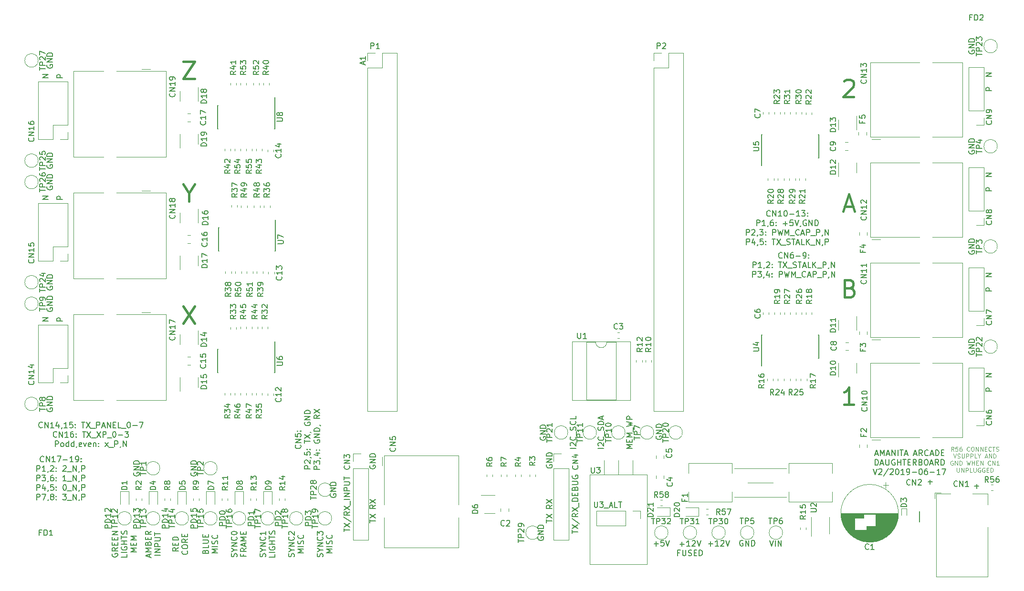
<source format=gbr>
G04 #@! TF.GenerationSoftware,KiCad,Pcbnew,5.0.2-bee76a0~70~ubuntu18.04.1*
G04 #@! TF.CreationDate,2019-06-21T08:31:23-07:00*
G04 #@! TF.ProjectId,aa-daughterboard-lvds,61612d64-6175-4676-9874-6572626f6172,rev?*
G04 #@! TF.SameCoordinates,Original*
G04 #@! TF.FileFunction,Legend,Top*
G04 #@! TF.FilePolarity,Positive*
%FSLAX46Y46*%
G04 Gerber Fmt 4.6, Leading zero omitted, Abs format (unit mm)*
G04 Created by KiCad (PCBNEW 5.0.2-bee76a0~70~ubuntu18.04.1) date Fri 21 Jun 2019 08:31:23 AM PDT*
%MOMM*%
%LPD*%
G01*
G04 APERTURE LIST*
%ADD10C,0.152400*%
%ADD11C,0.200000*%
%ADD12C,0.457200*%
%ADD13C,0.101600*%
%ADD14C,0.120000*%
%ADD15C,0.150000*%
G04 APERTURE END LIST*
D10*
X102443038Y-146521714D02*
X102491419Y-146376571D01*
X102491419Y-146134666D01*
X102443038Y-146037904D01*
X102394657Y-145989523D01*
X102297895Y-145941142D01*
X102201133Y-145941142D01*
X102104371Y-145989523D01*
X102055990Y-146037904D01*
X102007609Y-146134666D01*
X101959228Y-146328190D01*
X101910847Y-146424952D01*
X101862466Y-146473333D01*
X101765704Y-146521714D01*
X101668942Y-146521714D01*
X101572180Y-146473333D01*
X101523800Y-146424952D01*
X101475419Y-146328190D01*
X101475419Y-146086285D01*
X101523800Y-145941142D01*
X102007609Y-145312190D02*
X102491419Y-145312190D01*
X101475419Y-145650857D02*
X102007609Y-145312190D01*
X101475419Y-144973523D01*
X102491419Y-144634857D02*
X101475419Y-144634857D01*
X102491419Y-144054285D01*
X101475419Y-144054285D01*
X102394657Y-142989904D02*
X102443038Y-143038285D01*
X102491419Y-143183428D01*
X102491419Y-143280190D01*
X102443038Y-143425333D01*
X102346276Y-143522095D01*
X102249514Y-143570476D01*
X102055990Y-143618857D01*
X101910847Y-143618857D01*
X101717323Y-143570476D01*
X101620561Y-143522095D01*
X101523800Y-143425333D01*
X101475419Y-143280190D01*
X101475419Y-143183428D01*
X101523800Y-143038285D01*
X101572180Y-142989904D01*
X101572180Y-142602857D02*
X101523800Y-142554476D01*
X101475419Y-142457714D01*
X101475419Y-142215809D01*
X101523800Y-142119047D01*
X101572180Y-142070666D01*
X101668942Y-142022285D01*
X101765704Y-142022285D01*
X101910847Y-142070666D01*
X102491419Y-142651238D01*
X102491419Y-142022285D01*
X104167819Y-145844380D02*
X103151819Y-145844380D01*
X103877533Y-145505714D01*
X103151819Y-145167047D01*
X104167819Y-145167047D01*
X104167819Y-144683238D02*
X103151819Y-144683238D01*
X104119438Y-144247809D02*
X104167819Y-144102666D01*
X104167819Y-143860761D01*
X104119438Y-143764000D01*
X104071057Y-143715619D01*
X103974295Y-143667238D01*
X103877533Y-143667238D01*
X103780771Y-143715619D01*
X103732390Y-143764000D01*
X103684009Y-143860761D01*
X103635628Y-144054285D01*
X103587247Y-144151047D01*
X103538866Y-144199428D01*
X103442104Y-144247809D01*
X103345342Y-144247809D01*
X103248580Y-144199428D01*
X103200200Y-144151047D01*
X103151819Y-144054285D01*
X103151819Y-143812380D01*
X103200200Y-143667238D01*
X104071057Y-142651238D02*
X104119438Y-142699619D01*
X104167819Y-142844761D01*
X104167819Y-142941523D01*
X104119438Y-143086666D01*
X104022676Y-143183428D01*
X103925914Y-143231809D01*
X103732390Y-143280190D01*
X103587247Y-143280190D01*
X103393723Y-143231809D01*
X103296961Y-143183428D01*
X103200200Y-143086666D01*
X103151819Y-142941523D01*
X103151819Y-142844761D01*
X103200200Y-142699619D01*
X103248580Y-142651238D01*
X100154619Y-140957904D02*
X99138619Y-140957904D01*
X99138619Y-140570857D01*
X99187000Y-140474095D01*
X99235380Y-140425714D01*
X99332142Y-140377333D01*
X99477285Y-140377333D01*
X99574047Y-140425714D01*
X99622428Y-140474095D01*
X99670809Y-140570857D01*
X99670809Y-140957904D01*
X100154619Y-139941904D02*
X99138619Y-139941904D01*
X99138619Y-139700000D01*
X99187000Y-139554857D01*
X99283761Y-139458095D01*
X99380523Y-139409714D01*
X99574047Y-139361333D01*
X99719190Y-139361333D01*
X99912714Y-139409714D01*
X100009476Y-139458095D01*
X100106238Y-139554857D01*
X100154619Y-139700000D01*
X100154619Y-139941904D01*
X99235380Y-138974285D02*
X99187000Y-138925904D01*
X99138619Y-138829142D01*
X99138619Y-138587238D01*
X99187000Y-138490476D01*
X99235380Y-138442095D01*
X99332142Y-138393714D01*
X99428904Y-138393714D01*
X99574047Y-138442095D01*
X100154619Y-139022666D01*
X100154619Y-138393714D01*
X166333714Y-144217571D02*
X167107809Y-144217571D01*
X166720761Y-144604619D02*
X166720761Y-143830523D01*
X168075428Y-143588619D02*
X167591619Y-143588619D01*
X167543238Y-144072428D01*
X167591619Y-144024047D01*
X167688380Y-143975666D01*
X167930285Y-143975666D01*
X168027047Y-144024047D01*
X168075428Y-144072428D01*
X168123809Y-144169190D01*
X168123809Y-144411095D01*
X168075428Y-144507857D01*
X168027047Y-144556238D01*
X167930285Y-144604619D01*
X167688380Y-144604619D01*
X167591619Y-144556238D01*
X167543238Y-144507857D01*
X168414095Y-143588619D02*
X168752761Y-144604619D01*
X169091428Y-143588619D01*
X107523038Y-146521714D02*
X107571419Y-146376571D01*
X107571419Y-146134666D01*
X107523038Y-146037904D01*
X107474657Y-145989523D01*
X107377895Y-145941142D01*
X107281133Y-145941142D01*
X107184371Y-145989523D01*
X107135990Y-146037904D01*
X107087609Y-146134666D01*
X107039228Y-146328190D01*
X106990847Y-146424952D01*
X106942466Y-146473333D01*
X106845704Y-146521714D01*
X106748942Y-146521714D01*
X106652180Y-146473333D01*
X106603800Y-146424952D01*
X106555419Y-146328190D01*
X106555419Y-146086285D01*
X106603800Y-145941142D01*
X107087609Y-145312190D02*
X107571419Y-145312190D01*
X106555419Y-145650857D02*
X107087609Y-145312190D01*
X106555419Y-144973523D01*
X107571419Y-144634857D02*
X106555419Y-144634857D01*
X107571419Y-144054285D01*
X106555419Y-144054285D01*
X107474657Y-142989904D02*
X107523038Y-143038285D01*
X107571419Y-143183428D01*
X107571419Y-143280190D01*
X107523038Y-143425333D01*
X107426276Y-143522095D01*
X107329514Y-143570476D01*
X107135990Y-143618857D01*
X106990847Y-143618857D01*
X106797323Y-143570476D01*
X106700561Y-143522095D01*
X106603800Y-143425333D01*
X106555419Y-143280190D01*
X106555419Y-143183428D01*
X106603800Y-143038285D01*
X106652180Y-142989904D01*
X106555419Y-142651238D02*
X106555419Y-142022285D01*
X106942466Y-142360952D01*
X106942466Y-142215809D01*
X106990847Y-142119047D01*
X107039228Y-142070666D01*
X107135990Y-142022285D01*
X107377895Y-142022285D01*
X107474657Y-142070666D01*
X107523038Y-142119047D01*
X107571419Y-142215809D01*
X107571419Y-142506095D01*
X107523038Y-142602857D01*
X107474657Y-142651238D01*
X109247819Y-145844380D02*
X108231819Y-145844380D01*
X108957533Y-145505714D01*
X108231819Y-145167047D01*
X109247819Y-145167047D01*
X109247819Y-144683238D02*
X108231819Y-144683238D01*
X109199438Y-144247809D02*
X109247819Y-144102666D01*
X109247819Y-143860761D01*
X109199438Y-143764000D01*
X109151057Y-143715619D01*
X109054295Y-143667238D01*
X108957533Y-143667238D01*
X108860771Y-143715619D01*
X108812390Y-143764000D01*
X108764009Y-143860761D01*
X108715628Y-144054285D01*
X108667247Y-144151047D01*
X108618866Y-144199428D01*
X108522104Y-144247809D01*
X108425342Y-144247809D01*
X108328580Y-144199428D01*
X108280200Y-144151047D01*
X108231819Y-144054285D01*
X108231819Y-143812380D01*
X108280200Y-143667238D01*
X109151057Y-142651238D02*
X109199438Y-142699619D01*
X109247819Y-142844761D01*
X109247819Y-142941523D01*
X109199438Y-143086666D01*
X109102676Y-143183428D01*
X109005914Y-143231809D01*
X108812390Y-143280190D01*
X108667247Y-143280190D01*
X108473723Y-143231809D01*
X108376961Y-143183428D01*
X108280200Y-143086666D01*
X108231819Y-142941523D01*
X108231819Y-142844761D01*
X108280200Y-142699619D01*
X108328580Y-142651238D01*
X105488619Y-140957904D02*
X104472619Y-140957904D01*
X104472619Y-140570857D01*
X104521000Y-140474095D01*
X104569380Y-140425714D01*
X104666142Y-140377333D01*
X104811285Y-140377333D01*
X104908047Y-140425714D01*
X104956428Y-140474095D01*
X105004809Y-140570857D01*
X105004809Y-140957904D01*
X105488619Y-139941904D02*
X104472619Y-139941904D01*
X104472619Y-139700000D01*
X104521000Y-139554857D01*
X104617761Y-139458095D01*
X104714523Y-139409714D01*
X104908047Y-139361333D01*
X105053190Y-139361333D01*
X105246714Y-139409714D01*
X105343476Y-139458095D01*
X105440238Y-139554857D01*
X105488619Y-139700000D01*
X105488619Y-139941904D01*
X104472619Y-139022666D02*
X104472619Y-138393714D01*
X104859666Y-138732380D01*
X104859666Y-138587238D01*
X104908047Y-138490476D01*
X104956428Y-138442095D01*
X105053190Y-138393714D01*
X105295095Y-138393714D01*
X105391857Y-138442095D01*
X105440238Y-138490476D01*
X105488619Y-138587238D01*
X105488619Y-138877523D01*
X105440238Y-138974285D01*
X105391857Y-139022666D01*
D11*
X213487000Y-140335000D02*
X213487000Y-138430000D01*
D10*
X223592571Y-134372047D02*
X223592571Y-133597952D01*
X223979619Y-133985000D02*
X223205523Y-133985000D01*
X215319428Y-132835952D02*
X215319428Y-133610047D01*
X214932380Y-133223000D02*
X215706476Y-133223000D01*
X205613000Y-128286933D02*
X206096809Y-128286933D01*
X205516238Y-128577219D02*
X205854904Y-127561219D01*
X206193571Y-128577219D01*
X206532238Y-128577219D02*
X206532238Y-127561219D01*
X206870904Y-128286933D01*
X207209571Y-127561219D01*
X207209571Y-128577219D01*
X207645000Y-128286933D02*
X208128809Y-128286933D01*
X207548238Y-128577219D02*
X207886904Y-127561219D01*
X208225571Y-128577219D01*
X208564238Y-128577219D02*
X208564238Y-127561219D01*
X209144809Y-128577219D01*
X209144809Y-127561219D01*
X209628619Y-128577219D02*
X209628619Y-127561219D01*
X209967285Y-127561219D02*
X210547857Y-127561219D01*
X210257571Y-128577219D02*
X210257571Y-127561219D01*
X210838142Y-128286933D02*
X211321952Y-128286933D01*
X210741380Y-128577219D02*
X211080047Y-127561219D01*
X211418714Y-128577219D01*
X212483095Y-128286933D02*
X212966904Y-128286933D01*
X212386333Y-128577219D02*
X212725000Y-127561219D01*
X213063666Y-128577219D01*
X213982904Y-128577219D02*
X213644238Y-128093409D01*
X213402333Y-128577219D02*
X213402333Y-127561219D01*
X213789380Y-127561219D01*
X213886142Y-127609600D01*
X213934523Y-127657980D01*
X213982904Y-127754742D01*
X213982904Y-127899885D01*
X213934523Y-127996647D01*
X213886142Y-128045028D01*
X213789380Y-128093409D01*
X213402333Y-128093409D01*
X214998904Y-128480457D02*
X214950523Y-128528838D01*
X214805380Y-128577219D01*
X214708619Y-128577219D01*
X214563476Y-128528838D01*
X214466714Y-128432076D01*
X214418333Y-128335314D01*
X214369952Y-128141790D01*
X214369952Y-127996647D01*
X214418333Y-127803123D01*
X214466714Y-127706361D01*
X214563476Y-127609600D01*
X214708619Y-127561219D01*
X214805380Y-127561219D01*
X214950523Y-127609600D01*
X214998904Y-127657980D01*
X215385952Y-128286933D02*
X215869761Y-128286933D01*
X215289190Y-128577219D02*
X215627857Y-127561219D01*
X215966523Y-128577219D01*
X216305190Y-128577219D02*
X216305190Y-127561219D01*
X216547095Y-127561219D01*
X216692238Y-127609600D01*
X216789000Y-127706361D01*
X216837380Y-127803123D01*
X216885761Y-127996647D01*
X216885761Y-128141790D01*
X216837380Y-128335314D01*
X216789000Y-128432076D01*
X216692238Y-128528838D01*
X216547095Y-128577219D01*
X216305190Y-128577219D01*
X217321190Y-128045028D02*
X217659857Y-128045028D01*
X217805000Y-128577219D02*
X217321190Y-128577219D01*
X217321190Y-127561219D01*
X217805000Y-127561219D01*
X205588809Y-130253619D02*
X205588809Y-129237619D01*
X205830714Y-129237619D01*
X205975857Y-129286000D01*
X206072619Y-129382761D01*
X206121000Y-129479523D01*
X206169380Y-129673047D01*
X206169380Y-129818190D01*
X206121000Y-130011714D01*
X206072619Y-130108476D01*
X205975857Y-130205238D01*
X205830714Y-130253619D01*
X205588809Y-130253619D01*
X206556428Y-129963333D02*
X207040238Y-129963333D01*
X206459666Y-130253619D02*
X206798333Y-129237619D01*
X207137000Y-130253619D01*
X207475666Y-129237619D02*
X207475666Y-130060095D01*
X207524047Y-130156857D01*
X207572428Y-130205238D01*
X207669190Y-130253619D01*
X207862714Y-130253619D01*
X207959476Y-130205238D01*
X208007857Y-130156857D01*
X208056238Y-130060095D01*
X208056238Y-129237619D01*
X209072238Y-129286000D02*
X208975476Y-129237619D01*
X208830333Y-129237619D01*
X208685190Y-129286000D01*
X208588428Y-129382761D01*
X208540047Y-129479523D01*
X208491666Y-129673047D01*
X208491666Y-129818190D01*
X208540047Y-130011714D01*
X208588428Y-130108476D01*
X208685190Y-130205238D01*
X208830333Y-130253619D01*
X208927095Y-130253619D01*
X209072238Y-130205238D01*
X209120619Y-130156857D01*
X209120619Y-129818190D01*
X208927095Y-129818190D01*
X209556047Y-130253619D02*
X209556047Y-129237619D01*
X209556047Y-129721428D02*
X210136619Y-129721428D01*
X210136619Y-130253619D02*
X210136619Y-129237619D01*
X210475285Y-129237619D02*
X211055857Y-129237619D01*
X210765571Y-130253619D02*
X210765571Y-129237619D01*
X211394523Y-129721428D02*
X211733190Y-129721428D01*
X211878333Y-130253619D02*
X211394523Y-130253619D01*
X211394523Y-129237619D01*
X211878333Y-129237619D01*
X212894333Y-130253619D02*
X212555666Y-129769809D01*
X212313761Y-130253619D02*
X212313761Y-129237619D01*
X212700809Y-129237619D01*
X212797571Y-129286000D01*
X212845952Y-129334380D01*
X212894333Y-129431142D01*
X212894333Y-129576285D01*
X212845952Y-129673047D01*
X212797571Y-129721428D01*
X212700809Y-129769809D01*
X212313761Y-129769809D01*
X213668428Y-129721428D02*
X213813571Y-129769809D01*
X213861952Y-129818190D01*
X213910333Y-129914952D01*
X213910333Y-130060095D01*
X213861952Y-130156857D01*
X213813571Y-130205238D01*
X213716809Y-130253619D01*
X213329761Y-130253619D01*
X213329761Y-129237619D01*
X213668428Y-129237619D01*
X213765190Y-129286000D01*
X213813571Y-129334380D01*
X213861952Y-129431142D01*
X213861952Y-129527904D01*
X213813571Y-129624666D01*
X213765190Y-129673047D01*
X213668428Y-129721428D01*
X213329761Y-129721428D01*
X214539285Y-129237619D02*
X214732809Y-129237619D01*
X214829571Y-129286000D01*
X214926333Y-129382761D01*
X214974714Y-129576285D01*
X214974714Y-129914952D01*
X214926333Y-130108476D01*
X214829571Y-130205238D01*
X214732809Y-130253619D01*
X214539285Y-130253619D01*
X214442523Y-130205238D01*
X214345761Y-130108476D01*
X214297380Y-129914952D01*
X214297380Y-129576285D01*
X214345761Y-129382761D01*
X214442523Y-129286000D01*
X214539285Y-129237619D01*
X215361761Y-129963333D02*
X215845571Y-129963333D01*
X215265000Y-130253619D02*
X215603666Y-129237619D01*
X215942333Y-130253619D01*
X216861571Y-130253619D02*
X216522904Y-129769809D01*
X216281000Y-130253619D02*
X216281000Y-129237619D01*
X216668047Y-129237619D01*
X216764809Y-129286000D01*
X216813190Y-129334380D01*
X216861571Y-129431142D01*
X216861571Y-129576285D01*
X216813190Y-129673047D01*
X216764809Y-129721428D01*
X216668047Y-129769809D01*
X216281000Y-129769809D01*
X217297000Y-130253619D02*
X217297000Y-129237619D01*
X217538904Y-129237619D01*
X217684047Y-129286000D01*
X217780809Y-129382761D01*
X217829190Y-129479523D01*
X217877571Y-129673047D01*
X217877571Y-129818190D01*
X217829190Y-130011714D01*
X217780809Y-130108476D01*
X217684047Y-130205238D01*
X217538904Y-130253619D01*
X217297000Y-130253619D01*
X205225952Y-130914019D02*
X205564619Y-131930019D01*
X205903285Y-130914019D01*
X206193571Y-131010780D02*
X206241952Y-130962400D01*
X206338714Y-130914019D01*
X206580619Y-130914019D01*
X206677380Y-130962400D01*
X206725761Y-131010780D01*
X206774142Y-131107542D01*
X206774142Y-131204304D01*
X206725761Y-131349447D01*
X206145190Y-131930019D01*
X206774142Y-131930019D01*
X207935285Y-130865638D02*
X207064428Y-132171923D01*
X208225571Y-131010780D02*
X208273952Y-130962400D01*
X208370714Y-130914019D01*
X208612619Y-130914019D01*
X208709380Y-130962400D01*
X208757761Y-131010780D01*
X208806142Y-131107542D01*
X208806142Y-131204304D01*
X208757761Y-131349447D01*
X208177190Y-131930019D01*
X208806142Y-131930019D01*
X209435095Y-130914019D02*
X209531857Y-130914019D01*
X209628619Y-130962400D01*
X209677000Y-131010780D01*
X209725380Y-131107542D01*
X209773761Y-131301066D01*
X209773761Y-131542971D01*
X209725380Y-131736495D01*
X209677000Y-131833257D01*
X209628619Y-131881638D01*
X209531857Y-131930019D01*
X209435095Y-131930019D01*
X209338333Y-131881638D01*
X209289952Y-131833257D01*
X209241571Y-131736495D01*
X209193190Y-131542971D01*
X209193190Y-131301066D01*
X209241571Y-131107542D01*
X209289952Y-131010780D01*
X209338333Y-130962400D01*
X209435095Y-130914019D01*
X210741380Y-131930019D02*
X210160809Y-131930019D01*
X210451095Y-131930019D02*
X210451095Y-130914019D01*
X210354333Y-131059161D01*
X210257571Y-131155923D01*
X210160809Y-131204304D01*
X211225190Y-131930019D02*
X211418714Y-131930019D01*
X211515476Y-131881638D01*
X211563857Y-131833257D01*
X211660619Y-131688114D01*
X211709000Y-131494590D01*
X211709000Y-131107542D01*
X211660619Y-131010780D01*
X211612238Y-130962400D01*
X211515476Y-130914019D01*
X211321952Y-130914019D01*
X211225190Y-130962400D01*
X211176809Y-131010780D01*
X211128428Y-131107542D01*
X211128428Y-131349447D01*
X211176809Y-131446209D01*
X211225190Y-131494590D01*
X211321952Y-131542971D01*
X211515476Y-131542971D01*
X211612238Y-131494590D01*
X211660619Y-131446209D01*
X211709000Y-131349447D01*
X212144428Y-131542971D02*
X212918523Y-131542971D01*
X213595857Y-130914019D02*
X213692619Y-130914019D01*
X213789380Y-130962400D01*
X213837761Y-131010780D01*
X213886142Y-131107542D01*
X213934523Y-131301066D01*
X213934523Y-131542971D01*
X213886142Y-131736495D01*
X213837761Y-131833257D01*
X213789380Y-131881638D01*
X213692619Y-131930019D01*
X213595857Y-131930019D01*
X213499095Y-131881638D01*
X213450714Y-131833257D01*
X213402333Y-131736495D01*
X213353952Y-131542971D01*
X213353952Y-131301066D01*
X213402333Y-131107542D01*
X213450714Y-131010780D01*
X213499095Y-130962400D01*
X213595857Y-130914019D01*
X214805380Y-130914019D02*
X214611857Y-130914019D01*
X214515095Y-130962400D01*
X214466714Y-131010780D01*
X214369952Y-131155923D01*
X214321571Y-131349447D01*
X214321571Y-131736495D01*
X214369952Y-131833257D01*
X214418333Y-131881638D01*
X214515095Y-131930019D01*
X214708619Y-131930019D01*
X214805380Y-131881638D01*
X214853761Y-131833257D01*
X214902142Y-131736495D01*
X214902142Y-131494590D01*
X214853761Y-131397828D01*
X214805380Y-131349447D01*
X214708619Y-131301066D01*
X214515095Y-131301066D01*
X214418333Y-131349447D01*
X214369952Y-131397828D01*
X214321571Y-131494590D01*
X215337571Y-131542971D02*
X216111666Y-131542971D01*
X217127666Y-131930019D02*
X216547095Y-131930019D01*
X216837380Y-131930019D02*
X216837380Y-130914019D01*
X216740619Y-131059161D01*
X216643857Y-131155923D01*
X216547095Y-131204304D01*
X217466333Y-130914019D02*
X218143666Y-130914019D01*
X217708238Y-131930019D01*
D12*
X201784857Y-119488857D02*
X200043142Y-119488857D01*
X200914000Y-119488857D02*
X200914000Y-116440857D01*
X200623714Y-116876285D01*
X200333428Y-117166571D01*
X200043142Y-117311714D01*
X201131714Y-98842285D02*
X201567142Y-98987428D01*
X201712285Y-99132571D01*
X201857428Y-99422857D01*
X201857428Y-99858285D01*
X201712285Y-100148571D01*
X201567142Y-100293714D01*
X201276857Y-100438857D01*
X200115714Y-100438857D01*
X200115714Y-97390857D01*
X201131714Y-97390857D01*
X201422000Y-97536000D01*
X201567142Y-97681142D01*
X201712285Y-97971428D01*
X201712285Y-98261714D01*
X201567142Y-98552000D01*
X201422000Y-98697142D01*
X201131714Y-98842285D01*
X200115714Y-98842285D01*
X200188285Y-84328000D02*
X201639714Y-84328000D01*
X199898000Y-85198857D02*
X200914000Y-82150857D01*
X201930000Y-85198857D01*
X200043142Y-62121142D02*
X200188285Y-61976000D01*
X200478571Y-61830857D01*
X201204285Y-61830857D01*
X201494571Y-61976000D01*
X201639714Y-62121142D01*
X201784857Y-62411428D01*
X201784857Y-62701714D01*
X201639714Y-63137142D01*
X199898000Y-64878857D01*
X201784857Y-64878857D01*
X82804000Y-58655857D02*
X84836000Y-58655857D01*
X82804000Y-61703857D01*
X84836000Y-61703857D01*
X83820000Y-81969428D02*
X83820000Y-83420857D01*
X82804000Y-80372857D02*
X83820000Y-81969428D01*
X84836000Y-80372857D01*
X82804000Y-102089857D02*
X84836000Y-105137857D01*
X84836000Y-102089857D02*
X82804000Y-105137857D01*
D10*
X189078809Y-93428457D02*
X189030428Y-93476838D01*
X188885285Y-93525219D01*
X188788523Y-93525219D01*
X188643380Y-93476838D01*
X188546619Y-93380076D01*
X188498238Y-93283314D01*
X188449857Y-93089790D01*
X188449857Y-92944647D01*
X188498238Y-92751123D01*
X188546619Y-92654361D01*
X188643380Y-92557600D01*
X188788523Y-92509219D01*
X188885285Y-92509219D01*
X189030428Y-92557600D01*
X189078809Y-92605980D01*
X189514238Y-93525219D02*
X189514238Y-92509219D01*
X190094809Y-93525219D01*
X190094809Y-92509219D01*
X191014047Y-92509219D02*
X190820523Y-92509219D01*
X190723761Y-92557600D01*
X190675380Y-92605980D01*
X190578619Y-92751123D01*
X190530238Y-92944647D01*
X190530238Y-93331695D01*
X190578619Y-93428457D01*
X190627000Y-93476838D01*
X190723761Y-93525219D01*
X190917285Y-93525219D01*
X191014047Y-93476838D01*
X191062428Y-93428457D01*
X191110809Y-93331695D01*
X191110809Y-93089790D01*
X191062428Y-92993028D01*
X191014047Y-92944647D01*
X190917285Y-92896266D01*
X190723761Y-92896266D01*
X190627000Y-92944647D01*
X190578619Y-92993028D01*
X190530238Y-93089790D01*
X191546238Y-93138171D02*
X192320333Y-93138171D01*
X192852523Y-93525219D02*
X193046047Y-93525219D01*
X193142809Y-93476838D01*
X193191190Y-93428457D01*
X193287952Y-93283314D01*
X193336333Y-93089790D01*
X193336333Y-92702742D01*
X193287952Y-92605980D01*
X193239571Y-92557600D01*
X193142809Y-92509219D01*
X192949285Y-92509219D01*
X192852523Y-92557600D01*
X192804142Y-92605980D01*
X192755761Y-92702742D01*
X192755761Y-92944647D01*
X192804142Y-93041409D01*
X192852523Y-93089790D01*
X192949285Y-93138171D01*
X193142809Y-93138171D01*
X193239571Y-93089790D01*
X193287952Y-93041409D01*
X193336333Y-92944647D01*
X193771761Y-93428457D02*
X193820142Y-93476838D01*
X193771761Y-93525219D01*
X193723380Y-93476838D01*
X193771761Y-93428457D01*
X193771761Y-93525219D01*
X193771761Y-92896266D02*
X193820142Y-92944647D01*
X193771761Y-92993028D01*
X193723380Y-92944647D01*
X193771761Y-92896266D01*
X193771761Y-92993028D01*
X183877857Y-95201619D02*
X183877857Y-94185619D01*
X184264904Y-94185619D01*
X184361666Y-94234000D01*
X184410047Y-94282380D01*
X184458428Y-94379142D01*
X184458428Y-94524285D01*
X184410047Y-94621047D01*
X184361666Y-94669428D01*
X184264904Y-94717809D01*
X183877857Y-94717809D01*
X185426047Y-95201619D02*
X184845476Y-95201619D01*
X185135761Y-95201619D02*
X185135761Y-94185619D01*
X185039000Y-94330761D01*
X184942238Y-94427523D01*
X184845476Y-94475904D01*
X185909857Y-95153238D02*
X185909857Y-95201619D01*
X185861476Y-95298380D01*
X185813095Y-95346761D01*
X186296904Y-94282380D02*
X186345285Y-94234000D01*
X186442047Y-94185619D01*
X186683952Y-94185619D01*
X186780714Y-94234000D01*
X186829095Y-94282380D01*
X186877476Y-94379142D01*
X186877476Y-94475904D01*
X186829095Y-94621047D01*
X186248523Y-95201619D01*
X186877476Y-95201619D01*
X187312904Y-95104857D02*
X187361285Y-95153238D01*
X187312904Y-95201619D01*
X187264523Y-95153238D01*
X187312904Y-95104857D01*
X187312904Y-95201619D01*
X187312904Y-94572666D02*
X187361285Y-94621047D01*
X187312904Y-94669428D01*
X187264523Y-94621047D01*
X187312904Y-94572666D01*
X187312904Y-94669428D01*
X188425666Y-94185619D02*
X189006238Y-94185619D01*
X188715952Y-95201619D02*
X188715952Y-94185619D01*
X189248142Y-94185619D02*
X189925476Y-95201619D01*
X189925476Y-94185619D02*
X189248142Y-95201619D01*
X190070619Y-95298380D02*
X190844714Y-95298380D01*
X191038238Y-95153238D02*
X191183380Y-95201619D01*
X191425285Y-95201619D01*
X191522047Y-95153238D01*
X191570428Y-95104857D01*
X191618809Y-95008095D01*
X191618809Y-94911333D01*
X191570428Y-94814571D01*
X191522047Y-94766190D01*
X191425285Y-94717809D01*
X191231761Y-94669428D01*
X191135000Y-94621047D01*
X191086619Y-94572666D01*
X191038238Y-94475904D01*
X191038238Y-94379142D01*
X191086619Y-94282380D01*
X191135000Y-94234000D01*
X191231761Y-94185619D01*
X191473666Y-94185619D01*
X191618809Y-94234000D01*
X191909095Y-94185619D02*
X192489666Y-94185619D01*
X192199380Y-95201619D02*
X192199380Y-94185619D01*
X192779952Y-94911333D02*
X193263761Y-94911333D01*
X192683190Y-95201619D02*
X193021857Y-94185619D01*
X193360523Y-95201619D01*
X194183000Y-95201619D02*
X193699190Y-95201619D01*
X193699190Y-94185619D01*
X194521666Y-95201619D02*
X194521666Y-94185619D01*
X195102238Y-95201619D02*
X194666809Y-94621047D01*
X195102238Y-94185619D02*
X194521666Y-94766190D01*
X195295761Y-95298380D02*
X196069857Y-95298380D01*
X196311761Y-95201619D02*
X196311761Y-94185619D01*
X196698809Y-94185619D01*
X196795571Y-94234000D01*
X196843952Y-94282380D01*
X196892333Y-94379142D01*
X196892333Y-94524285D01*
X196843952Y-94621047D01*
X196795571Y-94669428D01*
X196698809Y-94717809D01*
X196311761Y-94717809D01*
X197376142Y-95153238D02*
X197376142Y-95201619D01*
X197327761Y-95298380D01*
X197279380Y-95346761D01*
X197811571Y-95201619D02*
X197811571Y-94185619D01*
X198392142Y-95201619D01*
X198392142Y-94185619D01*
X183853666Y-96878019D02*
X183853666Y-95862019D01*
X184240714Y-95862019D01*
X184337476Y-95910400D01*
X184385857Y-95958780D01*
X184434238Y-96055542D01*
X184434238Y-96200685D01*
X184385857Y-96297447D01*
X184337476Y-96345828D01*
X184240714Y-96394209D01*
X183853666Y-96394209D01*
X184772904Y-95862019D02*
X185401857Y-95862019D01*
X185063190Y-96249066D01*
X185208333Y-96249066D01*
X185305095Y-96297447D01*
X185353476Y-96345828D01*
X185401857Y-96442590D01*
X185401857Y-96684495D01*
X185353476Y-96781257D01*
X185305095Y-96829638D01*
X185208333Y-96878019D01*
X184918047Y-96878019D01*
X184821285Y-96829638D01*
X184772904Y-96781257D01*
X185885666Y-96829638D02*
X185885666Y-96878019D01*
X185837285Y-96974780D01*
X185788904Y-97023161D01*
X186756523Y-96200685D02*
X186756523Y-96878019D01*
X186514619Y-95813638D02*
X186272714Y-96539352D01*
X186901666Y-96539352D01*
X187288714Y-96781257D02*
X187337095Y-96829638D01*
X187288714Y-96878019D01*
X187240333Y-96829638D01*
X187288714Y-96781257D01*
X187288714Y-96878019D01*
X187288714Y-96249066D02*
X187337095Y-96297447D01*
X187288714Y-96345828D01*
X187240333Y-96297447D01*
X187288714Y-96249066D01*
X187288714Y-96345828D01*
X188546619Y-96878019D02*
X188546619Y-95862019D01*
X188933666Y-95862019D01*
X189030428Y-95910400D01*
X189078809Y-95958780D01*
X189127190Y-96055542D01*
X189127190Y-96200685D01*
X189078809Y-96297447D01*
X189030428Y-96345828D01*
X188933666Y-96394209D01*
X188546619Y-96394209D01*
X189465857Y-95862019D02*
X189707761Y-96878019D01*
X189901285Y-96152304D01*
X190094809Y-96878019D01*
X190336714Y-95862019D01*
X190723761Y-96878019D02*
X190723761Y-95862019D01*
X191062428Y-96587733D01*
X191401095Y-95862019D01*
X191401095Y-96878019D01*
X191643000Y-96974780D02*
X192417095Y-96974780D01*
X193239571Y-96781257D02*
X193191190Y-96829638D01*
X193046047Y-96878019D01*
X192949285Y-96878019D01*
X192804142Y-96829638D01*
X192707380Y-96732876D01*
X192659000Y-96636114D01*
X192610619Y-96442590D01*
X192610619Y-96297447D01*
X192659000Y-96103923D01*
X192707380Y-96007161D01*
X192804142Y-95910400D01*
X192949285Y-95862019D01*
X193046047Y-95862019D01*
X193191190Y-95910400D01*
X193239571Y-95958780D01*
X193626619Y-96587733D02*
X194110428Y-96587733D01*
X193529857Y-96878019D02*
X193868523Y-95862019D01*
X194207190Y-96878019D01*
X194545857Y-96878019D02*
X194545857Y-95862019D01*
X194932904Y-95862019D01*
X195029666Y-95910400D01*
X195078047Y-95958780D01*
X195126428Y-96055542D01*
X195126428Y-96200685D01*
X195078047Y-96297447D01*
X195029666Y-96345828D01*
X194932904Y-96394209D01*
X194545857Y-96394209D01*
X195319952Y-96974780D02*
X196094047Y-96974780D01*
X196335952Y-96878019D02*
X196335952Y-95862019D01*
X196723000Y-95862019D01*
X196819761Y-95910400D01*
X196868142Y-95958780D01*
X196916523Y-96055542D01*
X196916523Y-96200685D01*
X196868142Y-96297447D01*
X196819761Y-96345828D01*
X196723000Y-96394209D01*
X196335952Y-96394209D01*
X197400333Y-96829638D02*
X197400333Y-96878019D01*
X197351952Y-96974780D01*
X197303571Y-97023161D01*
X197835761Y-96878019D02*
X197835761Y-95862019D01*
X198416333Y-96878019D01*
X198416333Y-95862019D01*
X186968190Y-85986257D02*
X186919809Y-86034638D01*
X186774666Y-86083019D01*
X186677904Y-86083019D01*
X186532761Y-86034638D01*
X186436000Y-85937876D01*
X186387619Y-85841114D01*
X186339238Y-85647590D01*
X186339238Y-85502447D01*
X186387619Y-85308923D01*
X186436000Y-85212161D01*
X186532761Y-85115400D01*
X186677904Y-85067019D01*
X186774666Y-85067019D01*
X186919809Y-85115400D01*
X186968190Y-85163780D01*
X187403619Y-86083019D02*
X187403619Y-85067019D01*
X187984190Y-86083019D01*
X187984190Y-85067019D01*
X189000190Y-86083019D02*
X188419619Y-86083019D01*
X188709904Y-86083019D02*
X188709904Y-85067019D01*
X188613142Y-85212161D01*
X188516380Y-85308923D01*
X188419619Y-85357304D01*
X189629142Y-85067019D02*
X189725904Y-85067019D01*
X189822666Y-85115400D01*
X189871047Y-85163780D01*
X189919428Y-85260542D01*
X189967809Y-85454066D01*
X189967809Y-85695971D01*
X189919428Y-85889495D01*
X189871047Y-85986257D01*
X189822666Y-86034638D01*
X189725904Y-86083019D01*
X189629142Y-86083019D01*
X189532380Y-86034638D01*
X189484000Y-85986257D01*
X189435619Y-85889495D01*
X189387238Y-85695971D01*
X189387238Y-85454066D01*
X189435619Y-85260542D01*
X189484000Y-85163780D01*
X189532380Y-85115400D01*
X189629142Y-85067019D01*
X190403238Y-85695971D02*
X191177333Y-85695971D01*
X192193333Y-86083019D02*
X191612761Y-86083019D01*
X191903047Y-86083019D02*
X191903047Y-85067019D01*
X191806285Y-85212161D01*
X191709523Y-85308923D01*
X191612761Y-85357304D01*
X192532000Y-85067019D02*
X193160952Y-85067019D01*
X192822285Y-85454066D01*
X192967428Y-85454066D01*
X193064190Y-85502447D01*
X193112571Y-85550828D01*
X193160952Y-85647590D01*
X193160952Y-85889495D01*
X193112571Y-85986257D01*
X193064190Y-86034638D01*
X192967428Y-86083019D01*
X192677142Y-86083019D01*
X192580380Y-86034638D01*
X192532000Y-85986257D01*
X193596380Y-85986257D02*
X193644761Y-86034638D01*
X193596380Y-86083019D01*
X193548000Y-86034638D01*
X193596380Y-85986257D01*
X193596380Y-86083019D01*
X193596380Y-85454066D02*
X193644761Y-85502447D01*
X193596380Y-85550828D01*
X193548000Y-85502447D01*
X193596380Y-85454066D01*
X193596380Y-85550828D01*
X184549142Y-87759419D02*
X184549142Y-86743419D01*
X184936190Y-86743419D01*
X185032952Y-86791800D01*
X185081333Y-86840180D01*
X185129714Y-86936942D01*
X185129714Y-87082085D01*
X185081333Y-87178847D01*
X185032952Y-87227228D01*
X184936190Y-87275609D01*
X184549142Y-87275609D01*
X186097333Y-87759419D02*
X185516761Y-87759419D01*
X185807047Y-87759419D02*
X185807047Y-86743419D01*
X185710285Y-86888561D01*
X185613523Y-86985323D01*
X185516761Y-87033704D01*
X186581142Y-87711038D02*
X186581142Y-87759419D01*
X186532761Y-87856180D01*
X186484380Y-87904561D01*
X187452000Y-86743419D02*
X187258476Y-86743419D01*
X187161714Y-86791800D01*
X187113333Y-86840180D01*
X187016571Y-86985323D01*
X186968190Y-87178847D01*
X186968190Y-87565895D01*
X187016571Y-87662657D01*
X187064952Y-87711038D01*
X187161714Y-87759419D01*
X187355238Y-87759419D01*
X187452000Y-87711038D01*
X187500380Y-87662657D01*
X187548761Y-87565895D01*
X187548761Y-87323990D01*
X187500380Y-87227228D01*
X187452000Y-87178847D01*
X187355238Y-87130466D01*
X187161714Y-87130466D01*
X187064952Y-87178847D01*
X187016571Y-87227228D01*
X186968190Y-87323990D01*
X187984190Y-87662657D02*
X188032571Y-87711038D01*
X187984190Y-87759419D01*
X187935809Y-87711038D01*
X187984190Y-87662657D01*
X187984190Y-87759419D01*
X187984190Y-87130466D02*
X188032571Y-87178847D01*
X187984190Y-87227228D01*
X187935809Y-87178847D01*
X187984190Y-87130466D01*
X187984190Y-87227228D01*
X189242095Y-87372371D02*
X190016190Y-87372371D01*
X189629142Y-87759419D02*
X189629142Y-86985323D01*
X190983809Y-86743419D02*
X190500000Y-86743419D01*
X190451619Y-87227228D01*
X190500000Y-87178847D01*
X190596761Y-87130466D01*
X190838666Y-87130466D01*
X190935428Y-87178847D01*
X190983809Y-87227228D01*
X191032190Y-87323990D01*
X191032190Y-87565895D01*
X190983809Y-87662657D01*
X190935428Y-87711038D01*
X190838666Y-87759419D01*
X190596761Y-87759419D01*
X190500000Y-87711038D01*
X190451619Y-87662657D01*
X191322476Y-86743419D02*
X191661142Y-87759419D01*
X191999809Y-86743419D01*
X192386857Y-87711038D02*
X192386857Y-87759419D01*
X192338476Y-87856180D01*
X192290095Y-87904561D01*
X193354476Y-86791800D02*
X193257714Y-86743419D01*
X193112571Y-86743419D01*
X192967428Y-86791800D01*
X192870666Y-86888561D01*
X192822285Y-86985323D01*
X192773904Y-87178847D01*
X192773904Y-87323990D01*
X192822285Y-87517514D01*
X192870666Y-87614276D01*
X192967428Y-87711038D01*
X193112571Y-87759419D01*
X193209333Y-87759419D01*
X193354476Y-87711038D01*
X193402857Y-87662657D01*
X193402857Y-87323990D01*
X193209333Y-87323990D01*
X193838285Y-87759419D02*
X193838285Y-86743419D01*
X194418857Y-87759419D01*
X194418857Y-86743419D01*
X194902666Y-87759419D02*
X194902666Y-86743419D01*
X195144571Y-86743419D01*
X195289714Y-86791800D01*
X195386476Y-86888561D01*
X195434857Y-86985323D01*
X195483238Y-87178847D01*
X195483238Y-87323990D01*
X195434857Y-87517514D01*
X195386476Y-87614276D01*
X195289714Y-87711038D01*
X195144571Y-87759419D01*
X194902666Y-87759419D01*
X182710666Y-89435819D02*
X182710666Y-88419819D01*
X183097714Y-88419819D01*
X183194476Y-88468200D01*
X183242857Y-88516580D01*
X183291238Y-88613342D01*
X183291238Y-88758485D01*
X183242857Y-88855247D01*
X183194476Y-88903628D01*
X183097714Y-88952009D01*
X182710666Y-88952009D01*
X183678285Y-88516580D02*
X183726666Y-88468200D01*
X183823428Y-88419819D01*
X184065333Y-88419819D01*
X184162095Y-88468200D01*
X184210476Y-88516580D01*
X184258857Y-88613342D01*
X184258857Y-88710104D01*
X184210476Y-88855247D01*
X183629904Y-89435819D01*
X184258857Y-89435819D01*
X184742666Y-89387438D02*
X184742666Y-89435819D01*
X184694285Y-89532580D01*
X184645904Y-89580961D01*
X185081333Y-88419819D02*
X185710285Y-88419819D01*
X185371619Y-88806866D01*
X185516761Y-88806866D01*
X185613523Y-88855247D01*
X185661904Y-88903628D01*
X185710285Y-89000390D01*
X185710285Y-89242295D01*
X185661904Y-89339057D01*
X185613523Y-89387438D01*
X185516761Y-89435819D01*
X185226476Y-89435819D01*
X185129714Y-89387438D01*
X185081333Y-89339057D01*
X186145714Y-89339057D02*
X186194095Y-89387438D01*
X186145714Y-89435819D01*
X186097333Y-89387438D01*
X186145714Y-89339057D01*
X186145714Y-89435819D01*
X186145714Y-88806866D02*
X186194095Y-88855247D01*
X186145714Y-88903628D01*
X186097333Y-88855247D01*
X186145714Y-88806866D01*
X186145714Y-88903628D01*
X187403619Y-89435819D02*
X187403619Y-88419819D01*
X187790666Y-88419819D01*
X187887428Y-88468200D01*
X187935809Y-88516580D01*
X187984190Y-88613342D01*
X187984190Y-88758485D01*
X187935809Y-88855247D01*
X187887428Y-88903628D01*
X187790666Y-88952009D01*
X187403619Y-88952009D01*
X188322857Y-88419819D02*
X188564761Y-89435819D01*
X188758285Y-88710104D01*
X188951809Y-89435819D01*
X189193714Y-88419819D01*
X189580761Y-89435819D02*
X189580761Y-88419819D01*
X189919428Y-89145533D01*
X190258095Y-88419819D01*
X190258095Y-89435819D01*
X190500000Y-89532580D02*
X191274095Y-89532580D01*
X192096571Y-89339057D02*
X192048190Y-89387438D01*
X191903047Y-89435819D01*
X191806285Y-89435819D01*
X191661142Y-89387438D01*
X191564380Y-89290676D01*
X191516000Y-89193914D01*
X191467619Y-89000390D01*
X191467619Y-88855247D01*
X191516000Y-88661723D01*
X191564380Y-88564961D01*
X191661142Y-88468200D01*
X191806285Y-88419819D01*
X191903047Y-88419819D01*
X192048190Y-88468200D01*
X192096571Y-88516580D01*
X192483619Y-89145533D02*
X192967428Y-89145533D01*
X192386857Y-89435819D02*
X192725523Y-88419819D01*
X193064190Y-89435819D01*
X193402857Y-89435819D02*
X193402857Y-88419819D01*
X193789904Y-88419819D01*
X193886666Y-88468200D01*
X193935047Y-88516580D01*
X193983428Y-88613342D01*
X193983428Y-88758485D01*
X193935047Y-88855247D01*
X193886666Y-88903628D01*
X193789904Y-88952009D01*
X193402857Y-88952009D01*
X194176952Y-89532580D02*
X194951047Y-89532580D01*
X195192952Y-89435819D02*
X195192952Y-88419819D01*
X195580000Y-88419819D01*
X195676761Y-88468200D01*
X195725142Y-88516580D01*
X195773523Y-88613342D01*
X195773523Y-88758485D01*
X195725142Y-88855247D01*
X195676761Y-88903628D01*
X195580000Y-88952009D01*
X195192952Y-88952009D01*
X196257333Y-89387438D02*
X196257333Y-89435819D01*
X196208952Y-89532580D01*
X196160571Y-89580961D01*
X196692761Y-89435819D02*
X196692761Y-88419819D01*
X197273333Y-89435819D01*
X197273333Y-88419819D01*
X182734857Y-91112219D02*
X182734857Y-90096219D01*
X183121904Y-90096219D01*
X183218666Y-90144600D01*
X183267047Y-90192980D01*
X183315428Y-90289742D01*
X183315428Y-90434885D01*
X183267047Y-90531647D01*
X183218666Y-90580028D01*
X183121904Y-90628409D01*
X182734857Y-90628409D01*
X184186285Y-90434885D02*
X184186285Y-91112219D01*
X183944380Y-90047838D02*
X183702476Y-90773552D01*
X184331428Y-90773552D01*
X184766857Y-91063838D02*
X184766857Y-91112219D01*
X184718476Y-91208980D01*
X184670095Y-91257361D01*
X185686095Y-90096219D02*
X185202285Y-90096219D01*
X185153904Y-90580028D01*
X185202285Y-90531647D01*
X185299047Y-90483266D01*
X185540952Y-90483266D01*
X185637714Y-90531647D01*
X185686095Y-90580028D01*
X185734476Y-90676790D01*
X185734476Y-90918695D01*
X185686095Y-91015457D01*
X185637714Y-91063838D01*
X185540952Y-91112219D01*
X185299047Y-91112219D01*
X185202285Y-91063838D01*
X185153904Y-91015457D01*
X186169904Y-91015457D02*
X186218285Y-91063838D01*
X186169904Y-91112219D01*
X186121523Y-91063838D01*
X186169904Y-91015457D01*
X186169904Y-91112219D01*
X186169904Y-90483266D02*
X186218285Y-90531647D01*
X186169904Y-90580028D01*
X186121523Y-90531647D01*
X186169904Y-90483266D01*
X186169904Y-90580028D01*
X187282666Y-90096219D02*
X187863238Y-90096219D01*
X187572952Y-91112219D02*
X187572952Y-90096219D01*
X188105142Y-90096219D02*
X188782476Y-91112219D01*
X188782476Y-90096219D02*
X188105142Y-91112219D01*
X188927619Y-91208980D02*
X189701714Y-91208980D01*
X189895238Y-91063838D02*
X190040380Y-91112219D01*
X190282285Y-91112219D01*
X190379047Y-91063838D01*
X190427428Y-91015457D01*
X190475809Y-90918695D01*
X190475809Y-90821933D01*
X190427428Y-90725171D01*
X190379047Y-90676790D01*
X190282285Y-90628409D01*
X190088761Y-90580028D01*
X189992000Y-90531647D01*
X189943619Y-90483266D01*
X189895238Y-90386504D01*
X189895238Y-90289742D01*
X189943619Y-90192980D01*
X189992000Y-90144600D01*
X190088761Y-90096219D01*
X190330666Y-90096219D01*
X190475809Y-90144600D01*
X190766095Y-90096219D02*
X191346666Y-90096219D01*
X191056380Y-91112219D02*
X191056380Y-90096219D01*
X191636952Y-90821933D02*
X192120761Y-90821933D01*
X191540190Y-91112219D02*
X191878857Y-90096219D01*
X192217523Y-91112219D01*
X193040000Y-91112219D02*
X192556190Y-91112219D01*
X192556190Y-90096219D01*
X193378666Y-91112219D02*
X193378666Y-90096219D01*
X193959238Y-91112219D02*
X193523809Y-90531647D01*
X193959238Y-90096219D02*
X193378666Y-90676790D01*
X194152761Y-91208980D02*
X194926857Y-91208980D01*
X195168761Y-91112219D02*
X195168761Y-90096219D01*
X195749333Y-91112219D01*
X195749333Y-90096219D01*
X196281523Y-91063838D02*
X196281523Y-91112219D01*
X196233142Y-91208980D01*
X196184761Y-91257361D01*
X196716952Y-91112219D02*
X196716952Y-90096219D01*
X197104000Y-90096219D01*
X197200761Y-90144600D01*
X197249142Y-90192980D01*
X197297523Y-90289742D01*
X197297523Y-90434885D01*
X197249142Y-90531647D01*
X197200761Y-90580028D01*
X197104000Y-90628409D01*
X196716952Y-90628409D01*
X103588457Y-126673428D02*
X103636838Y-126721809D01*
X103685219Y-126866952D01*
X103685219Y-126963714D01*
X103636838Y-127108857D01*
X103540076Y-127205619D01*
X103443314Y-127254000D01*
X103249790Y-127302380D01*
X103104647Y-127302380D01*
X102911123Y-127254000D01*
X102814361Y-127205619D01*
X102717600Y-127108857D01*
X102669219Y-126963714D01*
X102669219Y-126866952D01*
X102717600Y-126721809D01*
X102765980Y-126673428D01*
X103685219Y-126238000D02*
X102669219Y-126238000D01*
X103685219Y-125657428D01*
X102669219Y-125657428D01*
X102669219Y-124689809D02*
X102669219Y-125173619D01*
X103153028Y-125222000D01*
X103104647Y-125173619D01*
X103056266Y-125076857D01*
X103056266Y-124834952D01*
X103104647Y-124738190D01*
X103153028Y-124689809D01*
X103249790Y-124641428D01*
X103491695Y-124641428D01*
X103588457Y-124689809D01*
X103636838Y-124738190D01*
X103685219Y-124834952D01*
X103685219Y-125076857D01*
X103636838Y-125173619D01*
X103588457Y-125222000D01*
X103588457Y-124206000D02*
X103636838Y-124157619D01*
X103685219Y-124206000D01*
X103636838Y-124254380D01*
X103588457Y-124206000D01*
X103685219Y-124206000D01*
X103056266Y-124206000D02*
X103104647Y-124157619D01*
X103153028Y-124206000D01*
X103104647Y-124254380D01*
X103056266Y-124206000D01*
X103153028Y-124206000D01*
X105361619Y-130882571D02*
X104345619Y-130882571D01*
X104345619Y-130495523D01*
X104394000Y-130398761D01*
X104442380Y-130350380D01*
X104539142Y-130302000D01*
X104684285Y-130302000D01*
X104781047Y-130350380D01*
X104829428Y-130398761D01*
X104877809Y-130495523D01*
X104877809Y-130882571D01*
X104442380Y-129914952D02*
X104394000Y-129866571D01*
X104345619Y-129769809D01*
X104345619Y-129527904D01*
X104394000Y-129431142D01*
X104442380Y-129382761D01*
X104539142Y-129334380D01*
X104635904Y-129334380D01*
X104781047Y-129382761D01*
X105361619Y-129963333D01*
X105361619Y-129334380D01*
X105313238Y-128850571D02*
X105361619Y-128850571D01*
X105458380Y-128898952D01*
X105506761Y-128947333D01*
X104345619Y-127931333D02*
X104345619Y-128415142D01*
X104829428Y-128463523D01*
X104781047Y-128415142D01*
X104732666Y-128318380D01*
X104732666Y-128076476D01*
X104781047Y-127979714D01*
X104829428Y-127931333D01*
X104926190Y-127882952D01*
X105168095Y-127882952D01*
X105264857Y-127931333D01*
X105313238Y-127979714D01*
X105361619Y-128076476D01*
X105361619Y-128318380D01*
X105313238Y-128415142D01*
X105264857Y-128463523D01*
X105264857Y-127447523D02*
X105313238Y-127399142D01*
X105361619Y-127447523D01*
X105313238Y-127495904D01*
X105264857Y-127447523D01*
X105361619Y-127447523D01*
X104732666Y-127447523D02*
X104781047Y-127399142D01*
X104829428Y-127447523D01*
X104781047Y-127495904D01*
X104732666Y-127447523D01*
X104829428Y-127447523D01*
X104345619Y-126334761D02*
X104345619Y-125754190D01*
X105361619Y-126044476D02*
X104345619Y-126044476D01*
X104345619Y-125512285D02*
X105361619Y-124834952D01*
X104345619Y-124834952D02*
X105361619Y-125512285D01*
X105313238Y-124399523D02*
X105361619Y-124399523D01*
X105458380Y-124447904D01*
X105506761Y-124496285D01*
X104394000Y-122657809D02*
X104345619Y-122754571D01*
X104345619Y-122899714D01*
X104394000Y-123044857D01*
X104490761Y-123141619D01*
X104587523Y-123190000D01*
X104781047Y-123238380D01*
X104926190Y-123238380D01*
X105119714Y-123190000D01*
X105216476Y-123141619D01*
X105313238Y-123044857D01*
X105361619Y-122899714D01*
X105361619Y-122802952D01*
X105313238Y-122657809D01*
X105264857Y-122609428D01*
X104926190Y-122609428D01*
X104926190Y-122802952D01*
X105361619Y-122174000D02*
X104345619Y-122174000D01*
X105361619Y-121593428D01*
X104345619Y-121593428D01*
X105361619Y-121109619D02*
X104345619Y-121109619D01*
X104345619Y-120867714D01*
X104394000Y-120722571D01*
X104490761Y-120625809D01*
X104587523Y-120577428D01*
X104781047Y-120529047D01*
X104926190Y-120529047D01*
X105119714Y-120577428D01*
X105216476Y-120625809D01*
X105313238Y-120722571D01*
X105361619Y-120867714D01*
X105361619Y-121109619D01*
X107038019Y-131003523D02*
X106022019Y-131003523D01*
X106022019Y-130616476D01*
X106070400Y-130519714D01*
X106118780Y-130471333D01*
X106215542Y-130422952D01*
X106360685Y-130422952D01*
X106457447Y-130471333D01*
X106505828Y-130519714D01*
X106554209Y-130616476D01*
X106554209Y-131003523D01*
X106022019Y-130084285D02*
X106022019Y-129455333D01*
X106409066Y-129794000D01*
X106409066Y-129648857D01*
X106457447Y-129552095D01*
X106505828Y-129503714D01*
X106602590Y-129455333D01*
X106844495Y-129455333D01*
X106941257Y-129503714D01*
X106989638Y-129552095D01*
X107038019Y-129648857D01*
X107038019Y-129939142D01*
X106989638Y-130035904D01*
X106941257Y-130084285D01*
X106989638Y-128971523D02*
X107038019Y-128971523D01*
X107134780Y-129019904D01*
X107183161Y-129068285D01*
X106360685Y-128100666D02*
X107038019Y-128100666D01*
X105973638Y-128342571D02*
X106699352Y-128584476D01*
X106699352Y-127955523D01*
X106941257Y-127568476D02*
X106989638Y-127520095D01*
X107038019Y-127568476D01*
X106989638Y-127616857D01*
X106941257Y-127568476D01*
X107038019Y-127568476D01*
X106409066Y-127568476D02*
X106457447Y-127520095D01*
X106505828Y-127568476D01*
X106457447Y-127616857D01*
X106409066Y-127568476D01*
X106505828Y-127568476D01*
X106070400Y-125778380D02*
X106022019Y-125875142D01*
X106022019Y-126020285D01*
X106070400Y-126165428D01*
X106167161Y-126262190D01*
X106263923Y-126310571D01*
X106457447Y-126358952D01*
X106602590Y-126358952D01*
X106796114Y-126310571D01*
X106892876Y-126262190D01*
X106989638Y-126165428D01*
X107038019Y-126020285D01*
X107038019Y-125923523D01*
X106989638Y-125778380D01*
X106941257Y-125730000D01*
X106602590Y-125730000D01*
X106602590Y-125923523D01*
X107038019Y-125294571D02*
X106022019Y-125294571D01*
X107038019Y-124714000D01*
X106022019Y-124714000D01*
X107038019Y-124230190D02*
X106022019Y-124230190D01*
X106022019Y-123988285D01*
X106070400Y-123843142D01*
X106167161Y-123746380D01*
X106263923Y-123698000D01*
X106457447Y-123649619D01*
X106602590Y-123649619D01*
X106796114Y-123698000D01*
X106892876Y-123746380D01*
X106989638Y-123843142D01*
X107038019Y-123988285D01*
X107038019Y-124230190D01*
X106989638Y-123165809D02*
X107038019Y-123165809D01*
X107134780Y-123214190D01*
X107183161Y-123262571D01*
X107038019Y-121375714D02*
X106554209Y-121714380D01*
X107038019Y-121956285D02*
X106022019Y-121956285D01*
X106022019Y-121569238D01*
X106070400Y-121472476D01*
X106118780Y-121424095D01*
X106215542Y-121375714D01*
X106360685Y-121375714D01*
X106457447Y-121424095D01*
X106505828Y-121472476D01*
X106554209Y-121569238D01*
X106554209Y-121956285D01*
X106022019Y-121037047D02*
X107038019Y-120359714D01*
X106022019Y-120359714D02*
X107038019Y-121037047D01*
X58063190Y-129598057D02*
X58014809Y-129646438D01*
X57869666Y-129694819D01*
X57772904Y-129694819D01*
X57627761Y-129646438D01*
X57531000Y-129549676D01*
X57482619Y-129452914D01*
X57434238Y-129259390D01*
X57434238Y-129114247D01*
X57482619Y-128920723D01*
X57531000Y-128823961D01*
X57627761Y-128727200D01*
X57772904Y-128678819D01*
X57869666Y-128678819D01*
X58014809Y-128727200D01*
X58063190Y-128775580D01*
X58498619Y-129694819D02*
X58498619Y-128678819D01*
X59079190Y-129694819D01*
X59079190Y-128678819D01*
X60095190Y-129694819D02*
X59514619Y-129694819D01*
X59804904Y-129694819D02*
X59804904Y-128678819D01*
X59708142Y-128823961D01*
X59611380Y-128920723D01*
X59514619Y-128969104D01*
X60433857Y-128678819D02*
X61111190Y-128678819D01*
X60675761Y-129694819D01*
X61498238Y-129307771D02*
X62272333Y-129307771D01*
X63288333Y-129694819D02*
X62707761Y-129694819D01*
X62998047Y-129694819D02*
X62998047Y-128678819D01*
X62901285Y-128823961D01*
X62804523Y-128920723D01*
X62707761Y-128969104D01*
X63772142Y-129694819D02*
X63965666Y-129694819D01*
X64062428Y-129646438D01*
X64110809Y-129598057D01*
X64207571Y-129452914D01*
X64255952Y-129259390D01*
X64255952Y-128872342D01*
X64207571Y-128775580D01*
X64159190Y-128727200D01*
X64062428Y-128678819D01*
X63868904Y-128678819D01*
X63772142Y-128727200D01*
X63723761Y-128775580D01*
X63675380Y-128872342D01*
X63675380Y-129114247D01*
X63723761Y-129211009D01*
X63772142Y-129259390D01*
X63868904Y-129307771D01*
X64062428Y-129307771D01*
X64159190Y-129259390D01*
X64207571Y-129211009D01*
X64255952Y-129114247D01*
X64691380Y-129598057D02*
X64739761Y-129646438D01*
X64691380Y-129694819D01*
X64643000Y-129646438D01*
X64691380Y-129598057D01*
X64691380Y-129694819D01*
X64691380Y-129065866D02*
X64739761Y-129114247D01*
X64691380Y-129162628D01*
X64643000Y-129114247D01*
X64691380Y-129065866D01*
X64691380Y-129162628D01*
X56829476Y-131371219D02*
X56829476Y-130355219D01*
X57216523Y-130355219D01*
X57313285Y-130403600D01*
X57361666Y-130451980D01*
X57410047Y-130548742D01*
X57410047Y-130693885D01*
X57361666Y-130790647D01*
X57313285Y-130839028D01*
X57216523Y-130887409D01*
X56829476Y-130887409D01*
X58377666Y-131371219D02*
X57797095Y-131371219D01*
X58087380Y-131371219D02*
X58087380Y-130355219D01*
X57990619Y-130500361D01*
X57893857Y-130597123D01*
X57797095Y-130645504D01*
X58861476Y-131322838D02*
X58861476Y-131371219D01*
X58813095Y-131467980D01*
X58764714Y-131516361D01*
X59248523Y-130451980D02*
X59296904Y-130403600D01*
X59393666Y-130355219D01*
X59635571Y-130355219D01*
X59732333Y-130403600D01*
X59780714Y-130451980D01*
X59829095Y-130548742D01*
X59829095Y-130645504D01*
X59780714Y-130790647D01*
X59200142Y-131371219D01*
X59829095Y-131371219D01*
X60264523Y-131274457D02*
X60312904Y-131322838D01*
X60264523Y-131371219D01*
X60216142Y-131322838D01*
X60264523Y-131274457D01*
X60264523Y-131371219D01*
X60264523Y-130742266D02*
X60312904Y-130790647D01*
X60264523Y-130839028D01*
X60216142Y-130790647D01*
X60264523Y-130742266D01*
X60264523Y-130839028D01*
X61474047Y-130451980D02*
X61522428Y-130403600D01*
X61619190Y-130355219D01*
X61861095Y-130355219D01*
X61957857Y-130403600D01*
X62006238Y-130451980D01*
X62054619Y-130548742D01*
X62054619Y-130645504D01*
X62006238Y-130790647D01*
X61425666Y-131371219D01*
X62054619Y-131371219D01*
X62248142Y-131467980D02*
X63022238Y-131467980D01*
X63264142Y-131371219D02*
X63264142Y-130355219D01*
X63844714Y-131371219D01*
X63844714Y-130355219D01*
X64376904Y-131322838D02*
X64376904Y-131371219D01*
X64328523Y-131467980D01*
X64280142Y-131516361D01*
X64812333Y-131371219D02*
X64812333Y-130355219D01*
X65199380Y-130355219D01*
X65296142Y-130403600D01*
X65344523Y-130451980D01*
X65392904Y-130548742D01*
X65392904Y-130693885D01*
X65344523Y-130790647D01*
X65296142Y-130839028D01*
X65199380Y-130887409D01*
X64812333Y-130887409D01*
X56829476Y-133047619D02*
X56829476Y-132031619D01*
X57216523Y-132031619D01*
X57313285Y-132080000D01*
X57361666Y-132128380D01*
X57410047Y-132225142D01*
X57410047Y-132370285D01*
X57361666Y-132467047D01*
X57313285Y-132515428D01*
X57216523Y-132563809D01*
X56829476Y-132563809D01*
X57748714Y-132031619D02*
X58377666Y-132031619D01*
X58039000Y-132418666D01*
X58184142Y-132418666D01*
X58280904Y-132467047D01*
X58329285Y-132515428D01*
X58377666Y-132612190D01*
X58377666Y-132854095D01*
X58329285Y-132950857D01*
X58280904Y-132999238D01*
X58184142Y-133047619D01*
X57893857Y-133047619D01*
X57797095Y-132999238D01*
X57748714Y-132950857D01*
X58861476Y-132999238D02*
X58861476Y-133047619D01*
X58813095Y-133144380D01*
X58764714Y-133192761D01*
X59732333Y-132031619D02*
X59538809Y-132031619D01*
X59442047Y-132080000D01*
X59393666Y-132128380D01*
X59296904Y-132273523D01*
X59248523Y-132467047D01*
X59248523Y-132854095D01*
X59296904Y-132950857D01*
X59345285Y-132999238D01*
X59442047Y-133047619D01*
X59635571Y-133047619D01*
X59732333Y-132999238D01*
X59780714Y-132950857D01*
X59829095Y-132854095D01*
X59829095Y-132612190D01*
X59780714Y-132515428D01*
X59732333Y-132467047D01*
X59635571Y-132418666D01*
X59442047Y-132418666D01*
X59345285Y-132467047D01*
X59296904Y-132515428D01*
X59248523Y-132612190D01*
X60264523Y-132950857D02*
X60312904Y-132999238D01*
X60264523Y-133047619D01*
X60216142Y-132999238D01*
X60264523Y-132950857D01*
X60264523Y-133047619D01*
X60264523Y-132418666D02*
X60312904Y-132467047D01*
X60264523Y-132515428D01*
X60216142Y-132467047D01*
X60264523Y-132418666D01*
X60264523Y-132515428D01*
X62054619Y-133047619D02*
X61474047Y-133047619D01*
X61764333Y-133047619D02*
X61764333Y-132031619D01*
X61667571Y-132176761D01*
X61570809Y-132273523D01*
X61474047Y-132321904D01*
X62248142Y-133144380D02*
X63022238Y-133144380D01*
X63264142Y-133047619D02*
X63264142Y-132031619D01*
X63844714Y-133047619D01*
X63844714Y-132031619D01*
X64376904Y-132999238D02*
X64376904Y-133047619D01*
X64328523Y-133144380D01*
X64280142Y-133192761D01*
X64812333Y-133047619D02*
X64812333Y-132031619D01*
X65199380Y-132031619D01*
X65296142Y-132080000D01*
X65344523Y-132128380D01*
X65392904Y-132225142D01*
X65392904Y-132370285D01*
X65344523Y-132467047D01*
X65296142Y-132515428D01*
X65199380Y-132563809D01*
X64812333Y-132563809D01*
X56829476Y-134724019D02*
X56829476Y-133708019D01*
X57216523Y-133708019D01*
X57313285Y-133756400D01*
X57361666Y-133804780D01*
X57410047Y-133901542D01*
X57410047Y-134046685D01*
X57361666Y-134143447D01*
X57313285Y-134191828D01*
X57216523Y-134240209D01*
X56829476Y-134240209D01*
X58280904Y-134046685D02*
X58280904Y-134724019D01*
X58039000Y-133659638D02*
X57797095Y-134385352D01*
X58426047Y-134385352D01*
X58861476Y-134675638D02*
X58861476Y-134724019D01*
X58813095Y-134820780D01*
X58764714Y-134869161D01*
X59780714Y-133708019D02*
X59296904Y-133708019D01*
X59248523Y-134191828D01*
X59296904Y-134143447D01*
X59393666Y-134095066D01*
X59635571Y-134095066D01*
X59732333Y-134143447D01*
X59780714Y-134191828D01*
X59829095Y-134288590D01*
X59829095Y-134530495D01*
X59780714Y-134627257D01*
X59732333Y-134675638D01*
X59635571Y-134724019D01*
X59393666Y-134724019D01*
X59296904Y-134675638D01*
X59248523Y-134627257D01*
X60264523Y-134627257D02*
X60312904Y-134675638D01*
X60264523Y-134724019D01*
X60216142Y-134675638D01*
X60264523Y-134627257D01*
X60264523Y-134724019D01*
X60264523Y-134095066D02*
X60312904Y-134143447D01*
X60264523Y-134191828D01*
X60216142Y-134143447D01*
X60264523Y-134095066D01*
X60264523Y-134191828D01*
X61715952Y-133708019D02*
X61812714Y-133708019D01*
X61909476Y-133756400D01*
X61957857Y-133804780D01*
X62006238Y-133901542D01*
X62054619Y-134095066D01*
X62054619Y-134336971D01*
X62006238Y-134530495D01*
X61957857Y-134627257D01*
X61909476Y-134675638D01*
X61812714Y-134724019D01*
X61715952Y-134724019D01*
X61619190Y-134675638D01*
X61570809Y-134627257D01*
X61522428Y-134530495D01*
X61474047Y-134336971D01*
X61474047Y-134095066D01*
X61522428Y-133901542D01*
X61570809Y-133804780D01*
X61619190Y-133756400D01*
X61715952Y-133708019D01*
X62248142Y-134820780D02*
X63022238Y-134820780D01*
X63264142Y-134724019D02*
X63264142Y-133708019D01*
X63844714Y-134724019D01*
X63844714Y-133708019D01*
X64376904Y-134675638D02*
X64376904Y-134724019D01*
X64328523Y-134820780D01*
X64280142Y-134869161D01*
X64812333Y-134724019D02*
X64812333Y-133708019D01*
X65199380Y-133708019D01*
X65296142Y-133756400D01*
X65344523Y-133804780D01*
X65392904Y-133901542D01*
X65392904Y-134046685D01*
X65344523Y-134143447D01*
X65296142Y-134191828D01*
X65199380Y-134240209D01*
X64812333Y-134240209D01*
X56829476Y-136400419D02*
X56829476Y-135384419D01*
X57216523Y-135384419D01*
X57313285Y-135432800D01*
X57361666Y-135481180D01*
X57410047Y-135577942D01*
X57410047Y-135723085D01*
X57361666Y-135819847D01*
X57313285Y-135868228D01*
X57216523Y-135916609D01*
X56829476Y-135916609D01*
X57748714Y-135384419D02*
X58426047Y-135384419D01*
X57990619Y-136400419D01*
X58861476Y-136352038D02*
X58861476Y-136400419D01*
X58813095Y-136497180D01*
X58764714Y-136545561D01*
X59442047Y-135819847D02*
X59345285Y-135771466D01*
X59296904Y-135723085D01*
X59248523Y-135626323D01*
X59248523Y-135577942D01*
X59296904Y-135481180D01*
X59345285Y-135432800D01*
X59442047Y-135384419D01*
X59635571Y-135384419D01*
X59732333Y-135432800D01*
X59780714Y-135481180D01*
X59829095Y-135577942D01*
X59829095Y-135626323D01*
X59780714Y-135723085D01*
X59732333Y-135771466D01*
X59635571Y-135819847D01*
X59442047Y-135819847D01*
X59345285Y-135868228D01*
X59296904Y-135916609D01*
X59248523Y-136013371D01*
X59248523Y-136206895D01*
X59296904Y-136303657D01*
X59345285Y-136352038D01*
X59442047Y-136400419D01*
X59635571Y-136400419D01*
X59732333Y-136352038D01*
X59780714Y-136303657D01*
X59829095Y-136206895D01*
X59829095Y-136013371D01*
X59780714Y-135916609D01*
X59732333Y-135868228D01*
X59635571Y-135819847D01*
X60264523Y-136303657D02*
X60312904Y-136352038D01*
X60264523Y-136400419D01*
X60216142Y-136352038D01*
X60264523Y-136303657D01*
X60264523Y-136400419D01*
X60264523Y-135771466D02*
X60312904Y-135819847D01*
X60264523Y-135868228D01*
X60216142Y-135819847D01*
X60264523Y-135771466D01*
X60264523Y-135868228D01*
X61425666Y-135384419D02*
X62054619Y-135384419D01*
X61715952Y-135771466D01*
X61861095Y-135771466D01*
X61957857Y-135819847D01*
X62006238Y-135868228D01*
X62054619Y-135964990D01*
X62054619Y-136206895D01*
X62006238Y-136303657D01*
X61957857Y-136352038D01*
X61861095Y-136400419D01*
X61570809Y-136400419D01*
X61474047Y-136352038D01*
X61425666Y-136303657D01*
X62248142Y-136497180D02*
X63022238Y-136497180D01*
X63264142Y-136400419D02*
X63264142Y-135384419D01*
X63844714Y-136400419D01*
X63844714Y-135384419D01*
X64376904Y-136352038D02*
X64376904Y-136400419D01*
X64328523Y-136497180D01*
X64280142Y-136545561D01*
X64812333Y-136400419D02*
X64812333Y-135384419D01*
X65199380Y-135384419D01*
X65296142Y-135432800D01*
X65344523Y-135481180D01*
X65392904Y-135577942D01*
X65392904Y-135723085D01*
X65344523Y-135819847D01*
X65296142Y-135868228D01*
X65199380Y-135916609D01*
X64812333Y-135916609D01*
X57809190Y-123527457D02*
X57760809Y-123575838D01*
X57615666Y-123624219D01*
X57518904Y-123624219D01*
X57373761Y-123575838D01*
X57277000Y-123479076D01*
X57228619Y-123382314D01*
X57180238Y-123188790D01*
X57180238Y-123043647D01*
X57228619Y-122850123D01*
X57277000Y-122753361D01*
X57373761Y-122656600D01*
X57518904Y-122608219D01*
X57615666Y-122608219D01*
X57760809Y-122656600D01*
X57809190Y-122704980D01*
X58244619Y-123624219D02*
X58244619Y-122608219D01*
X58825190Y-123624219D01*
X58825190Y-122608219D01*
X59841190Y-123624219D02*
X59260619Y-123624219D01*
X59550904Y-123624219D02*
X59550904Y-122608219D01*
X59454142Y-122753361D01*
X59357380Y-122850123D01*
X59260619Y-122898504D01*
X60712047Y-122946885D02*
X60712047Y-123624219D01*
X60470142Y-122559838D02*
X60228238Y-123285552D01*
X60857190Y-123285552D01*
X61292619Y-123575838D02*
X61292619Y-123624219D01*
X61244238Y-123720980D01*
X61195857Y-123769361D01*
X62260238Y-123624219D02*
X61679666Y-123624219D01*
X61969952Y-123624219D02*
X61969952Y-122608219D01*
X61873190Y-122753361D01*
X61776428Y-122850123D01*
X61679666Y-122898504D01*
X63179476Y-122608219D02*
X62695666Y-122608219D01*
X62647285Y-123092028D01*
X62695666Y-123043647D01*
X62792428Y-122995266D01*
X63034333Y-122995266D01*
X63131095Y-123043647D01*
X63179476Y-123092028D01*
X63227857Y-123188790D01*
X63227857Y-123430695D01*
X63179476Y-123527457D01*
X63131095Y-123575838D01*
X63034333Y-123624219D01*
X62792428Y-123624219D01*
X62695666Y-123575838D01*
X62647285Y-123527457D01*
X63663285Y-123527457D02*
X63711666Y-123575838D01*
X63663285Y-123624219D01*
X63614904Y-123575838D01*
X63663285Y-123527457D01*
X63663285Y-123624219D01*
X63663285Y-122995266D02*
X63711666Y-123043647D01*
X63663285Y-123092028D01*
X63614904Y-123043647D01*
X63663285Y-122995266D01*
X63663285Y-123092028D01*
X64776047Y-122608219D02*
X65356619Y-122608219D01*
X65066333Y-123624219D02*
X65066333Y-122608219D01*
X65598523Y-122608219D02*
X66275857Y-123624219D01*
X66275857Y-122608219D02*
X65598523Y-123624219D01*
X66421000Y-123720980D02*
X67195095Y-123720980D01*
X67437000Y-123624219D02*
X67437000Y-122608219D01*
X67824047Y-122608219D01*
X67920809Y-122656600D01*
X67969190Y-122704980D01*
X68017571Y-122801742D01*
X68017571Y-122946885D01*
X67969190Y-123043647D01*
X67920809Y-123092028D01*
X67824047Y-123140409D01*
X67437000Y-123140409D01*
X68404619Y-123333933D02*
X68888428Y-123333933D01*
X68307857Y-123624219D02*
X68646523Y-122608219D01*
X68985190Y-123624219D01*
X69323857Y-123624219D02*
X69323857Y-122608219D01*
X69904428Y-123624219D01*
X69904428Y-122608219D01*
X70388238Y-123092028D02*
X70726904Y-123092028D01*
X70872047Y-123624219D02*
X70388238Y-123624219D01*
X70388238Y-122608219D01*
X70872047Y-122608219D01*
X71791285Y-123624219D02*
X71307476Y-123624219D01*
X71307476Y-122608219D01*
X71888047Y-123720980D02*
X72662142Y-123720980D01*
X73097571Y-122608219D02*
X73194333Y-122608219D01*
X73291095Y-122656600D01*
X73339476Y-122704980D01*
X73387857Y-122801742D01*
X73436238Y-122995266D01*
X73436238Y-123237171D01*
X73387857Y-123430695D01*
X73339476Y-123527457D01*
X73291095Y-123575838D01*
X73194333Y-123624219D01*
X73097571Y-123624219D01*
X73000809Y-123575838D01*
X72952428Y-123527457D01*
X72904047Y-123430695D01*
X72855666Y-123237171D01*
X72855666Y-122995266D01*
X72904047Y-122801742D01*
X72952428Y-122704980D01*
X73000809Y-122656600D01*
X73097571Y-122608219D01*
X73871666Y-123237171D02*
X74645761Y-123237171D01*
X75032809Y-122608219D02*
X75710142Y-122608219D01*
X75274714Y-123624219D01*
X60373380Y-125203857D02*
X60325000Y-125252238D01*
X60179857Y-125300619D01*
X60083095Y-125300619D01*
X59937952Y-125252238D01*
X59841190Y-125155476D01*
X59792809Y-125058714D01*
X59744428Y-124865190D01*
X59744428Y-124720047D01*
X59792809Y-124526523D01*
X59841190Y-124429761D01*
X59937952Y-124333000D01*
X60083095Y-124284619D01*
X60179857Y-124284619D01*
X60325000Y-124333000D01*
X60373380Y-124381380D01*
X60808809Y-125300619D02*
X60808809Y-124284619D01*
X61389380Y-125300619D01*
X61389380Y-124284619D01*
X62405380Y-125300619D02*
X61824809Y-125300619D01*
X62115095Y-125300619D02*
X62115095Y-124284619D01*
X62018333Y-124429761D01*
X61921571Y-124526523D01*
X61824809Y-124574904D01*
X63276238Y-124284619D02*
X63082714Y-124284619D01*
X62985952Y-124333000D01*
X62937571Y-124381380D01*
X62840809Y-124526523D01*
X62792428Y-124720047D01*
X62792428Y-125107095D01*
X62840809Y-125203857D01*
X62889190Y-125252238D01*
X62985952Y-125300619D01*
X63179476Y-125300619D01*
X63276238Y-125252238D01*
X63324619Y-125203857D01*
X63373000Y-125107095D01*
X63373000Y-124865190D01*
X63324619Y-124768428D01*
X63276238Y-124720047D01*
X63179476Y-124671666D01*
X62985952Y-124671666D01*
X62889190Y-124720047D01*
X62840809Y-124768428D01*
X62792428Y-124865190D01*
X63808428Y-125203857D02*
X63856809Y-125252238D01*
X63808428Y-125300619D01*
X63760047Y-125252238D01*
X63808428Y-125203857D01*
X63808428Y-125300619D01*
X63808428Y-124671666D02*
X63856809Y-124720047D01*
X63808428Y-124768428D01*
X63760047Y-124720047D01*
X63808428Y-124671666D01*
X63808428Y-124768428D01*
X64921190Y-124284619D02*
X65501761Y-124284619D01*
X65211476Y-125300619D02*
X65211476Y-124284619D01*
X65743666Y-124284619D02*
X66421000Y-125300619D01*
X66421000Y-124284619D02*
X65743666Y-125300619D01*
X66566142Y-125397380D02*
X67340238Y-125397380D01*
X67485380Y-124284619D02*
X68162714Y-125300619D01*
X68162714Y-124284619D02*
X67485380Y-125300619D01*
X68549761Y-125300619D02*
X68549761Y-124284619D01*
X68936809Y-124284619D01*
X69033571Y-124333000D01*
X69081952Y-124381380D01*
X69130333Y-124478142D01*
X69130333Y-124623285D01*
X69081952Y-124720047D01*
X69033571Y-124768428D01*
X68936809Y-124816809D01*
X68549761Y-124816809D01*
X69323857Y-125397380D02*
X70097952Y-125397380D01*
X70533380Y-124284619D02*
X70630142Y-124284619D01*
X70726904Y-124333000D01*
X70775285Y-124381380D01*
X70823666Y-124478142D01*
X70872047Y-124671666D01*
X70872047Y-124913571D01*
X70823666Y-125107095D01*
X70775285Y-125203857D01*
X70726904Y-125252238D01*
X70630142Y-125300619D01*
X70533380Y-125300619D01*
X70436619Y-125252238D01*
X70388238Y-125203857D01*
X70339857Y-125107095D01*
X70291476Y-124913571D01*
X70291476Y-124671666D01*
X70339857Y-124478142D01*
X70388238Y-124381380D01*
X70436619Y-124333000D01*
X70533380Y-124284619D01*
X71307476Y-124913571D02*
X72081571Y-124913571D01*
X72468619Y-124284619D02*
X73097571Y-124284619D01*
X72758904Y-124671666D01*
X72904047Y-124671666D01*
X73000809Y-124720047D01*
X73049190Y-124768428D01*
X73097571Y-124865190D01*
X73097571Y-125107095D01*
X73049190Y-125203857D01*
X73000809Y-125252238D01*
X72904047Y-125300619D01*
X72613761Y-125300619D01*
X72517000Y-125252238D01*
X72468619Y-125203857D01*
X60107285Y-126977019D02*
X60107285Y-125961019D01*
X60494333Y-125961019D01*
X60591095Y-126009400D01*
X60639476Y-126057780D01*
X60687857Y-126154542D01*
X60687857Y-126299685D01*
X60639476Y-126396447D01*
X60591095Y-126444828D01*
X60494333Y-126493209D01*
X60107285Y-126493209D01*
X61268428Y-126977019D02*
X61171666Y-126928638D01*
X61123285Y-126880257D01*
X61074904Y-126783495D01*
X61074904Y-126493209D01*
X61123285Y-126396447D01*
X61171666Y-126348066D01*
X61268428Y-126299685D01*
X61413571Y-126299685D01*
X61510333Y-126348066D01*
X61558714Y-126396447D01*
X61607095Y-126493209D01*
X61607095Y-126783495D01*
X61558714Y-126880257D01*
X61510333Y-126928638D01*
X61413571Y-126977019D01*
X61268428Y-126977019D01*
X62477952Y-126977019D02*
X62477952Y-125961019D01*
X62477952Y-126928638D02*
X62381190Y-126977019D01*
X62187666Y-126977019D01*
X62090904Y-126928638D01*
X62042523Y-126880257D01*
X61994142Y-126783495D01*
X61994142Y-126493209D01*
X62042523Y-126396447D01*
X62090904Y-126348066D01*
X62187666Y-126299685D01*
X62381190Y-126299685D01*
X62477952Y-126348066D01*
X63397190Y-126977019D02*
X63397190Y-125961019D01*
X63397190Y-126928638D02*
X63300428Y-126977019D01*
X63106904Y-126977019D01*
X63010142Y-126928638D01*
X62961761Y-126880257D01*
X62913380Y-126783495D01*
X62913380Y-126493209D01*
X62961761Y-126396447D01*
X63010142Y-126348066D01*
X63106904Y-126299685D01*
X63300428Y-126299685D01*
X63397190Y-126348066D01*
X63929380Y-126928638D02*
X63929380Y-126977019D01*
X63881000Y-127073780D01*
X63832619Y-127122161D01*
X64751857Y-126928638D02*
X64655095Y-126977019D01*
X64461571Y-126977019D01*
X64364809Y-126928638D01*
X64316428Y-126831876D01*
X64316428Y-126444828D01*
X64364809Y-126348066D01*
X64461571Y-126299685D01*
X64655095Y-126299685D01*
X64751857Y-126348066D01*
X64800238Y-126444828D01*
X64800238Y-126541590D01*
X64316428Y-126638352D01*
X65138904Y-126299685D02*
X65380809Y-126977019D01*
X65622714Y-126299685D01*
X66396809Y-126928638D02*
X66300047Y-126977019D01*
X66106523Y-126977019D01*
X66009761Y-126928638D01*
X65961380Y-126831876D01*
X65961380Y-126444828D01*
X66009761Y-126348066D01*
X66106523Y-126299685D01*
X66300047Y-126299685D01*
X66396809Y-126348066D01*
X66445190Y-126444828D01*
X66445190Y-126541590D01*
X65961380Y-126638352D01*
X66880619Y-126299685D02*
X66880619Y-126977019D01*
X66880619Y-126396447D02*
X66929000Y-126348066D01*
X67025761Y-126299685D01*
X67170904Y-126299685D01*
X67267666Y-126348066D01*
X67316047Y-126444828D01*
X67316047Y-126977019D01*
X67799857Y-126880257D02*
X67848238Y-126928638D01*
X67799857Y-126977019D01*
X67751476Y-126928638D01*
X67799857Y-126880257D01*
X67799857Y-126977019D01*
X67799857Y-126348066D02*
X67848238Y-126396447D01*
X67799857Y-126444828D01*
X67751476Y-126396447D01*
X67799857Y-126348066D01*
X67799857Y-126444828D01*
X68961000Y-126977019D02*
X69493190Y-126299685D01*
X68961000Y-126299685D02*
X69493190Y-126977019D01*
X69638333Y-127073780D02*
X70412428Y-127073780D01*
X70654333Y-126977019D02*
X70654333Y-125961019D01*
X71041380Y-125961019D01*
X71138142Y-126009400D01*
X71186523Y-126057780D01*
X71234904Y-126154542D01*
X71234904Y-126299685D01*
X71186523Y-126396447D01*
X71138142Y-126444828D01*
X71041380Y-126493209D01*
X70654333Y-126493209D01*
X71718714Y-126928638D02*
X71718714Y-126977019D01*
X71670333Y-127073780D01*
X71621952Y-127122161D01*
X72154142Y-126977019D02*
X72154142Y-125961019D01*
X72734714Y-126977019D01*
X72734714Y-125961019D01*
X115951000Y-130314095D02*
X115902619Y-130410857D01*
X115902619Y-130556000D01*
X115951000Y-130701142D01*
X116047761Y-130797904D01*
X116144523Y-130846285D01*
X116338047Y-130894666D01*
X116483190Y-130894666D01*
X116676714Y-130846285D01*
X116773476Y-130797904D01*
X116870238Y-130701142D01*
X116918619Y-130556000D01*
X116918619Y-130459238D01*
X116870238Y-130314095D01*
X116821857Y-130265714D01*
X116483190Y-130265714D01*
X116483190Y-130459238D01*
X116918619Y-129830285D02*
X115902619Y-129830285D01*
X116918619Y-129249714D01*
X115902619Y-129249714D01*
X116918619Y-128765904D02*
X115902619Y-128765904D01*
X115902619Y-128524000D01*
X115951000Y-128378857D01*
X116047761Y-128282095D01*
X116144523Y-128233714D01*
X116338047Y-128185333D01*
X116483190Y-128185333D01*
X116676714Y-128233714D01*
X116773476Y-128282095D01*
X116870238Y-128378857D01*
X116918619Y-128524000D01*
X116918619Y-128765904D01*
X147320000Y-130187095D02*
X147271619Y-130283857D01*
X147271619Y-130429000D01*
X147320000Y-130574142D01*
X147416761Y-130670904D01*
X147513523Y-130719285D01*
X147707047Y-130767666D01*
X147852190Y-130767666D01*
X148045714Y-130719285D01*
X148142476Y-130670904D01*
X148239238Y-130574142D01*
X148287619Y-130429000D01*
X148287619Y-130332238D01*
X148239238Y-130187095D01*
X148190857Y-130138714D01*
X147852190Y-130138714D01*
X147852190Y-130332238D01*
X148287619Y-129703285D02*
X147271619Y-129703285D01*
X148287619Y-129122714D01*
X147271619Y-129122714D01*
X148287619Y-128638904D02*
X147271619Y-128638904D01*
X147271619Y-128397000D01*
X147320000Y-128251857D01*
X147416761Y-128155095D01*
X147513523Y-128106714D01*
X147707047Y-128058333D01*
X147852190Y-128058333D01*
X148045714Y-128106714D01*
X148142476Y-128155095D01*
X148239238Y-128251857D01*
X148287619Y-128397000D01*
X148287619Y-128638904D01*
X115902619Y-140474095D02*
X115902619Y-139893523D01*
X116918619Y-140183809D02*
X115902619Y-140183809D01*
X115902619Y-139651619D02*
X116918619Y-138974285D01*
X115902619Y-138974285D02*
X116918619Y-139651619D01*
X116918619Y-137329333D02*
X116434809Y-137668000D01*
X116918619Y-137909904D02*
X115902619Y-137909904D01*
X115902619Y-137522857D01*
X115951000Y-137426095D01*
X115999380Y-137377714D01*
X116096142Y-137329333D01*
X116241285Y-137329333D01*
X116338047Y-137377714D01*
X116386428Y-137426095D01*
X116434809Y-137522857D01*
X116434809Y-137909904D01*
X115902619Y-136990666D02*
X116918619Y-136313333D01*
X115902619Y-136313333D02*
X116918619Y-136990666D01*
X148287619Y-137329333D02*
X147803809Y-137668000D01*
X148287619Y-137909904D02*
X147271619Y-137909904D01*
X147271619Y-137522857D01*
X147320000Y-137426095D01*
X147368380Y-137377714D01*
X147465142Y-137329333D01*
X147610285Y-137329333D01*
X147707047Y-137377714D01*
X147755428Y-137426095D01*
X147803809Y-137522857D01*
X147803809Y-137909904D01*
X147271619Y-136990666D02*
X148287619Y-136313333D01*
X147271619Y-136313333D02*
X148287619Y-136990666D01*
X147271619Y-140474095D02*
X147271619Y-139893523D01*
X148287619Y-140183809D02*
X147271619Y-140183809D01*
X147271619Y-139651619D02*
X148287619Y-138974285D01*
X147271619Y-138974285D02*
X148287619Y-139651619D01*
X226265619Y-117106095D02*
X225249619Y-117106095D01*
X225249619Y-116719047D01*
X225298000Y-116622285D01*
X225346380Y-116573904D01*
X225443142Y-116525523D01*
X225588285Y-116525523D01*
X225685047Y-116573904D01*
X225733428Y-116622285D01*
X225781809Y-116719047D01*
X225781809Y-117106095D01*
X226265619Y-114590285D02*
X225249619Y-114590285D01*
X226265619Y-114009714D01*
X225249619Y-114009714D01*
X226265619Y-61250285D02*
X225249619Y-61250285D01*
X226265619Y-60669714D01*
X225249619Y-60669714D01*
X226265619Y-63766095D02*
X225249619Y-63766095D01*
X225249619Y-63379047D01*
X225298000Y-63282285D01*
X225346380Y-63233904D01*
X225443142Y-63185523D01*
X225588285Y-63185523D01*
X225685047Y-63233904D01*
X225733428Y-63282285D01*
X225781809Y-63379047D01*
X225781809Y-63766095D01*
X226265619Y-81546095D02*
X225249619Y-81546095D01*
X225249619Y-81159047D01*
X225298000Y-81062285D01*
X225346380Y-81013904D01*
X225443142Y-80965523D01*
X225588285Y-80965523D01*
X225685047Y-81013904D01*
X225733428Y-81062285D01*
X225781809Y-81159047D01*
X225781809Y-81546095D01*
X226265619Y-79030285D02*
X225249619Y-79030285D01*
X226265619Y-78449714D01*
X225249619Y-78449714D01*
X226265619Y-96810285D02*
X225249619Y-96810285D01*
X226265619Y-96229714D01*
X225249619Y-96229714D01*
X226265619Y-99326095D02*
X225249619Y-99326095D01*
X225249619Y-98939047D01*
X225298000Y-98842285D01*
X225346380Y-98793904D01*
X225443142Y-98745523D01*
X225588285Y-98745523D01*
X225685047Y-98793904D01*
X225733428Y-98842285D01*
X225781809Y-98939047D01*
X225781809Y-99326095D01*
X58879619Y-104684285D02*
X57863619Y-104684285D01*
X58879619Y-104103714D01*
X57863619Y-104103714D01*
X61419619Y-104660095D02*
X60403619Y-104660095D01*
X60403619Y-104273047D01*
X60452000Y-104176285D01*
X60500380Y-104127904D01*
X60597142Y-104079523D01*
X60742285Y-104079523D01*
X60839047Y-104127904D01*
X60887428Y-104176285D01*
X60935809Y-104273047D01*
X60935809Y-104660095D01*
X58879619Y-83094285D02*
X57863619Y-83094285D01*
X58879619Y-82513714D01*
X57863619Y-82513714D01*
X61419619Y-83070095D02*
X60403619Y-83070095D01*
X60403619Y-82683047D01*
X60452000Y-82586285D01*
X60500380Y-82537904D01*
X60597142Y-82489523D01*
X60742285Y-82489523D01*
X60839047Y-82537904D01*
X60887428Y-82586285D01*
X60935809Y-82683047D01*
X60935809Y-83070095D01*
X58879619Y-61504285D02*
X57863619Y-61504285D01*
X58879619Y-60923714D01*
X57863619Y-60923714D01*
X61419619Y-61480095D02*
X60403619Y-61480095D01*
X60403619Y-61093047D01*
X60452000Y-60996285D01*
X60500380Y-60947904D01*
X60597142Y-60899523D01*
X60742285Y-60899523D01*
X60839047Y-60947904D01*
X60887428Y-60996285D01*
X60935809Y-61093047D01*
X60935809Y-61480095D01*
D13*
X219528571Y-127763814D02*
X219274571Y-127400957D01*
X219093142Y-127763814D02*
X219093142Y-127001814D01*
X219383428Y-127001814D01*
X219456000Y-127038100D01*
X219492285Y-127074385D01*
X219528571Y-127146957D01*
X219528571Y-127255814D01*
X219492285Y-127328385D01*
X219456000Y-127364671D01*
X219383428Y-127400957D01*
X219093142Y-127400957D01*
X220218000Y-127001814D02*
X219855142Y-127001814D01*
X219818857Y-127364671D01*
X219855142Y-127328385D01*
X219927714Y-127292100D01*
X220109142Y-127292100D01*
X220181714Y-127328385D01*
X220218000Y-127364671D01*
X220254285Y-127437242D01*
X220254285Y-127618671D01*
X220218000Y-127691242D01*
X220181714Y-127727528D01*
X220109142Y-127763814D01*
X219927714Y-127763814D01*
X219855142Y-127727528D01*
X219818857Y-127691242D01*
X220907428Y-127001814D02*
X220762285Y-127001814D01*
X220689714Y-127038100D01*
X220653428Y-127074385D01*
X220580857Y-127183242D01*
X220544571Y-127328385D01*
X220544571Y-127618671D01*
X220580857Y-127691242D01*
X220617142Y-127727528D01*
X220689714Y-127763814D01*
X220834857Y-127763814D01*
X220907428Y-127727528D01*
X220943714Y-127691242D01*
X220980000Y-127618671D01*
X220980000Y-127437242D01*
X220943714Y-127364671D01*
X220907428Y-127328385D01*
X220834857Y-127292100D01*
X220689714Y-127292100D01*
X220617142Y-127328385D01*
X220580857Y-127364671D01*
X220544571Y-127437242D01*
X222322571Y-127691242D02*
X222286285Y-127727528D01*
X222177428Y-127763814D01*
X222104857Y-127763814D01*
X221996000Y-127727528D01*
X221923428Y-127654957D01*
X221887142Y-127582385D01*
X221850857Y-127437242D01*
X221850857Y-127328385D01*
X221887142Y-127183242D01*
X221923428Y-127110671D01*
X221996000Y-127038100D01*
X222104857Y-127001814D01*
X222177428Y-127001814D01*
X222286285Y-127038100D01*
X222322571Y-127074385D01*
X222794285Y-127001814D02*
X222939428Y-127001814D01*
X223012000Y-127038100D01*
X223084571Y-127110671D01*
X223120857Y-127255814D01*
X223120857Y-127509814D01*
X223084571Y-127654957D01*
X223012000Y-127727528D01*
X222939428Y-127763814D01*
X222794285Y-127763814D01*
X222721714Y-127727528D01*
X222649142Y-127654957D01*
X222612857Y-127509814D01*
X222612857Y-127255814D01*
X222649142Y-127110671D01*
X222721714Y-127038100D01*
X222794285Y-127001814D01*
X223447428Y-127763814D02*
X223447428Y-127001814D01*
X223882857Y-127763814D01*
X223882857Y-127001814D01*
X224245714Y-127763814D02*
X224245714Y-127001814D01*
X224681142Y-127763814D01*
X224681142Y-127001814D01*
X225044000Y-127364671D02*
X225298000Y-127364671D01*
X225406857Y-127763814D02*
X225044000Y-127763814D01*
X225044000Y-127001814D01*
X225406857Y-127001814D01*
X226168857Y-127691242D02*
X226132571Y-127727528D01*
X226023714Y-127763814D01*
X225951142Y-127763814D01*
X225842285Y-127727528D01*
X225769714Y-127654957D01*
X225733428Y-127582385D01*
X225697142Y-127437242D01*
X225697142Y-127328385D01*
X225733428Y-127183242D01*
X225769714Y-127110671D01*
X225842285Y-127038100D01*
X225951142Y-127001814D01*
X226023714Y-127001814D01*
X226132571Y-127038100D01*
X226168857Y-127074385D01*
X226386571Y-127001814D02*
X226822000Y-127001814D01*
X226604285Y-127763814D02*
X226604285Y-127001814D01*
X227039714Y-127727528D02*
X227148571Y-127763814D01*
X227330000Y-127763814D01*
X227402571Y-127727528D01*
X227438857Y-127691242D01*
X227475142Y-127618671D01*
X227475142Y-127546100D01*
X227438857Y-127473528D01*
X227402571Y-127437242D01*
X227330000Y-127400957D01*
X227184857Y-127364671D01*
X227112285Y-127328385D01*
X227076000Y-127292100D01*
X227039714Y-127219528D01*
X227039714Y-127146957D01*
X227076000Y-127074385D01*
X227112285Y-127038100D01*
X227184857Y-127001814D01*
X227366285Y-127001814D01*
X227475142Y-127038100D01*
X219456000Y-128246414D02*
X219710000Y-129008414D01*
X219964000Y-128246414D01*
X220181714Y-128972128D02*
X220290571Y-129008414D01*
X220472000Y-129008414D01*
X220544571Y-128972128D01*
X220580857Y-128935842D01*
X220617142Y-128863271D01*
X220617142Y-128790700D01*
X220580857Y-128718128D01*
X220544571Y-128681842D01*
X220472000Y-128645557D01*
X220326857Y-128609271D01*
X220254285Y-128572985D01*
X220218000Y-128536700D01*
X220181714Y-128464128D01*
X220181714Y-128391557D01*
X220218000Y-128318985D01*
X220254285Y-128282700D01*
X220326857Y-128246414D01*
X220508285Y-128246414D01*
X220617142Y-128282700D01*
X220943714Y-128246414D02*
X220943714Y-128863271D01*
X220980000Y-128935842D01*
X221016285Y-128972128D01*
X221088857Y-129008414D01*
X221234000Y-129008414D01*
X221306571Y-128972128D01*
X221342857Y-128935842D01*
X221379142Y-128863271D01*
X221379142Y-128246414D01*
X221742000Y-129008414D02*
X221742000Y-128246414D01*
X222032285Y-128246414D01*
X222104857Y-128282700D01*
X222141142Y-128318985D01*
X222177428Y-128391557D01*
X222177428Y-128500414D01*
X222141142Y-128572985D01*
X222104857Y-128609271D01*
X222032285Y-128645557D01*
X221742000Y-128645557D01*
X222504000Y-129008414D02*
X222504000Y-128246414D01*
X222794285Y-128246414D01*
X222866857Y-128282700D01*
X222903142Y-128318985D01*
X222939428Y-128391557D01*
X222939428Y-128500414D01*
X222903142Y-128572985D01*
X222866857Y-128609271D01*
X222794285Y-128645557D01*
X222504000Y-128645557D01*
X223628857Y-129008414D02*
X223266000Y-129008414D01*
X223266000Y-128246414D01*
X224028000Y-128645557D02*
X224028000Y-129008414D01*
X223774000Y-128246414D02*
X224028000Y-128645557D01*
X224282000Y-128246414D01*
X225080285Y-128790700D02*
X225443142Y-128790700D01*
X225007714Y-129008414D02*
X225261714Y-128246414D01*
X225515714Y-129008414D01*
X225769714Y-129008414D02*
X225769714Y-128246414D01*
X226205142Y-129008414D01*
X226205142Y-128246414D01*
X226568000Y-129008414D02*
X226568000Y-128246414D01*
X226749428Y-128246414D01*
X226858285Y-128282700D01*
X226930857Y-128355271D01*
X226967142Y-128427842D01*
X227003428Y-128572985D01*
X227003428Y-128681842D01*
X226967142Y-128826985D01*
X226930857Y-128899557D01*
X226858285Y-128972128D01*
X226749428Y-129008414D01*
X226568000Y-129008414D01*
X219383428Y-129527300D02*
X219310857Y-129491014D01*
X219202000Y-129491014D01*
X219093142Y-129527300D01*
X219020571Y-129599871D01*
X218984285Y-129672442D01*
X218948000Y-129817585D01*
X218948000Y-129926442D01*
X218984285Y-130071585D01*
X219020571Y-130144157D01*
X219093142Y-130216728D01*
X219202000Y-130253014D01*
X219274571Y-130253014D01*
X219383428Y-130216728D01*
X219419714Y-130180442D01*
X219419714Y-129926442D01*
X219274571Y-129926442D01*
X219746285Y-130253014D02*
X219746285Y-129491014D01*
X220181714Y-130253014D01*
X220181714Y-129491014D01*
X220544571Y-130253014D02*
X220544571Y-129491014D01*
X220726000Y-129491014D01*
X220834857Y-129527300D01*
X220907428Y-129599871D01*
X220943714Y-129672442D01*
X220980000Y-129817585D01*
X220980000Y-129926442D01*
X220943714Y-130071585D01*
X220907428Y-130144157D01*
X220834857Y-130216728D01*
X220726000Y-130253014D01*
X220544571Y-130253014D01*
X221814571Y-129491014D02*
X221996000Y-130253014D01*
X222141142Y-129708728D01*
X222286285Y-130253014D01*
X222467714Y-129491014D01*
X222758000Y-130253014D02*
X222758000Y-129491014D01*
X222758000Y-129853871D02*
X223193428Y-129853871D01*
X223193428Y-130253014D02*
X223193428Y-129491014D01*
X223556285Y-129853871D02*
X223810285Y-129853871D01*
X223919142Y-130253014D02*
X223556285Y-130253014D01*
X223556285Y-129491014D01*
X223919142Y-129491014D01*
X224245714Y-130253014D02*
X224245714Y-129491014D01*
X224681142Y-130253014D01*
X224681142Y-129491014D01*
X226060000Y-130180442D02*
X226023714Y-130216728D01*
X225914857Y-130253014D01*
X225842285Y-130253014D01*
X225733428Y-130216728D01*
X225660857Y-130144157D01*
X225624571Y-130071585D01*
X225588285Y-129926442D01*
X225588285Y-129817585D01*
X225624571Y-129672442D01*
X225660857Y-129599871D01*
X225733428Y-129527300D01*
X225842285Y-129491014D01*
X225914857Y-129491014D01*
X226023714Y-129527300D01*
X226060000Y-129563585D01*
X226386571Y-130253014D02*
X226386571Y-129491014D01*
X226822000Y-130253014D01*
X226822000Y-129491014D01*
X227584000Y-130253014D02*
X227148571Y-130253014D01*
X227366285Y-130253014D02*
X227366285Y-129491014D01*
X227293714Y-129599871D01*
X227221142Y-129672442D01*
X227148571Y-129708728D01*
X220072857Y-130735614D02*
X220072857Y-131352471D01*
X220109142Y-131425042D01*
X220145428Y-131461328D01*
X220218000Y-131497614D01*
X220363142Y-131497614D01*
X220435714Y-131461328D01*
X220472000Y-131425042D01*
X220508285Y-131352471D01*
X220508285Y-130735614D01*
X220871142Y-131497614D02*
X220871142Y-130735614D01*
X221306571Y-131497614D01*
X221306571Y-130735614D01*
X221669428Y-131497614D02*
X221669428Y-130735614D01*
X221959714Y-130735614D01*
X222032285Y-130771900D01*
X222068571Y-130808185D01*
X222104857Y-130880757D01*
X222104857Y-130989614D01*
X222068571Y-131062185D01*
X222032285Y-131098471D01*
X221959714Y-131134757D01*
X221669428Y-131134757D01*
X222794285Y-131497614D02*
X222431428Y-131497614D01*
X222431428Y-130735614D01*
X223048285Y-130735614D02*
X223048285Y-131352471D01*
X223084571Y-131425042D01*
X223120857Y-131461328D01*
X223193428Y-131497614D01*
X223338571Y-131497614D01*
X223411142Y-131461328D01*
X223447428Y-131425042D01*
X223483714Y-131352471D01*
X223483714Y-130735614D01*
X224245714Y-130771900D02*
X224173142Y-130735614D01*
X224064285Y-130735614D01*
X223955428Y-130771900D01*
X223882857Y-130844471D01*
X223846571Y-130917042D01*
X223810285Y-131062185D01*
X223810285Y-131171042D01*
X223846571Y-131316185D01*
X223882857Y-131388757D01*
X223955428Y-131461328D01*
X224064285Y-131497614D01*
X224136857Y-131497614D01*
X224245714Y-131461328D01*
X224282000Y-131425042D01*
X224282000Y-131171042D01*
X224136857Y-131171042D01*
X225007714Y-130771900D02*
X224935142Y-130735614D01*
X224826285Y-130735614D01*
X224717428Y-130771900D01*
X224644857Y-130844471D01*
X224608571Y-130917042D01*
X224572285Y-131062185D01*
X224572285Y-131171042D01*
X224608571Y-131316185D01*
X224644857Y-131388757D01*
X224717428Y-131461328D01*
X224826285Y-131497614D01*
X224898857Y-131497614D01*
X225007714Y-131461328D01*
X225044000Y-131425042D01*
X225044000Y-131171042D01*
X224898857Y-131171042D01*
X225370571Y-131098471D02*
X225624571Y-131098471D01*
X225733428Y-131497614D02*
X225370571Y-131497614D01*
X225370571Y-130735614D01*
X225733428Y-130735614D01*
X226060000Y-131497614D02*
X226060000Y-130735614D01*
X226241428Y-130735614D01*
X226350285Y-130771900D01*
X226422857Y-130844471D01*
X226459142Y-130917042D01*
X226495428Y-131062185D01*
X226495428Y-131171042D01*
X226459142Y-131316185D01*
X226422857Y-131388757D01*
X226350285Y-131461328D01*
X226241428Y-131497614D01*
X226060000Y-131497614D01*
D10*
X176009904Y-144217571D02*
X176784000Y-144217571D01*
X176396952Y-144604619D02*
X176396952Y-143830523D01*
X177800000Y-144604619D02*
X177219428Y-144604619D01*
X177509714Y-144604619D02*
X177509714Y-143588619D01*
X177412952Y-143733761D01*
X177316190Y-143830523D01*
X177219428Y-143878904D01*
X178187047Y-143685380D02*
X178235428Y-143637000D01*
X178332190Y-143588619D01*
X178574095Y-143588619D01*
X178670857Y-143637000D01*
X178719238Y-143685380D01*
X178767619Y-143782142D01*
X178767619Y-143878904D01*
X178719238Y-144024047D01*
X178138666Y-144604619D01*
X178767619Y-144604619D01*
X179057904Y-143588619D02*
X179396571Y-144604619D01*
X179735238Y-143588619D01*
X222250000Y-56654095D02*
X222201619Y-56750857D01*
X222201619Y-56896000D01*
X222250000Y-57041142D01*
X222346761Y-57137904D01*
X222443523Y-57186285D01*
X222637047Y-57234666D01*
X222782190Y-57234666D01*
X222975714Y-57186285D01*
X223072476Y-57137904D01*
X223169238Y-57041142D01*
X223217619Y-56896000D01*
X223217619Y-56799238D01*
X223169238Y-56654095D01*
X223120857Y-56605714D01*
X222782190Y-56605714D01*
X222782190Y-56799238D01*
X223217619Y-56170285D02*
X222201619Y-56170285D01*
X223217619Y-55589714D01*
X222201619Y-55589714D01*
X223217619Y-55105904D02*
X222201619Y-55105904D01*
X222201619Y-54864000D01*
X222250000Y-54718857D01*
X222346761Y-54622095D01*
X222443523Y-54573714D01*
X222637047Y-54525333D01*
X222782190Y-54525333D01*
X222975714Y-54573714D01*
X223072476Y-54622095D01*
X223169238Y-54718857D01*
X223217619Y-54864000D01*
X223217619Y-55105904D01*
X222250000Y-74434095D02*
X222201619Y-74530857D01*
X222201619Y-74676000D01*
X222250000Y-74821142D01*
X222346761Y-74917904D01*
X222443523Y-74966285D01*
X222637047Y-75014666D01*
X222782190Y-75014666D01*
X222975714Y-74966285D01*
X223072476Y-74917904D01*
X223169238Y-74821142D01*
X223217619Y-74676000D01*
X223217619Y-74579238D01*
X223169238Y-74434095D01*
X223120857Y-74385714D01*
X222782190Y-74385714D01*
X222782190Y-74579238D01*
X223217619Y-73950285D02*
X222201619Y-73950285D01*
X223217619Y-73369714D01*
X222201619Y-73369714D01*
X223217619Y-72885904D02*
X222201619Y-72885904D01*
X222201619Y-72644000D01*
X222250000Y-72498857D01*
X222346761Y-72402095D01*
X222443523Y-72353714D01*
X222637047Y-72305333D01*
X222782190Y-72305333D01*
X222975714Y-72353714D01*
X223072476Y-72402095D01*
X223169238Y-72498857D01*
X223217619Y-72644000D01*
X223217619Y-72885904D01*
X222250000Y-92214095D02*
X222201619Y-92310857D01*
X222201619Y-92456000D01*
X222250000Y-92601142D01*
X222346761Y-92697904D01*
X222443523Y-92746285D01*
X222637047Y-92794666D01*
X222782190Y-92794666D01*
X222975714Y-92746285D01*
X223072476Y-92697904D01*
X223169238Y-92601142D01*
X223217619Y-92456000D01*
X223217619Y-92359238D01*
X223169238Y-92214095D01*
X223120857Y-92165714D01*
X222782190Y-92165714D01*
X222782190Y-92359238D01*
X223217619Y-91730285D02*
X222201619Y-91730285D01*
X223217619Y-91149714D01*
X222201619Y-91149714D01*
X223217619Y-90665904D02*
X222201619Y-90665904D01*
X222201619Y-90424000D01*
X222250000Y-90278857D01*
X222346761Y-90182095D01*
X222443523Y-90133714D01*
X222637047Y-90085333D01*
X222782190Y-90085333D01*
X222975714Y-90133714D01*
X223072476Y-90182095D01*
X223169238Y-90278857D01*
X223217619Y-90424000D01*
X223217619Y-90665904D01*
X222250000Y-109994095D02*
X222201619Y-110090857D01*
X222201619Y-110236000D01*
X222250000Y-110381142D01*
X222346761Y-110477904D01*
X222443523Y-110526285D01*
X222637047Y-110574666D01*
X222782190Y-110574666D01*
X222975714Y-110526285D01*
X223072476Y-110477904D01*
X223169238Y-110381142D01*
X223217619Y-110236000D01*
X223217619Y-110139238D01*
X223169238Y-109994095D01*
X223120857Y-109945714D01*
X222782190Y-109945714D01*
X222782190Y-110139238D01*
X223217619Y-109510285D02*
X222201619Y-109510285D01*
X223217619Y-108929714D01*
X222201619Y-108929714D01*
X223217619Y-108445904D02*
X222201619Y-108445904D01*
X222201619Y-108204000D01*
X222250000Y-108058857D01*
X222346761Y-107962095D01*
X222443523Y-107913714D01*
X222637047Y-107865333D01*
X222782190Y-107865333D01*
X222975714Y-107913714D01*
X223072476Y-107962095D01*
X223169238Y-108058857D01*
X223217619Y-108204000D01*
X223217619Y-108445904D01*
X182105904Y-143637000D02*
X182009142Y-143588619D01*
X181864000Y-143588619D01*
X181718857Y-143637000D01*
X181622095Y-143733761D01*
X181573714Y-143830523D01*
X181525333Y-144024047D01*
X181525333Y-144169190D01*
X181573714Y-144362714D01*
X181622095Y-144459476D01*
X181718857Y-144556238D01*
X181864000Y-144604619D01*
X181960761Y-144604619D01*
X182105904Y-144556238D01*
X182154285Y-144507857D01*
X182154285Y-144169190D01*
X181960761Y-144169190D01*
X182589714Y-144604619D02*
X182589714Y-143588619D01*
X183170285Y-144604619D01*
X183170285Y-143588619D01*
X183654095Y-144604619D02*
X183654095Y-143588619D01*
X183896000Y-143588619D01*
X184041142Y-143637000D01*
X184137904Y-143733761D01*
X184186285Y-143830523D01*
X184234666Y-144024047D01*
X184234666Y-144169190D01*
X184186285Y-144362714D01*
X184137904Y-144459476D01*
X184041142Y-144556238D01*
X183896000Y-144604619D01*
X183654095Y-144604619D01*
X58674000Y-59194095D02*
X58625619Y-59290857D01*
X58625619Y-59436000D01*
X58674000Y-59581142D01*
X58770761Y-59677904D01*
X58867523Y-59726285D01*
X59061047Y-59774666D01*
X59206190Y-59774666D01*
X59399714Y-59726285D01*
X59496476Y-59677904D01*
X59593238Y-59581142D01*
X59641619Y-59436000D01*
X59641619Y-59339238D01*
X59593238Y-59194095D01*
X59544857Y-59145714D01*
X59206190Y-59145714D01*
X59206190Y-59339238D01*
X59641619Y-58710285D02*
X58625619Y-58710285D01*
X59641619Y-58129714D01*
X58625619Y-58129714D01*
X59641619Y-57645904D02*
X58625619Y-57645904D01*
X58625619Y-57404000D01*
X58674000Y-57258857D01*
X58770761Y-57162095D01*
X58867523Y-57113714D01*
X59061047Y-57065333D01*
X59206190Y-57065333D01*
X59399714Y-57113714D01*
X59496476Y-57162095D01*
X59593238Y-57258857D01*
X59641619Y-57404000D01*
X59641619Y-57645904D01*
X58674000Y-76974095D02*
X58625619Y-77070857D01*
X58625619Y-77216000D01*
X58674000Y-77361142D01*
X58770761Y-77457904D01*
X58867523Y-77506285D01*
X59061047Y-77554666D01*
X59206190Y-77554666D01*
X59399714Y-77506285D01*
X59496476Y-77457904D01*
X59593238Y-77361142D01*
X59641619Y-77216000D01*
X59641619Y-77119238D01*
X59593238Y-76974095D01*
X59544857Y-76925714D01*
X59206190Y-76925714D01*
X59206190Y-77119238D01*
X59641619Y-76490285D02*
X58625619Y-76490285D01*
X59641619Y-75909714D01*
X58625619Y-75909714D01*
X59641619Y-75425904D02*
X58625619Y-75425904D01*
X58625619Y-75184000D01*
X58674000Y-75038857D01*
X58770761Y-74942095D01*
X58867523Y-74893714D01*
X59061047Y-74845333D01*
X59206190Y-74845333D01*
X59399714Y-74893714D01*
X59496476Y-74942095D01*
X59593238Y-75038857D01*
X59641619Y-75184000D01*
X59641619Y-75425904D01*
X58674000Y-80784095D02*
X58625619Y-80880857D01*
X58625619Y-81026000D01*
X58674000Y-81171142D01*
X58770761Y-81267904D01*
X58867523Y-81316285D01*
X59061047Y-81364666D01*
X59206190Y-81364666D01*
X59399714Y-81316285D01*
X59496476Y-81267904D01*
X59593238Y-81171142D01*
X59641619Y-81026000D01*
X59641619Y-80929238D01*
X59593238Y-80784095D01*
X59544857Y-80735714D01*
X59206190Y-80735714D01*
X59206190Y-80929238D01*
X59641619Y-80300285D02*
X58625619Y-80300285D01*
X59641619Y-79719714D01*
X58625619Y-79719714D01*
X59641619Y-79235904D02*
X58625619Y-79235904D01*
X58625619Y-78994000D01*
X58674000Y-78848857D01*
X58770761Y-78752095D01*
X58867523Y-78703714D01*
X59061047Y-78655333D01*
X59206190Y-78655333D01*
X59399714Y-78703714D01*
X59496476Y-78752095D01*
X59593238Y-78848857D01*
X59641619Y-78994000D01*
X59641619Y-79235904D01*
X58674000Y-98564095D02*
X58625619Y-98660857D01*
X58625619Y-98806000D01*
X58674000Y-98951142D01*
X58770761Y-99047904D01*
X58867523Y-99096285D01*
X59061047Y-99144666D01*
X59206190Y-99144666D01*
X59399714Y-99096285D01*
X59496476Y-99047904D01*
X59593238Y-98951142D01*
X59641619Y-98806000D01*
X59641619Y-98709238D01*
X59593238Y-98564095D01*
X59544857Y-98515714D01*
X59206190Y-98515714D01*
X59206190Y-98709238D01*
X59641619Y-98080285D02*
X58625619Y-98080285D01*
X59641619Y-97499714D01*
X58625619Y-97499714D01*
X59641619Y-97015904D02*
X58625619Y-97015904D01*
X58625619Y-96774000D01*
X58674000Y-96628857D01*
X58770761Y-96532095D01*
X58867523Y-96483714D01*
X59061047Y-96435333D01*
X59206190Y-96435333D01*
X59399714Y-96483714D01*
X59496476Y-96532095D01*
X59593238Y-96628857D01*
X59641619Y-96774000D01*
X59641619Y-97015904D01*
X58674000Y-120154095D02*
X58625619Y-120250857D01*
X58625619Y-120396000D01*
X58674000Y-120541142D01*
X58770761Y-120637904D01*
X58867523Y-120686285D01*
X59061047Y-120734666D01*
X59206190Y-120734666D01*
X59399714Y-120686285D01*
X59496476Y-120637904D01*
X59593238Y-120541142D01*
X59641619Y-120396000D01*
X59641619Y-120299238D01*
X59593238Y-120154095D01*
X59544857Y-120105714D01*
X59206190Y-120105714D01*
X59206190Y-120299238D01*
X59641619Y-119670285D02*
X58625619Y-119670285D01*
X59641619Y-119089714D01*
X58625619Y-119089714D01*
X59641619Y-118605904D02*
X58625619Y-118605904D01*
X58625619Y-118364000D01*
X58674000Y-118218857D01*
X58770761Y-118122095D01*
X58867523Y-118073714D01*
X59061047Y-118025333D01*
X59206190Y-118025333D01*
X59399714Y-118073714D01*
X59496476Y-118122095D01*
X59593238Y-118218857D01*
X59641619Y-118364000D01*
X59641619Y-118605904D01*
X58674000Y-102374095D02*
X58625619Y-102470857D01*
X58625619Y-102616000D01*
X58674000Y-102761142D01*
X58770761Y-102857904D01*
X58867523Y-102906285D01*
X59061047Y-102954666D01*
X59206190Y-102954666D01*
X59399714Y-102906285D01*
X59496476Y-102857904D01*
X59593238Y-102761142D01*
X59641619Y-102616000D01*
X59641619Y-102519238D01*
X59593238Y-102374095D01*
X59544857Y-102325714D01*
X59206190Y-102325714D01*
X59206190Y-102519238D01*
X59641619Y-101890285D02*
X58625619Y-101890285D01*
X59641619Y-101309714D01*
X58625619Y-101309714D01*
X59641619Y-100825904D02*
X58625619Y-100825904D01*
X58625619Y-100584000D01*
X58674000Y-100438857D01*
X58770761Y-100342095D01*
X58867523Y-100293714D01*
X59061047Y-100245333D01*
X59206190Y-100245333D01*
X59399714Y-100293714D01*
X59496476Y-100342095D01*
X59593238Y-100438857D01*
X59641619Y-100584000D01*
X59641619Y-100825904D01*
X97363038Y-146521714D02*
X97411419Y-146376571D01*
X97411419Y-146134666D01*
X97363038Y-146037904D01*
X97314657Y-145989523D01*
X97217895Y-145941142D01*
X97121133Y-145941142D01*
X97024371Y-145989523D01*
X96975990Y-146037904D01*
X96927609Y-146134666D01*
X96879228Y-146328190D01*
X96830847Y-146424952D01*
X96782466Y-146473333D01*
X96685704Y-146521714D01*
X96588942Y-146521714D01*
X96492180Y-146473333D01*
X96443800Y-146424952D01*
X96395419Y-146328190D01*
X96395419Y-146086285D01*
X96443800Y-145941142D01*
X96927609Y-145312190D02*
X97411419Y-145312190D01*
X96395419Y-145650857D02*
X96927609Y-145312190D01*
X96395419Y-144973523D01*
X97411419Y-144634857D02*
X96395419Y-144634857D01*
X97411419Y-144054285D01*
X96395419Y-144054285D01*
X97314657Y-142989904D02*
X97363038Y-143038285D01*
X97411419Y-143183428D01*
X97411419Y-143280190D01*
X97363038Y-143425333D01*
X97266276Y-143522095D01*
X97169514Y-143570476D01*
X96975990Y-143618857D01*
X96830847Y-143618857D01*
X96637323Y-143570476D01*
X96540561Y-143522095D01*
X96443800Y-143425333D01*
X96395419Y-143280190D01*
X96395419Y-143183428D01*
X96443800Y-143038285D01*
X96492180Y-142989904D01*
X97411419Y-142022285D02*
X97411419Y-142602857D01*
X97411419Y-142312571D02*
X96395419Y-142312571D01*
X96540561Y-142409333D01*
X96637323Y-142506095D01*
X96685704Y-142602857D01*
X99087819Y-146110476D02*
X99087819Y-146594285D01*
X98071819Y-146594285D01*
X99087819Y-145771809D02*
X98071819Y-145771809D01*
X98120200Y-144755809D02*
X98071819Y-144852571D01*
X98071819Y-144997714D01*
X98120200Y-145142857D01*
X98216961Y-145239619D01*
X98313723Y-145288000D01*
X98507247Y-145336380D01*
X98652390Y-145336380D01*
X98845914Y-145288000D01*
X98942676Y-145239619D01*
X99039438Y-145142857D01*
X99087819Y-144997714D01*
X99087819Y-144900952D01*
X99039438Y-144755809D01*
X98991057Y-144707428D01*
X98652390Y-144707428D01*
X98652390Y-144900952D01*
X99087819Y-144272000D02*
X98071819Y-144272000D01*
X98555628Y-144272000D02*
X98555628Y-143691428D01*
X99087819Y-143691428D02*
X98071819Y-143691428D01*
X98071819Y-143352761D02*
X98071819Y-142772190D01*
X99087819Y-143062476D02*
X98071819Y-143062476D01*
X99039438Y-142481904D02*
X99087819Y-142336761D01*
X99087819Y-142094857D01*
X99039438Y-141998095D01*
X98991057Y-141949714D01*
X98894295Y-141901333D01*
X98797533Y-141901333D01*
X98700771Y-141949714D01*
X98652390Y-141998095D01*
X98604009Y-142094857D01*
X98555628Y-142288380D01*
X98507247Y-142385142D01*
X98458866Y-142433523D01*
X98362104Y-142481904D01*
X98265342Y-142481904D01*
X98168580Y-142433523D01*
X98120200Y-142385142D01*
X98071819Y-142288380D01*
X98071819Y-142046476D01*
X98120200Y-141901333D01*
X92283038Y-146521714D02*
X92331419Y-146376571D01*
X92331419Y-146134666D01*
X92283038Y-146037904D01*
X92234657Y-145989523D01*
X92137895Y-145941142D01*
X92041133Y-145941142D01*
X91944371Y-145989523D01*
X91895990Y-146037904D01*
X91847609Y-146134666D01*
X91799228Y-146328190D01*
X91750847Y-146424952D01*
X91702466Y-146473333D01*
X91605704Y-146521714D01*
X91508942Y-146521714D01*
X91412180Y-146473333D01*
X91363800Y-146424952D01*
X91315419Y-146328190D01*
X91315419Y-146086285D01*
X91363800Y-145941142D01*
X91847609Y-145312190D02*
X92331419Y-145312190D01*
X91315419Y-145650857D02*
X91847609Y-145312190D01*
X91315419Y-144973523D01*
X92331419Y-144634857D02*
X91315419Y-144634857D01*
X92331419Y-144054285D01*
X91315419Y-144054285D01*
X92234657Y-142989904D02*
X92283038Y-143038285D01*
X92331419Y-143183428D01*
X92331419Y-143280190D01*
X92283038Y-143425333D01*
X92186276Y-143522095D01*
X92089514Y-143570476D01*
X91895990Y-143618857D01*
X91750847Y-143618857D01*
X91557323Y-143570476D01*
X91460561Y-143522095D01*
X91363800Y-143425333D01*
X91315419Y-143280190D01*
X91315419Y-143183428D01*
X91363800Y-143038285D01*
X91412180Y-142989904D01*
X91315419Y-142360952D02*
X91315419Y-142264190D01*
X91363800Y-142167428D01*
X91412180Y-142119047D01*
X91508942Y-142070666D01*
X91702466Y-142022285D01*
X91944371Y-142022285D01*
X92137895Y-142070666D01*
X92234657Y-142119047D01*
X92283038Y-142167428D01*
X92331419Y-142264190D01*
X92331419Y-142360952D01*
X92283038Y-142457714D01*
X92234657Y-142506095D01*
X92137895Y-142554476D01*
X91944371Y-142602857D01*
X91702466Y-142602857D01*
X91508942Y-142554476D01*
X91412180Y-142506095D01*
X91363800Y-142457714D01*
X91315419Y-142360952D01*
X93475628Y-146110476D02*
X93475628Y-146449142D01*
X94007819Y-146449142D02*
X92991819Y-146449142D01*
X92991819Y-145965333D01*
X94007819Y-144997714D02*
X93524009Y-145336380D01*
X94007819Y-145578285D02*
X92991819Y-145578285D01*
X92991819Y-145191238D01*
X93040200Y-145094476D01*
X93088580Y-145046095D01*
X93185342Y-144997714D01*
X93330485Y-144997714D01*
X93427247Y-145046095D01*
X93475628Y-145094476D01*
X93524009Y-145191238D01*
X93524009Y-145578285D01*
X93717533Y-144610666D02*
X93717533Y-144126857D01*
X94007819Y-144707428D02*
X92991819Y-144368761D01*
X94007819Y-144030095D01*
X94007819Y-143691428D02*
X92991819Y-143691428D01*
X93717533Y-143352761D01*
X92991819Y-143014095D01*
X94007819Y-143014095D01*
X93475628Y-142530285D02*
X93475628Y-142191619D01*
X94007819Y-142046476D02*
X94007819Y-142530285D01*
X92991819Y-142530285D01*
X92991819Y-142046476D01*
X86719228Y-145602476D02*
X86767609Y-145457333D01*
X86815990Y-145408952D01*
X86912752Y-145360571D01*
X87057895Y-145360571D01*
X87154657Y-145408952D01*
X87203038Y-145457333D01*
X87251419Y-145554095D01*
X87251419Y-145941142D01*
X86235419Y-145941142D01*
X86235419Y-145602476D01*
X86283800Y-145505714D01*
X86332180Y-145457333D01*
X86428942Y-145408952D01*
X86525704Y-145408952D01*
X86622466Y-145457333D01*
X86670847Y-145505714D01*
X86719228Y-145602476D01*
X86719228Y-145941142D01*
X87251419Y-144441333D02*
X87251419Y-144925142D01*
X86235419Y-144925142D01*
X86235419Y-144102666D02*
X87057895Y-144102666D01*
X87154657Y-144054285D01*
X87203038Y-144005904D01*
X87251419Y-143909142D01*
X87251419Y-143715619D01*
X87203038Y-143618857D01*
X87154657Y-143570476D01*
X87057895Y-143522095D01*
X86235419Y-143522095D01*
X86719228Y-143038285D02*
X86719228Y-142699619D01*
X87251419Y-142554476D02*
X87251419Y-143038285D01*
X86235419Y-143038285D01*
X86235419Y-142554476D01*
X88927819Y-145844380D02*
X87911819Y-145844380D01*
X88637533Y-145505714D01*
X87911819Y-145167047D01*
X88927819Y-145167047D01*
X88927819Y-144683238D02*
X87911819Y-144683238D01*
X88879438Y-144247809D02*
X88927819Y-144102666D01*
X88927819Y-143860761D01*
X88879438Y-143764000D01*
X88831057Y-143715619D01*
X88734295Y-143667238D01*
X88637533Y-143667238D01*
X88540771Y-143715619D01*
X88492390Y-143764000D01*
X88444009Y-143860761D01*
X88395628Y-144054285D01*
X88347247Y-144151047D01*
X88298866Y-144199428D01*
X88202104Y-144247809D01*
X88105342Y-144247809D01*
X88008580Y-144199428D01*
X87960200Y-144151047D01*
X87911819Y-144054285D01*
X87911819Y-143812380D01*
X87960200Y-143667238D01*
X88831057Y-142651238D02*
X88879438Y-142699619D01*
X88927819Y-142844761D01*
X88927819Y-142941523D01*
X88879438Y-143086666D01*
X88782676Y-143183428D01*
X88685914Y-143231809D01*
X88492390Y-143280190D01*
X88347247Y-143280190D01*
X88153723Y-143231809D01*
X88056961Y-143183428D01*
X87960200Y-143086666D01*
X87911819Y-142941523D01*
X87911819Y-142844761D01*
X87960200Y-142699619D01*
X88008580Y-142651238D01*
X81917419Y-144925142D02*
X81433609Y-145263809D01*
X81917419Y-145505714D02*
X80901419Y-145505714D01*
X80901419Y-145118666D01*
X80949800Y-145021904D01*
X80998180Y-144973523D01*
X81094942Y-144925142D01*
X81240085Y-144925142D01*
X81336847Y-144973523D01*
X81385228Y-145021904D01*
X81433609Y-145118666D01*
X81433609Y-145505714D01*
X81385228Y-144489714D02*
X81385228Y-144151047D01*
X81917419Y-144005904D02*
X81917419Y-144489714D01*
X80901419Y-144489714D01*
X80901419Y-144005904D01*
X81917419Y-143570476D02*
X80901419Y-143570476D01*
X80901419Y-143328571D01*
X80949800Y-143183428D01*
X81046561Y-143086666D01*
X81143323Y-143038285D01*
X81336847Y-142989904D01*
X81481990Y-142989904D01*
X81675514Y-143038285D01*
X81772276Y-143086666D01*
X81869038Y-143183428D01*
X81917419Y-143328571D01*
X81917419Y-143570476D01*
X83497057Y-145457333D02*
X83545438Y-145505714D01*
X83593819Y-145650857D01*
X83593819Y-145747619D01*
X83545438Y-145892761D01*
X83448676Y-145989523D01*
X83351914Y-146037904D01*
X83158390Y-146086285D01*
X83013247Y-146086285D01*
X82819723Y-146037904D01*
X82722961Y-145989523D01*
X82626200Y-145892761D01*
X82577819Y-145747619D01*
X82577819Y-145650857D01*
X82626200Y-145505714D01*
X82674580Y-145457333D01*
X82577819Y-144828380D02*
X82577819Y-144634857D01*
X82626200Y-144538095D01*
X82722961Y-144441333D01*
X82916485Y-144392952D01*
X83255152Y-144392952D01*
X83448676Y-144441333D01*
X83545438Y-144538095D01*
X83593819Y-144634857D01*
X83593819Y-144828380D01*
X83545438Y-144925142D01*
X83448676Y-145021904D01*
X83255152Y-145070285D01*
X82916485Y-145070285D01*
X82722961Y-145021904D01*
X82626200Y-144925142D01*
X82577819Y-144828380D01*
X83593819Y-143376952D02*
X83110009Y-143715619D01*
X83593819Y-143957523D02*
X82577819Y-143957523D01*
X82577819Y-143570476D01*
X82626200Y-143473714D01*
X82674580Y-143425333D01*
X82771342Y-143376952D01*
X82916485Y-143376952D01*
X83013247Y-143425333D01*
X83061628Y-143473714D01*
X83110009Y-143570476D01*
X83110009Y-143957523D01*
X83061628Y-142941523D02*
X83061628Y-142602857D01*
X83593819Y-142457714D02*
X83593819Y-142941523D01*
X82577819Y-142941523D01*
X82577819Y-142457714D01*
X76801133Y-146570095D02*
X76801133Y-146086285D01*
X77091419Y-146666857D02*
X76075419Y-146328190D01*
X77091419Y-145989523D01*
X77091419Y-145650857D02*
X76075419Y-145650857D01*
X76801133Y-145312190D01*
X76075419Y-144973523D01*
X77091419Y-144973523D01*
X76559228Y-144151047D02*
X76607609Y-144005904D01*
X76655990Y-143957523D01*
X76752752Y-143909142D01*
X76897895Y-143909142D01*
X76994657Y-143957523D01*
X77043038Y-144005904D01*
X77091419Y-144102666D01*
X77091419Y-144489714D01*
X76075419Y-144489714D01*
X76075419Y-144151047D01*
X76123800Y-144054285D01*
X76172180Y-144005904D01*
X76268942Y-143957523D01*
X76365704Y-143957523D01*
X76462466Y-144005904D01*
X76510847Y-144054285D01*
X76559228Y-144151047D01*
X76559228Y-144489714D01*
X76559228Y-143473714D02*
X76559228Y-143135047D01*
X77091419Y-142989904D02*
X77091419Y-143473714D01*
X76075419Y-143473714D01*
X76075419Y-142989904D01*
X77091419Y-141973904D02*
X76607609Y-142312571D01*
X77091419Y-142554476D02*
X76075419Y-142554476D01*
X76075419Y-142167428D01*
X76123800Y-142070666D01*
X76172180Y-142022285D01*
X76268942Y-141973904D01*
X76414085Y-141973904D01*
X76510847Y-142022285D01*
X76559228Y-142070666D01*
X76607609Y-142167428D01*
X76607609Y-142554476D01*
X78767819Y-146231428D02*
X77751819Y-146231428D01*
X78767819Y-145747619D02*
X77751819Y-145747619D01*
X78767819Y-145167047D01*
X77751819Y-145167047D01*
X78767819Y-144683238D02*
X77751819Y-144683238D01*
X77751819Y-144296190D01*
X77800200Y-144199428D01*
X77848580Y-144151047D01*
X77945342Y-144102666D01*
X78090485Y-144102666D01*
X78187247Y-144151047D01*
X78235628Y-144199428D01*
X78284009Y-144296190D01*
X78284009Y-144683238D01*
X77751819Y-143667238D02*
X78574295Y-143667238D01*
X78671057Y-143618857D01*
X78719438Y-143570476D01*
X78767819Y-143473714D01*
X78767819Y-143280190D01*
X78719438Y-143183428D01*
X78671057Y-143135047D01*
X78574295Y-143086666D01*
X77751819Y-143086666D01*
X77751819Y-142748000D02*
X77751819Y-142167428D01*
X78767819Y-142457714D02*
X77751819Y-142457714D01*
X70205600Y-145965333D02*
X70157219Y-146062095D01*
X70157219Y-146207238D01*
X70205600Y-146352380D01*
X70302361Y-146449142D01*
X70399123Y-146497523D01*
X70592647Y-146545904D01*
X70737790Y-146545904D01*
X70931314Y-146497523D01*
X71028076Y-146449142D01*
X71124838Y-146352380D01*
X71173219Y-146207238D01*
X71173219Y-146110476D01*
X71124838Y-145965333D01*
X71076457Y-145916952D01*
X70737790Y-145916952D01*
X70737790Y-146110476D01*
X71173219Y-144900952D02*
X70689409Y-145239619D01*
X71173219Y-145481523D02*
X70157219Y-145481523D01*
X70157219Y-145094476D01*
X70205600Y-144997714D01*
X70253980Y-144949333D01*
X70350742Y-144900952D01*
X70495885Y-144900952D01*
X70592647Y-144949333D01*
X70641028Y-144997714D01*
X70689409Y-145094476D01*
X70689409Y-145481523D01*
X70641028Y-144465523D02*
X70641028Y-144126857D01*
X71173219Y-143981714D02*
X71173219Y-144465523D01*
X70157219Y-144465523D01*
X70157219Y-143981714D01*
X70641028Y-143546285D02*
X70641028Y-143207619D01*
X71173219Y-143062476D02*
X71173219Y-143546285D01*
X70157219Y-143546285D01*
X70157219Y-143062476D01*
X71173219Y-142627047D02*
X70157219Y-142627047D01*
X71173219Y-142046476D01*
X70157219Y-142046476D01*
X72849619Y-146110476D02*
X72849619Y-146594285D01*
X71833619Y-146594285D01*
X72849619Y-145771809D02*
X71833619Y-145771809D01*
X71882000Y-144755809D02*
X71833619Y-144852571D01*
X71833619Y-144997714D01*
X71882000Y-145142857D01*
X71978761Y-145239619D01*
X72075523Y-145288000D01*
X72269047Y-145336380D01*
X72414190Y-145336380D01*
X72607714Y-145288000D01*
X72704476Y-145239619D01*
X72801238Y-145142857D01*
X72849619Y-144997714D01*
X72849619Y-144900952D01*
X72801238Y-144755809D01*
X72752857Y-144707428D01*
X72414190Y-144707428D01*
X72414190Y-144900952D01*
X72849619Y-144272000D02*
X71833619Y-144272000D01*
X72317428Y-144272000D02*
X72317428Y-143691428D01*
X72849619Y-143691428D02*
X71833619Y-143691428D01*
X71833619Y-143352761D02*
X71833619Y-142772190D01*
X72849619Y-143062476D02*
X71833619Y-143062476D01*
X72801238Y-142481904D02*
X72849619Y-142336761D01*
X72849619Y-142094857D01*
X72801238Y-141998095D01*
X72752857Y-141949714D01*
X72656095Y-141901333D01*
X72559333Y-141901333D01*
X72462571Y-141949714D01*
X72414190Y-141998095D01*
X72365809Y-142094857D01*
X72317428Y-142288380D01*
X72269047Y-142385142D01*
X72220666Y-142433523D01*
X72123904Y-142481904D01*
X72027142Y-142481904D01*
X71930380Y-142433523D01*
X71882000Y-142385142D01*
X71833619Y-142288380D01*
X71833619Y-142046476D01*
X71882000Y-141901333D01*
X74526019Y-145650857D02*
X73510019Y-145650857D01*
X74235733Y-145312190D01*
X73510019Y-144973523D01*
X74526019Y-144973523D01*
X73993828Y-144489714D02*
X73993828Y-144151047D01*
X74526019Y-144005904D02*
X74526019Y-144489714D01*
X73510019Y-144489714D01*
X73510019Y-144005904D01*
X74526019Y-143570476D02*
X73510019Y-143570476D01*
X74235733Y-143231809D01*
X73510019Y-142893142D01*
X74526019Y-142893142D01*
X95328619Y-140957904D02*
X94312619Y-140957904D01*
X94312619Y-140570857D01*
X94361000Y-140474095D01*
X94409380Y-140425714D01*
X94506142Y-140377333D01*
X94651285Y-140377333D01*
X94748047Y-140425714D01*
X94796428Y-140474095D01*
X94844809Y-140570857D01*
X94844809Y-140957904D01*
X95328619Y-139941904D02*
X94312619Y-139941904D01*
X94312619Y-139700000D01*
X94361000Y-139554857D01*
X94457761Y-139458095D01*
X94554523Y-139409714D01*
X94748047Y-139361333D01*
X94893190Y-139361333D01*
X95086714Y-139409714D01*
X95183476Y-139458095D01*
X95280238Y-139554857D01*
X95328619Y-139700000D01*
X95328619Y-139941904D01*
X95328619Y-138393714D02*
X95328619Y-138974285D01*
X95328619Y-138684000D02*
X94312619Y-138684000D01*
X94457761Y-138780761D01*
X94554523Y-138877523D01*
X94602904Y-138974285D01*
X90248619Y-140957904D02*
X89232619Y-140957904D01*
X89232619Y-140570857D01*
X89281000Y-140474095D01*
X89329380Y-140425714D01*
X89426142Y-140377333D01*
X89571285Y-140377333D01*
X89668047Y-140425714D01*
X89716428Y-140474095D01*
X89764809Y-140570857D01*
X89764809Y-140957904D01*
X90248619Y-139941904D02*
X89232619Y-139941904D01*
X89232619Y-139700000D01*
X89281000Y-139554857D01*
X89377761Y-139458095D01*
X89474523Y-139409714D01*
X89668047Y-139361333D01*
X89813190Y-139361333D01*
X90006714Y-139409714D01*
X90103476Y-139458095D01*
X90200238Y-139554857D01*
X90248619Y-139700000D01*
X90248619Y-139941904D01*
X89232619Y-138732380D02*
X89232619Y-138635619D01*
X89281000Y-138538857D01*
X89329380Y-138490476D01*
X89426142Y-138442095D01*
X89619666Y-138393714D01*
X89861571Y-138393714D01*
X90055095Y-138442095D01*
X90151857Y-138490476D01*
X90200238Y-138538857D01*
X90248619Y-138635619D01*
X90248619Y-138732380D01*
X90200238Y-138829142D01*
X90151857Y-138877523D01*
X90055095Y-138925904D01*
X89861571Y-138974285D01*
X89619666Y-138974285D01*
X89426142Y-138925904D01*
X89329380Y-138877523D01*
X89281000Y-138829142D01*
X89232619Y-138732380D01*
X85168619Y-141441714D02*
X84152619Y-141441714D01*
X84152619Y-141054666D01*
X84201000Y-140957904D01*
X84249380Y-140909523D01*
X84346142Y-140861142D01*
X84491285Y-140861142D01*
X84588047Y-140909523D01*
X84636428Y-140957904D01*
X84684809Y-141054666D01*
X84684809Y-141441714D01*
X85168619Y-140425714D02*
X84152619Y-140425714D01*
X84152619Y-140183809D01*
X84201000Y-140038666D01*
X84297761Y-139941904D01*
X84394523Y-139893523D01*
X84588047Y-139845142D01*
X84733190Y-139845142D01*
X84926714Y-139893523D01*
X85023476Y-139941904D01*
X85120238Y-140038666D01*
X85168619Y-140183809D01*
X85168619Y-140425714D01*
X85168619Y-138877523D02*
X85168619Y-139458095D01*
X85168619Y-139167809D02*
X84152619Y-139167809D01*
X84297761Y-139264571D01*
X84394523Y-139361333D01*
X84442904Y-139458095D01*
X84152619Y-137958285D02*
X84152619Y-138442095D01*
X84636428Y-138490476D01*
X84588047Y-138442095D01*
X84539666Y-138345333D01*
X84539666Y-138103428D01*
X84588047Y-138006666D01*
X84636428Y-137958285D01*
X84733190Y-137909904D01*
X84975095Y-137909904D01*
X85071857Y-137958285D01*
X85120238Y-138006666D01*
X85168619Y-138103428D01*
X85168619Y-138345333D01*
X85120238Y-138442095D01*
X85071857Y-138490476D01*
X80088619Y-141441714D02*
X79072619Y-141441714D01*
X79072619Y-141054666D01*
X79121000Y-140957904D01*
X79169380Y-140909523D01*
X79266142Y-140861142D01*
X79411285Y-140861142D01*
X79508047Y-140909523D01*
X79556428Y-140957904D01*
X79604809Y-141054666D01*
X79604809Y-141441714D01*
X80088619Y-140425714D02*
X79072619Y-140425714D01*
X79072619Y-140183809D01*
X79121000Y-140038666D01*
X79217761Y-139941904D01*
X79314523Y-139893523D01*
X79508047Y-139845142D01*
X79653190Y-139845142D01*
X79846714Y-139893523D01*
X79943476Y-139941904D01*
X80040238Y-140038666D01*
X80088619Y-140183809D01*
X80088619Y-140425714D01*
X80088619Y-138877523D02*
X80088619Y-139458095D01*
X80088619Y-139167809D02*
X79072619Y-139167809D01*
X79217761Y-139264571D01*
X79314523Y-139361333D01*
X79362904Y-139458095D01*
X79411285Y-138006666D02*
X80088619Y-138006666D01*
X79024238Y-138248571D02*
X79749952Y-138490476D01*
X79749952Y-137861523D01*
X75008619Y-141441714D02*
X73992619Y-141441714D01*
X73992619Y-141054666D01*
X74041000Y-140957904D01*
X74089380Y-140909523D01*
X74186142Y-140861142D01*
X74331285Y-140861142D01*
X74428047Y-140909523D01*
X74476428Y-140957904D01*
X74524809Y-141054666D01*
X74524809Y-141441714D01*
X75008619Y-140425714D02*
X73992619Y-140425714D01*
X73992619Y-140183809D01*
X74041000Y-140038666D01*
X74137761Y-139941904D01*
X74234523Y-139893523D01*
X74428047Y-139845142D01*
X74573190Y-139845142D01*
X74766714Y-139893523D01*
X74863476Y-139941904D01*
X74960238Y-140038666D01*
X75008619Y-140183809D01*
X75008619Y-140425714D01*
X75008619Y-138877523D02*
X75008619Y-139458095D01*
X75008619Y-139167809D02*
X73992619Y-139167809D01*
X74137761Y-139264571D01*
X74234523Y-139361333D01*
X74282904Y-139458095D01*
X73992619Y-138538857D02*
X73992619Y-137909904D01*
X74379666Y-138248571D01*
X74379666Y-138103428D01*
X74428047Y-138006666D01*
X74476428Y-137958285D01*
X74573190Y-137909904D01*
X74815095Y-137909904D01*
X74911857Y-137958285D01*
X74960238Y-138006666D01*
X75008619Y-138103428D01*
X75008619Y-138393714D01*
X74960238Y-138490476D01*
X74911857Y-138538857D01*
X69928619Y-141441714D02*
X68912619Y-141441714D01*
X68912619Y-141054666D01*
X68961000Y-140957904D01*
X69009380Y-140909523D01*
X69106142Y-140861142D01*
X69251285Y-140861142D01*
X69348047Y-140909523D01*
X69396428Y-140957904D01*
X69444809Y-141054666D01*
X69444809Y-141441714D01*
X69928619Y-140425714D02*
X68912619Y-140425714D01*
X68912619Y-140183809D01*
X68961000Y-140038666D01*
X69057761Y-139941904D01*
X69154523Y-139893523D01*
X69348047Y-139845142D01*
X69493190Y-139845142D01*
X69686714Y-139893523D01*
X69783476Y-139941904D01*
X69880238Y-140038666D01*
X69928619Y-140183809D01*
X69928619Y-140425714D01*
X69928619Y-138877523D02*
X69928619Y-139458095D01*
X69928619Y-139167809D02*
X68912619Y-139167809D01*
X69057761Y-139264571D01*
X69154523Y-139361333D01*
X69202904Y-139458095D01*
X69009380Y-138490476D02*
X68961000Y-138442095D01*
X68912619Y-138345333D01*
X68912619Y-138103428D01*
X68961000Y-138006666D01*
X69009380Y-137958285D01*
X69106142Y-137909904D01*
X69202904Y-137909904D01*
X69348047Y-137958285D01*
X69928619Y-138538857D01*
X69928619Y-137909904D01*
X84201000Y-131584095D02*
X84152619Y-131680857D01*
X84152619Y-131826000D01*
X84201000Y-131971142D01*
X84297761Y-132067904D01*
X84394523Y-132116285D01*
X84588047Y-132164666D01*
X84733190Y-132164666D01*
X84926714Y-132116285D01*
X85023476Y-132067904D01*
X85120238Y-131971142D01*
X85168619Y-131826000D01*
X85168619Y-131729238D01*
X85120238Y-131584095D01*
X85071857Y-131535714D01*
X84733190Y-131535714D01*
X84733190Y-131729238D01*
X85168619Y-131100285D02*
X84152619Y-131100285D01*
X85168619Y-130519714D01*
X84152619Y-130519714D01*
X85168619Y-130035904D02*
X84152619Y-130035904D01*
X84152619Y-129794000D01*
X84201000Y-129648857D01*
X84297761Y-129552095D01*
X84394523Y-129503714D01*
X84588047Y-129455333D01*
X84733190Y-129455333D01*
X84926714Y-129503714D01*
X85023476Y-129552095D01*
X85120238Y-129648857D01*
X85168619Y-129794000D01*
X85168619Y-130035904D01*
X74041000Y-131584095D02*
X73992619Y-131680857D01*
X73992619Y-131826000D01*
X74041000Y-131971142D01*
X74137761Y-132067904D01*
X74234523Y-132116285D01*
X74428047Y-132164666D01*
X74573190Y-132164666D01*
X74766714Y-132116285D01*
X74863476Y-132067904D01*
X74960238Y-131971142D01*
X75008619Y-131826000D01*
X75008619Y-131729238D01*
X74960238Y-131584095D01*
X74911857Y-131535714D01*
X74573190Y-131535714D01*
X74573190Y-131729238D01*
X75008619Y-131100285D02*
X73992619Y-131100285D01*
X75008619Y-130519714D01*
X73992619Y-130519714D01*
X75008619Y-130035904D02*
X73992619Y-130035904D01*
X73992619Y-129794000D01*
X74041000Y-129648857D01*
X74137761Y-129552095D01*
X74234523Y-129503714D01*
X74428047Y-129455333D01*
X74573190Y-129455333D01*
X74766714Y-129503714D01*
X74863476Y-129552095D01*
X74960238Y-129648857D01*
X75008619Y-129794000D01*
X75008619Y-130035904D01*
X145796000Y-143014095D02*
X145747619Y-143110857D01*
X145747619Y-143256000D01*
X145796000Y-143401142D01*
X145892761Y-143497904D01*
X145989523Y-143546285D01*
X146183047Y-143594666D01*
X146328190Y-143594666D01*
X146521714Y-143546285D01*
X146618476Y-143497904D01*
X146715238Y-143401142D01*
X146763619Y-143256000D01*
X146763619Y-143159238D01*
X146715238Y-143014095D01*
X146666857Y-142965714D01*
X146328190Y-142965714D01*
X146328190Y-143159238D01*
X146763619Y-142530285D02*
X145747619Y-142530285D01*
X146763619Y-141949714D01*
X145747619Y-141949714D01*
X146763619Y-141465904D02*
X145747619Y-141465904D01*
X145747619Y-141224000D01*
X145796000Y-141078857D01*
X145892761Y-140982095D01*
X145989523Y-140933714D01*
X146183047Y-140885333D01*
X146328190Y-140885333D01*
X146521714Y-140933714D01*
X146618476Y-140982095D01*
X146715238Y-141078857D01*
X146763619Y-141224000D01*
X146763619Y-141465904D01*
X108966000Y-135394095D02*
X108917619Y-135490857D01*
X108917619Y-135636000D01*
X108966000Y-135781142D01*
X109062761Y-135877904D01*
X109159523Y-135926285D01*
X109353047Y-135974666D01*
X109498190Y-135974666D01*
X109691714Y-135926285D01*
X109788476Y-135877904D01*
X109885238Y-135781142D01*
X109933619Y-135636000D01*
X109933619Y-135539238D01*
X109885238Y-135394095D01*
X109836857Y-135345714D01*
X109498190Y-135345714D01*
X109498190Y-135539238D01*
X109933619Y-134910285D02*
X108917619Y-134910285D01*
X109933619Y-134329714D01*
X108917619Y-134329714D01*
X109933619Y-133845904D02*
X108917619Y-133845904D01*
X108917619Y-133604000D01*
X108966000Y-133458857D01*
X109062761Y-133362095D01*
X109159523Y-133313714D01*
X109353047Y-133265333D01*
X109498190Y-133265333D01*
X109691714Y-133313714D01*
X109788476Y-133362095D01*
X109885238Y-133458857D01*
X109933619Y-133604000D01*
X109933619Y-133845904D01*
X151843619Y-142360952D02*
X151843619Y-141780380D01*
X152859619Y-142070666D02*
X151843619Y-142070666D01*
X151843619Y-141538476D02*
X152859619Y-140861142D01*
X151843619Y-140861142D02*
X152859619Y-141538476D01*
X151795238Y-139748380D02*
X153101523Y-140619238D01*
X152859619Y-138829142D02*
X152375809Y-139167809D01*
X152859619Y-139409714D02*
X151843619Y-139409714D01*
X151843619Y-139022666D01*
X151892000Y-138925904D01*
X151940380Y-138877523D01*
X152037142Y-138829142D01*
X152182285Y-138829142D01*
X152279047Y-138877523D01*
X152327428Y-138925904D01*
X152375809Y-139022666D01*
X152375809Y-139409714D01*
X151843619Y-138490476D02*
X152859619Y-137813142D01*
X151843619Y-137813142D02*
X152859619Y-138490476D01*
X152956380Y-137668000D02*
X152956380Y-136893904D01*
X152859619Y-136652000D02*
X151843619Y-136652000D01*
X151843619Y-136410095D01*
X151892000Y-136264952D01*
X151988761Y-136168190D01*
X152085523Y-136119809D01*
X152279047Y-136071428D01*
X152424190Y-136071428D01*
X152617714Y-136119809D01*
X152714476Y-136168190D01*
X152811238Y-136264952D01*
X152859619Y-136410095D01*
X152859619Y-136652000D01*
X152327428Y-135636000D02*
X152327428Y-135297333D01*
X152859619Y-135152190D02*
X152859619Y-135636000D01*
X151843619Y-135636000D01*
X151843619Y-135152190D01*
X152327428Y-134378095D02*
X152375809Y-134232952D01*
X152424190Y-134184571D01*
X152520952Y-134136190D01*
X152666095Y-134136190D01*
X152762857Y-134184571D01*
X152811238Y-134232952D01*
X152859619Y-134329714D01*
X152859619Y-134716761D01*
X151843619Y-134716761D01*
X151843619Y-134378095D01*
X151892000Y-134281333D01*
X151940380Y-134232952D01*
X152037142Y-134184571D01*
X152133904Y-134184571D01*
X152230666Y-134232952D01*
X152279047Y-134281333D01*
X152327428Y-134378095D01*
X152327428Y-134716761D01*
X151843619Y-133700761D02*
X152666095Y-133700761D01*
X152762857Y-133652380D01*
X152811238Y-133604000D01*
X152859619Y-133507238D01*
X152859619Y-133313714D01*
X152811238Y-133216952D01*
X152762857Y-133168571D01*
X152666095Y-133120190D01*
X151843619Y-133120190D01*
X151892000Y-132104190D02*
X151843619Y-132200952D01*
X151843619Y-132346095D01*
X151892000Y-132491238D01*
X151988761Y-132588000D01*
X152085523Y-132636380D01*
X152279047Y-132684761D01*
X152424190Y-132684761D01*
X152617714Y-132636380D01*
X152714476Y-132588000D01*
X152811238Y-132491238D01*
X152859619Y-132346095D01*
X152859619Y-132249333D01*
X152811238Y-132104190D01*
X152762857Y-132055809D01*
X152424190Y-132055809D01*
X152424190Y-132249333D01*
X111330619Y-142046476D02*
X111330619Y-141465904D01*
X112346619Y-141756190D02*
X111330619Y-141756190D01*
X111330619Y-141224000D02*
X112346619Y-140546666D01*
X111330619Y-140546666D02*
X112346619Y-141224000D01*
X111282238Y-139433904D02*
X112588523Y-140304761D01*
X112346619Y-138514666D02*
X111862809Y-138853333D01*
X112346619Y-139095238D02*
X111330619Y-139095238D01*
X111330619Y-138708190D01*
X111379000Y-138611428D01*
X111427380Y-138563047D01*
X111524142Y-138514666D01*
X111669285Y-138514666D01*
X111766047Y-138563047D01*
X111814428Y-138611428D01*
X111862809Y-138708190D01*
X111862809Y-139095238D01*
X111330619Y-138176000D02*
X112346619Y-137498666D01*
X111330619Y-137498666D02*
X112346619Y-138176000D01*
X112443380Y-137353523D02*
X112443380Y-136579428D01*
X112346619Y-136337523D02*
X111330619Y-136337523D01*
X112346619Y-135853714D02*
X111330619Y-135853714D01*
X112346619Y-135273142D01*
X111330619Y-135273142D01*
X112346619Y-134789333D02*
X111330619Y-134789333D01*
X111330619Y-134402285D01*
X111379000Y-134305523D01*
X111427380Y-134257142D01*
X111524142Y-134208761D01*
X111669285Y-134208761D01*
X111766047Y-134257142D01*
X111814428Y-134305523D01*
X111862809Y-134402285D01*
X111862809Y-134789333D01*
X111330619Y-133773333D02*
X112153095Y-133773333D01*
X112249857Y-133724952D01*
X112298238Y-133676571D01*
X112346619Y-133579809D01*
X112346619Y-133386285D01*
X112298238Y-133289523D01*
X112249857Y-133241142D01*
X112153095Y-133192761D01*
X111330619Y-133192761D01*
X111330619Y-132854095D02*
X111330619Y-132273523D01*
X112346619Y-132563809D02*
X111330619Y-132563809D01*
X170929904Y-144268371D02*
X171704000Y-144268371D01*
X171316952Y-144655419D02*
X171316952Y-143881323D01*
X172720000Y-144655419D02*
X172139428Y-144655419D01*
X172429714Y-144655419D02*
X172429714Y-143639419D01*
X172332952Y-143784561D01*
X172236190Y-143881323D01*
X172139428Y-143929704D01*
X173107047Y-143736180D02*
X173155428Y-143687800D01*
X173252190Y-143639419D01*
X173494095Y-143639419D01*
X173590857Y-143687800D01*
X173639238Y-143736180D01*
X173687619Y-143832942D01*
X173687619Y-143929704D01*
X173639238Y-144074847D01*
X173058666Y-144655419D01*
X173687619Y-144655419D01*
X173977904Y-143639419D02*
X174316571Y-144655419D01*
X174655238Y-143639419D01*
X170881523Y-145799628D02*
X170542857Y-145799628D01*
X170542857Y-146331819D02*
X170542857Y-145315819D01*
X171026666Y-145315819D01*
X171413714Y-145315819D02*
X171413714Y-146138295D01*
X171462095Y-146235057D01*
X171510476Y-146283438D01*
X171607238Y-146331819D01*
X171800761Y-146331819D01*
X171897523Y-146283438D01*
X171945904Y-146235057D01*
X171994285Y-146138295D01*
X171994285Y-145315819D01*
X172429714Y-146283438D02*
X172574857Y-146331819D01*
X172816761Y-146331819D01*
X172913523Y-146283438D01*
X172961904Y-146235057D01*
X173010285Y-146138295D01*
X173010285Y-146041533D01*
X172961904Y-145944771D01*
X172913523Y-145896390D01*
X172816761Y-145848009D01*
X172623238Y-145799628D01*
X172526476Y-145751247D01*
X172478095Y-145702866D01*
X172429714Y-145606104D01*
X172429714Y-145509342D01*
X172478095Y-145412580D01*
X172526476Y-145364200D01*
X172623238Y-145315819D01*
X172865142Y-145315819D01*
X173010285Y-145364200D01*
X173445714Y-145799628D02*
X173784380Y-145799628D01*
X173929523Y-146331819D02*
X173445714Y-146331819D01*
X173445714Y-145315819D01*
X173929523Y-145315819D01*
X174364952Y-146331819D02*
X174364952Y-145315819D01*
X174606857Y-145315819D01*
X174752000Y-145364200D01*
X174848761Y-145460961D01*
X174897142Y-145557723D01*
X174945523Y-145751247D01*
X174945523Y-145896390D01*
X174897142Y-146089914D01*
X174848761Y-146186676D01*
X174752000Y-146283438D01*
X174606857Y-146331819D01*
X174364952Y-146331819D01*
X186847238Y-143588619D02*
X187185904Y-144604619D01*
X187524571Y-143588619D01*
X187863238Y-144604619D02*
X187863238Y-143588619D01*
X188347047Y-144604619D02*
X188347047Y-143588619D01*
X188927619Y-144604619D01*
X188927619Y-143588619D01*
X146177000Y-125234095D02*
X146128619Y-125330857D01*
X146128619Y-125476000D01*
X146177000Y-125621142D01*
X146273761Y-125717904D01*
X146370523Y-125766285D01*
X146564047Y-125814666D01*
X146709190Y-125814666D01*
X146902714Y-125766285D01*
X146999476Y-125717904D01*
X147096238Y-125621142D01*
X147144619Y-125476000D01*
X147144619Y-125379238D01*
X147096238Y-125234095D01*
X147047857Y-125185714D01*
X146709190Y-125185714D01*
X146709190Y-125379238D01*
X147144619Y-124750285D02*
X146128619Y-124750285D01*
X147144619Y-124169714D01*
X146128619Y-124169714D01*
X147144619Y-123685904D02*
X146128619Y-123685904D01*
X146128619Y-123444000D01*
X146177000Y-123298857D01*
X146273761Y-123202095D01*
X146370523Y-123153714D01*
X146564047Y-123105333D01*
X146709190Y-123105333D01*
X146902714Y-123153714D01*
X146999476Y-123202095D01*
X147096238Y-123298857D01*
X147144619Y-123444000D01*
X147144619Y-123685904D01*
X166751000Y-125107095D02*
X166702619Y-125203857D01*
X166702619Y-125349000D01*
X166751000Y-125494142D01*
X166847761Y-125590904D01*
X166944523Y-125639285D01*
X167138047Y-125687666D01*
X167283190Y-125687666D01*
X167476714Y-125639285D01*
X167573476Y-125590904D01*
X167670238Y-125494142D01*
X167718619Y-125349000D01*
X167718619Y-125252238D01*
X167670238Y-125107095D01*
X167621857Y-125058714D01*
X167283190Y-125058714D01*
X167283190Y-125252238D01*
X167718619Y-124623285D02*
X166702619Y-124623285D01*
X167718619Y-124042714D01*
X166702619Y-124042714D01*
X167718619Y-123558904D02*
X166702619Y-123558904D01*
X166702619Y-123317000D01*
X166751000Y-123171857D01*
X166847761Y-123075095D01*
X166944523Y-123026714D01*
X167138047Y-122978333D01*
X167283190Y-122978333D01*
X167476714Y-123026714D01*
X167573476Y-123075095D01*
X167670238Y-123171857D01*
X167718619Y-123317000D01*
X167718619Y-123558904D01*
X162511619Y-127314476D02*
X161495619Y-127314476D01*
X162221333Y-126975809D01*
X161495619Y-126637142D01*
X162511619Y-126637142D01*
X161979428Y-126153333D02*
X161979428Y-125814666D01*
X162511619Y-125669523D02*
X162511619Y-126153333D01*
X161495619Y-126153333D01*
X161495619Y-125669523D01*
X162511619Y-125234095D02*
X161495619Y-125234095D01*
X162221333Y-124895428D01*
X161495619Y-124556761D01*
X162511619Y-124556761D01*
X162608380Y-124314857D02*
X162608380Y-123540761D01*
X161495619Y-123395619D02*
X162511619Y-123153714D01*
X161785904Y-122960190D01*
X162511619Y-122766666D01*
X161495619Y-122524761D01*
X162511619Y-122137714D02*
X161495619Y-122137714D01*
X161495619Y-121750666D01*
X161544000Y-121653904D01*
X161592380Y-121605523D01*
X161689142Y-121557142D01*
X161834285Y-121557142D01*
X161931047Y-121605523D01*
X161979428Y-121653904D01*
X162027809Y-121750666D01*
X162027809Y-122137714D01*
X157431619Y-127266095D02*
X156415619Y-127266095D01*
X156512380Y-126830666D02*
X156464000Y-126782285D01*
X156415619Y-126685523D01*
X156415619Y-126443619D01*
X156464000Y-126346857D01*
X156512380Y-126298476D01*
X156609142Y-126250095D01*
X156705904Y-126250095D01*
X156851047Y-126298476D01*
X157431619Y-126879047D01*
X157431619Y-126250095D01*
X157334857Y-125234095D02*
X157383238Y-125282476D01*
X157431619Y-125427619D01*
X157431619Y-125524380D01*
X157383238Y-125669523D01*
X157286476Y-125766285D01*
X157189714Y-125814666D01*
X156996190Y-125863047D01*
X156851047Y-125863047D01*
X156657523Y-125814666D01*
X156560761Y-125766285D01*
X156464000Y-125669523D01*
X156415619Y-125524380D01*
X156415619Y-125427619D01*
X156464000Y-125282476D01*
X156512380Y-125234095D01*
X157528380Y-125040571D02*
X157528380Y-124266476D01*
X157383238Y-124072952D02*
X157431619Y-123927809D01*
X157431619Y-123685904D01*
X157383238Y-123589142D01*
X157334857Y-123540761D01*
X157238095Y-123492380D01*
X157141333Y-123492380D01*
X157044571Y-123540761D01*
X156996190Y-123589142D01*
X156947809Y-123685904D01*
X156899428Y-123879428D01*
X156851047Y-123976190D01*
X156802666Y-124024571D01*
X156705904Y-124072952D01*
X156609142Y-124072952D01*
X156512380Y-124024571D01*
X156464000Y-123976190D01*
X156415619Y-123879428D01*
X156415619Y-123637523D01*
X156464000Y-123492380D01*
X157431619Y-123056952D02*
X156415619Y-123056952D01*
X156415619Y-122815047D01*
X156464000Y-122669904D01*
X156560761Y-122573142D01*
X156657523Y-122524761D01*
X156851047Y-122476380D01*
X156996190Y-122476380D01*
X157189714Y-122524761D01*
X157286476Y-122573142D01*
X157383238Y-122669904D01*
X157431619Y-122815047D01*
X157431619Y-123056952D01*
X157141333Y-122089333D02*
X157141333Y-121605523D01*
X157431619Y-122186095D02*
X156415619Y-121847428D01*
X157431619Y-121508761D01*
X152478619Y-127241904D02*
X151462619Y-127241904D01*
X151559380Y-126806476D02*
X151511000Y-126758095D01*
X151462619Y-126661333D01*
X151462619Y-126419428D01*
X151511000Y-126322666D01*
X151559380Y-126274285D01*
X151656142Y-126225904D01*
X151752904Y-126225904D01*
X151898047Y-126274285D01*
X152478619Y-126854857D01*
X152478619Y-126225904D01*
X152381857Y-125209904D02*
X152430238Y-125258285D01*
X152478619Y-125403428D01*
X152478619Y-125500190D01*
X152430238Y-125645333D01*
X152333476Y-125742095D01*
X152236714Y-125790476D01*
X152043190Y-125838857D01*
X151898047Y-125838857D01*
X151704523Y-125790476D01*
X151607761Y-125742095D01*
X151511000Y-125645333D01*
X151462619Y-125500190D01*
X151462619Y-125403428D01*
X151511000Y-125258285D01*
X151559380Y-125209904D01*
X152575380Y-125016380D02*
X152575380Y-124242285D01*
X152430238Y-124048761D02*
X152478619Y-123903619D01*
X152478619Y-123661714D01*
X152430238Y-123564952D01*
X152381857Y-123516571D01*
X152285095Y-123468190D01*
X152188333Y-123468190D01*
X152091571Y-123516571D01*
X152043190Y-123564952D01*
X151994809Y-123661714D01*
X151946428Y-123855238D01*
X151898047Y-123952000D01*
X151849666Y-124000380D01*
X151752904Y-124048761D01*
X151656142Y-124048761D01*
X151559380Y-124000380D01*
X151511000Y-123952000D01*
X151462619Y-123855238D01*
X151462619Y-123613333D01*
X151511000Y-123468190D01*
X152381857Y-122452190D02*
X152430238Y-122500571D01*
X152478619Y-122645714D01*
X152478619Y-122742476D01*
X152430238Y-122887619D01*
X152333476Y-122984380D01*
X152236714Y-123032761D01*
X152043190Y-123081142D01*
X151898047Y-123081142D01*
X151704523Y-123032761D01*
X151607761Y-122984380D01*
X151511000Y-122887619D01*
X151462619Y-122742476D01*
X151462619Y-122645714D01*
X151511000Y-122500571D01*
X151559380Y-122452190D01*
X152478619Y-121532952D02*
X152478619Y-122016761D01*
X151462619Y-122016761D01*
D14*
G04 #@! TO.C,U3*
X165140000Y-131960000D02*
X154900000Y-131960000D01*
X165140000Y-147850000D02*
X154900000Y-147850000D01*
X165140000Y-147850000D02*
X165140000Y-131960000D01*
X154900000Y-147850000D02*
X154900000Y-131960000D01*
X162560000Y-131960000D02*
X162560000Y-129420000D01*
X160020000Y-131960000D02*
X160020000Y-129420000D01*
X157480000Y-131960000D02*
X157480000Y-129420000D01*
G04 #@! TO.C,F5*
X202617000Y-71115422D02*
X202617000Y-71632578D01*
X204037000Y-71115422D02*
X204037000Y-71632578D01*
G04 #@! TO.C,F4*
X204164000Y-88895422D02*
X204164000Y-89412578D01*
X202744000Y-88895422D02*
X202744000Y-89412578D01*
G04 #@! TO.C,F3*
X202744000Y-106548422D02*
X202744000Y-107065578D01*
X204164000Y-106548422D02*
X204164000Y-107065578D01*
G04 #@! TO.C,F2*
X204164000Y-126614422D02*
X204164000Y-127131578D01*
X202744000Y-126614422D02*
X202744000Y-127131578D01*
G04 #@! TO.C,C1*
X209717000Y-138791000D02*
G75*
G03X209717000Y-138791000I-5120000J0D01*
G01*
X209677000Y-138791000D02*
X199517000Y-138791000D01*
X209677000Y-138831000D02*
X199517000Y-138831000D01*
X209677000Y-138871000D02*
X199517000Y-138871000D01*
X209676000Y-138911000D02*
X199518000Y-138911000D01*
X209675000Y-138951000D02*
X199519000Y-138951000D01*
X209674000Y-138991000D02*
X199520000Y-138991000D01*
X209672000Y-139031000D02*
X205637000Y-139031000D01*
X203557000Y-139031000D02*
X199522000Y-139031000D01*
X209670000Y-139071000D02*
X205637000Y-139071000D01*
X203557000Y-139071000D02*
X199524000Y-139071000D01*
X209667000Y-139111000D02*
X205637000Y-139111000D01*
X203557000Y-139111000D02*
X199527000Y-139111000D01*
X209665000Y-139151000D02*
X205637000Y-139151000D01*
X203557000Y-139151000D02*
X199529000Y-139151000D01*
X209662000Y-139191000D02*
X205637000Y-139191000D01*
X203557000Y-139191000D02*
X199532000Y-139191000D01*
X209659000Y-139231000D02*
X205637000Y-139231000D01*
X203557000Y-139231000D02*
X199535000Y-139231000D01*
X209655000Y-139271000D02*
X205637000Y-139271000D01*
X203557000Y-139271000D02*
X199539000Y-139271000D01*
X209651000Y-139311000D02*
X205637000Y-139311000D01*
X203557000Y-139311000D02*
X199543000Y-139311000D01*
X209647000Y-139351000D02*
X205637000Y-139351000D01*
X203557000Y-139351000D02*
X199547000Y-139351000D01*
X209642000Y-139391000D02*
X205637000Y-139391000D01*
X203557000Y-139391000D02*
X199552000Y-139391000D01*
X209637000Y-139431000D02*
X205637000Y-139431000D01*
X203557000Y-139431000D02*
X199557000Y-139431000D01*
X209632000Y-139471000D02*
X205637000Y-139471000D01*
X203557000Y-139471000D02*
X199562000Y-139471000D01*
X209627000Y-139512000D02*
X205637000Y-139512000D01*
X203557000Y-139512000D02*
X199567000Y-139512000D01*
X209621000Y-139552000D02*
X205637000Y-139552000D01*
X203557000Y-139552000D02*
X199573000Y-139552000D01*
X209615000Y-139592000D02*
X205637000Y-139592000D01*
X203557000Y-139592000D02*
X199579000Y-139592000D01*
X209608000Y-139632000D02*
X205637000Y-139632000D01*
X203557000Y-139632000D02*
X199586000Y-139632000D01*
X209601000Y-139672000D02*
X205637000Y-139672000D01*
X203557000Y-139672000D02*
X199593000Y-139672000D01*
X209594000Y-139712000D02*
X205637000Y-139712000D01*
X201957000Y-139712000D02*
X199600000Y-139712000D01*
X209587000Y-139752000D02*
X205637000Y-139752000D01*
X201957000Y-139752000D02*
X199607000Y-139752000D01*
X209579000Y-139792000D02*
X205637000Y-139792000D01*
X201957000Y-139792000D02*
X199615000Y-139792000D01*
X209571000Y-139832000D02*
X205637000Y-139832000D01*
X201957000Y-139832000D02*
X199623000Y-139832000D01*
X209562000Y-139872000D02*
X205637000Y-139872000D01*
X201957000Y-139872000D02*
X199632000Y-139872000D01*
X209553000Y-139912000D02*
X205637000Y-139912000D01*
X201957000Y-139912000D02*
X199641000Y-139912000D01*
X209544000Y-139952000D02*
X205637000Y-139952000D01*
X201957000Y-139952000D02*
X199650000Y-139952000D01*
X209535000Y-139992000D02*
X205637000Y-139992000D01*
X201957000Y-139992000D02*
X199659000Y-139992000D01*
X209525000Y-140032000D02*
X205637000Y-140032000D01*
X201957000Y-140032000D02*
X199669000Y-140032000D01*
X209515000Y-140072000D02*
X205637000Y-140072000D01*
X201957000Y-140072000D02*
X199679000Y-140072000D01*
X209504000Y-140112000D02*
X205637000Y-140112000D01*
X201957000Y-140112000D02*
X199690000Y-140112000D01*
X209494000Y-140152000D02*
X205637000Y-140152000D01*
X201957000Y-140152000D02*
X199700000Y-140152000D01*
X209482000Y-140192000D02*
X205637000Y-140192000D01*
X201957000Y-140192000D02*
X199712000Y-140192000D01*
X209471000Y-140232000D02*
X205637000Y-140232000D01*
X201957000Y-140232000D02*
X199723000Y-140232000D01*
X209459000Y-140272000D02*
X205637000Y-140272000D01*
X201957000Y-140272000D02*
X199735000Y-140272000D01*
X209447000Y-140312000D02*
X205637000Y-140312000D01*
X201957000Y-140312000D02*
X199747000Y-140312000D01*
X209434000Y-140352000D02*
X205637000Y-140352000D01*
X201957000Y-140352000D02*
X199760000Y-140352000D01*
X209421000Y-140392000D02*
X205637000Y-140392000D01*
X201957000Y-140392000D02*
X199773000Y-140392000D01*
X209408000Y-140432000D02*
X205637000Y-140432000D01*
X201957000Y-140432000D02*
X199786000Y-140432000D01*
X209394000Y-140472000D02*
X205637000Y-140472000D01*
X201957000Y-140472000D02*
X199800000Y-140472000D01*
X209380000Y-140512000D02*
X205637000Y-140512000D01*
X201957000Y-140512000D02*
X199814000Y-140512000D01*
X209365000Y-140552000D02*
X205637000Y-140552000D01*
X201957000Y-140552000D02*
X199829000Y-140552000D01*
X209351000Y-140592000D02*
X205637000Y-140592000D01*
X201957000Y-140592000D02*
X199843000Y-140592000D01*
X209335000Y-140632000D02*
X205637000Y-140632000D01*
X201957000Y-140632000D02*
X199859000Y-140632000D01*
X209320000Y-140672000D02*
X205637000Y-140672000D01*
X201957000Y-140672000D02*
X199874000Y-140672000D01*
X209304000Y-140712000D02*
X205637000Y-140712000D01*
X201957000Y-140712000D02*
X199890000Y-140712000D01*
X209287000Y-140752000D02*
X205637000Y-140752000D01*
X201957000Y-140752000D02*
X199907000Y-140752000D01*
X209271000Y-140792000D02*
X205637000Y-140792000D01*
X201957000Y-140792000D02*
X199923000Y-140792000D01*
X209254000Y-140832000D02*
X205637000Y-140832000D01*
X201957000Y-140832000D02*
X199940000Y-140832000D01*
X209236000Y-140872000D02*
X205637000Y-140872000D01*
X201957000Y-140872000D02*
X199958000Y-140872000D01*
X209218000Y-140912000D02*
X205637000Y-140912000D01*
X201957000Y-140912000D02*
X199976000Y-140912000D01*
X209200000Y-140952000D02*
X205637000Y-140952000D01*
X201957000Y-140952000D02*
X199994000Y-140952000D01*
X209181000Y-140992000D02*
X205637000Y-140992000D01*
X201957000Y-140992000D02*
X200013000Y-140992000D01*
X209161000Y-141032000D02*
X205637000Y-141032000D01*
X201957000Y-141032000D02*
X200033000Y-141032000D01*
X209142000Y-141072000D02*
X205637000Y-141072000D01*
X201957000Y-141072000D02*
X200052000Y-141072000D01*
X209122000Y-141112000D02*
X204037000Y-141112000D01*
X201957000Y-141112000D02*
X200072000Y-141112000D01*
X209101000Y-141152000D02*
X204037000Y-141152000D01*
X201957000Y-141152000D02*
X200093000Y-141152000D01*
X209080000Y-141192000D02*
X204037000Y-141192000D01*
X201957000Y-141192000D02*
X200114000Y-141192000D01*
X209059000Y-141232000D02*
X204037000Y-141232000D01*
X201957000Y-141232000D02*
X200135000Y-141232000D01*
X209037000Y-141272000D02*
X204037000Y-141272000D01*
X201957000Y-141272000D02*
X200157000Y-141272000D01*
X209014000Y-141312000D02*
X204037000Y-141312000D01*
X201957000Y-141312000D02*
X200180000Y-141312000D01*
X208992000Y-141352000D02*
X204037000Y-141352000D01*
X201957000Y-141352000D02*
X200202000Y-141352000D01*
X208968000Y-141392000D02*
X204037000Y-141392000D01*
X201957000Y-141392000D02*
X200226000Y-141392000D01*
X208944000Y-141432000D02*
X204037000Y-141432000D01*
X201957000Y-141432000D02*
X200250000Y-141432000D01*
X208920000Y-141472000D02*
X204037000Y-141472000D01*
X201957000Y-141472000D02*
X200274000Y-141472000D01*
X208895000Y-141512000D02*
X204037000Y-141512000D01*
X201957000Y-141512000D02*
X200299000Y-141512000D01*
X208870000Y-141552000D02*
X204037000Y-141552000D01*
X201957000Y-141552000D02*
X200324000Y-141552000D01*
X208844000Y-141592000D02*
X204037000Y-141592000D01*
X201957000Y-141592000D02*
X200350000Y-141592000D01*
X208818000Y-141632000D02*
X204037000Y-141632000D01*
X201957000Y-141632000D02*
X200376000Y-141632000D01*
X208791000Y-141672000D02*
X204037000Y-141672000D01*
X201957000Y-141672000D02*
X200403000Y-141672000D01*
X208763000Y-141712000D02*
X204037000Y-141712000D01*
X201957000Y-141712000D02*
X200431000Y-141712000D01*
X208735000Y-141752000D02*
X204037000Y-141752000D01*
X201957000Y-141752000D02*
X200459000Y-141752000D01*
X208707000Y-141792000D02*
X200487000Y-141792000D01*
X208677000Y-141832000D02*
X200517000Y-141832000D01*
X208647000Y-141872000D02*
X200547000Y-141872000D01*
X208617000Y-141912000D02*
X200577000Y-141912000D01*
X208586000Y-141952000D02*
X200608000Y-141952000D01*
X208554000Y-141992000D02*
X200640000Y-141992000D01*
X208522000Y-142032000D02*
X200672000Y-142032000D01*
X208489000Y-142072000D02*
X200705000Y-142072000D01*
X208455000Y-142112000D02*
X200739000Y-142112000D01*
X208421000Y-142152000D02*
X200773000Y-142152000D01*
X208386000Y-142192000D02*
X200808000Y-142192000D01*
X208350000Y-142232000D02*
X200844000Y-142232000D01*
X208313000Y-142272000D02*
X200881000Y-142272000D01*
X208276000Y-142312000D02*
X200918000Y-142312000D01*
X208237000Y-142352000D02*
X200957000Y-142352000D01*
X208198000Y-142392000D02*
X200996000Y-142392000D01*
X208158000Y-142432000D02*
X201036000Y-142432000D01*
X208117000Y-142472000D02*
X201077000Y-142472000D01*
X208075000Y-142512000D02*
X201119000Y-142512000D01*
X208033000Y-142552000D02*
X201161000Y-142552000D01*
X207989000Y-142592000D02*
X201205000Y-142592000D01*
X207944000Y-142632000D02*
X201250000Y-142632000D01*
X207898000Y-142672000D02*
X201296000Y-142672000D01*
X207851000Y-142712000D02*
X201343000Y-142712000D01*
X207803000Y-142752000D02*
X201391000Y-142752000D01*
X207753000Y-142792000D02*
X201441000Y-142792000D01*
X207703000Y-142832000D02*
X201491000Y-142832000D01*
X207651000Y-142872000D02*
X201543000Y-142872000D01*
X207597000Y-142912000D02*
X201597000Y-142912000D01*
X207542000Y-142952000D02*
X201652000Y-142952000D01*
X207486000Y-142992000D02*
X201708000Y-142992000D01*
X207427000Y-143032000D02*
X201767000Y-143032000D01*
X207367000Y-143072000D02*
X201827000Y-143072000D01*
X207306000Y-143112000D02*
X201888000Y-143112000D01*
X207242000Y-143152000D02*
X201952000Y-143152000D01*
X207176000Y-143192000D02*
X202018000Y-143192000D01*
X207107000Y-143232000D02*
X202087000Y-143232000D01*
X207036000Y-143272000D02*
X202158000Y-143272000D01*
X206962000Y-143312000D02*
X202232000Y-143312000D01*
X206886000Y-143352000D02*
X202308000Y-143352000D01*
X206806000Y-143392000D02*
X202388000Y-143392000D01*
X206722000Y-143432000D02*
X202472000Y-143432000D01*
X206634000Y-143472000D02*
X202560000Y-143472000D01*
X206541000Y-143512000D02*
X202653000Y-143512000D01*
X206443000Y-143552000D02*
X202751000Y-143552000D01*
X206339000Y-143592000D02*
X202855000Y-143592000D01*
X206227000Y-143632000D02*
X202967000Y-143632000D01*
X206107000Y-143672000D02*
X203087000Y-143672000D01*
X205975000Y-143712000D02*
X203219000Y-143712000D01*
X205827000Y-143752000D02*
X203367000Y-143752000D01*
X205659000Y-143792000D02*
X203535000Y-143792000D01*
X205459000Y-143832000D02*
X203735000Y-143832000D01*
X205196000Y-143872000D02*
X203998000Y-143872000D01*
X207472000Y-133311354D02*
X207472000Y-134311354D01*
X207972000Y-133811354D02*
X206972000Y-133811354D01*
G04 #@! TO.C,U1*
X162112000Y-108338000D02*
X151832000Y-108338000D01*
X162112000Y-118738000D02*
X162112000Y-108338000D01*
X151832000Y-118738000D02*
X162112000Y-118738000D01*
X151832000Y-108338000D02*
X151832000Y-118738000D01*
X159622000Y-108398000D02*
X157972000Y-108398000D01*
X159622000Y-118678000D02*
X159622000Y-108398000D01*
X154322000Y-118678000D02*
X159622000Y-118678000D01*
X154322000Y-108398000D02*
X154322000Y-118678000D01*
X155972000Y-108398000D02*
X154322000Y-108398000D01*
X157972000Y-108398000D02*
G75*
G02X155972000Y-108398000I-1000000J0D01*
G01*
G04 #@! TO.C,F1*
X190246000Y-129929000D02*
X190246000Y-131699000D01*
X197993000Y-129921000D02*
X190246000Y-129921000D01*
X190246000Y-136779000D02*
X190246000Y-135001000D01*
X190246000Y-136779000D02*
X197993000Y-136779000D01*
X197993000Y-131699000D02*
X197993000Y-129929000D01*
X197993000Y-135001000D02*
X197993000Y-136779000D01*
X172466000Y-136779000D02*
X172466000Y-135001000D01*
X180213000Y-135001000D02*
X180213000Y-136779000D01*
X172466000Y-129929000D02*
X172466000Y-131699000D01*
X172466000Y-136779000D02*
X180213000Y-136779000D01*
X180213000Y-131699000D02*
X180213000Y-129929000D01*
X180213000Y-129921000D02*
X172466000Y-129921000D01*
X183007000Y-133350000D02*
X187452000Y-133350000D01*
X189865000Y-135890000D02*
X180594000Y-135890000D01*
X180594000Y-130810000D02*
X189865000Y-130810000D01*
G04 #@! TO.C,TP32*
X168840000Y-142240000D02*
G75*
G03X168840000Y-142240000I-1200000J0D01*
G01*
G04 #@! TO.C,CN12*
X221107000Y-76581000D02*
X215773000Y-76581000D01*
X221107000Y-89789000D02*
X215773000Y-89789000D01*
X206502000Y-90170000D02*
X204978000Y-90170000D01*
X204724000Y-89789000D02*
X204724000Y-76581000D01*
X204724000Y-76581000D02*
X213487000Y-76581000D01*
X221107000Y-76581000D02*
X221107000Y-89789000D01*
X213487000Y-89789000D02*
X204724000Y-89789000D01*
G04 #@! TO.C,CN11*
X221107000Y-94361000D02*
X215773000Y-94361000D01*
X221107000Y-107569000D02*
X215773000Y-107569000D01*
X206502000Y-107950000D02*
X204978000Y-107950000D01*
X204724000Y-107569000D02*
X204724000Y-94361000D01*
X204724000Y-94361000D02*
X213487000Y-94361000D01*
X221107000Y-94361000D02*
X221107000Y-107569000D01*
X213487000Y-107569000D02*
X204724000Y-107569000D01*
G04 #@! TO.C,A1*
X171510000Y-57090000D02*
X171510000Y-120710000D01*
X166310000Y-59690000D02*
X166310000Y-120710000D01*
X166310000Y-59690000D02*
X168910000Y-59690000D01*
X166310000Y-57090000D02*
X166310000Y-58420000D01*
X166310000Y-57090000D02*
X167640000Y-57090000D01*
X168910000Y-57090000D02*
X168910000Y-59690000D01*
X166310000Y-120710000D02*
X171510000Y-120710000D01*
X168910000Y-57090000D02*
X171510000Y-57090000D01*
X115510000Y-57090000D02*
X116840000Y-57090000D01*
X115510000Y-57090000D02*
X115510000Y-58420000D01*
X118110000Y-57090000D02*
X118110000Y-59690000D01*
X115510000Y-59690000D02*
X118110000Y-59690000D01*
X115510000Y-59690000D02*
X115510000Y-120710000D01*
X115510000Y-120710000D02*
X120710000Y-120710000D01*
X120710000Y-57090000D02*
X120710000Y-120710000D01*
X118110000Y-57090000D02*
X120710000Y-57090000D01*
G04 #@! TO.C,CN19*
X63373000Y-75565000D02*
X68707000Y-75565000D01*
X63373000Y-60325000D02*
X68707000Y-60325000D01*
X75438000Y-59944000D02*
X76962000Y-59944000D01*
X79756000Y-60325000D02*
X79756000Y-75565000D01*
X79756000Y-75565000D02*
X70993000Y-75565000D01*
X63373000Y-75565000D02*
X63373000Y-60325000D01*
X70993000Y-60325000D02*
X79756000Y-60325000D01*
G04 #@! TO.C,CN1*
X216380000Y-135340000D02*
X218980000Y-135340000D01*
X216380000Y-150040000D02*
X216380000Y-135340000D01*
X225580000Y-135340000D02*
X225580000Y-137240000D01*
X222880000Y-135340000D02*
X225580000Y-135340000D01*
X225580000Y-150040000D02*
X216380000Y-150040000D01*
X225580000Y-141240000D02*
X225580000Y-150040000D01*
X216180000Y-136190000D02*
X216180000Y-135140000D01*
X217230000Y-135140000D02*
X216180000Y-135140000D01*
G04 #@! TO.C,CN4*
X148530000Y-128210000D02*
X149860000Y-128210000D01*
X148530000Y-129540000D02*
X148530000Y-128210000D01*
X148530000Y-130810000D02*
X151190000Y-130810000D01*
X151190000Y-130810000D02*
X151190000Y-143570000D01*
X148530000Y-130810000D02*
X148530000Y-143570000D01*
X148530000Y-143570000D02*
X151190000Y-143570000D01*
G04 #@! TO.C,CN3*
X112970000Y-128210000D02*
X114300000Y-128210000D01*
X112970000Y-129540000D02*
X112970000Y-128210000D01*
X112970000Y-130810000D02*
X115630000Y-130810000D01*
X115630000Y-130810000D02*
X115630000Y-143570000D01*
X112970000Y-130810000D02*
X112970000Y-143570000D01*
X112970000Y-143570000D02*
X115630000Y-143570000D01*
G04 #@! TO.C,D20*
X174205000Y-137822000D02*
X171920000Y-137822000D01*
X174205000Y-139292000D02*
X174205000Y-137822000D01*
X171920000Y-139292000D02*
X174205000Y-139292000D01*
G04 #@! TO.C,D21*
X169125000Y-137822000D02*
X166840000Y-137822000D01*
X169125000Y-139292000D02*
X169125000Y-137822000D01*
X166840000Y-139292000D02*
X169125000Y-139292000D01*
G04 #@! TO.C,R58*
X167477221Y-137416000D02*
X167802779Y-137416000D01*
X167477221Y-136396000D02*
X167802779Y-136396000D01*
G04 #@! TO.C,R57*
X175930779Y-138047000D02*
X175605221Y-138047000D01*
X175930779Y-139067000D02*
X175605221Y-139067000D01*
G04 #@! TO.C,TP13*
X78670000Y-139700000D02*
G75*
G03X78670000Y-139700000I-1200000J0D01*
G01*
G04 #@! TO.C,TP6*
X189160000Y-142240000D02*
G75*
G03X189160000Y-142240000I-1200000J0D01*
G01*
G04 #@! TO.C,TP1*
X78670000Y-130810000D02*
G75*
G03X78670000Y-130810000I-1200000J0D01*
G01*
G04 #@! TO.C,TP2*
X88830000Y-130810000D02*
G75*
G03X88830000Y-130810000I-1200000J0D01*
G01*
G04 #@! TO.C,TP3*
X227260000Y-91440000D02*
G75*
G03X227260000Y-91440000I-1200000J0D01*
G01*
G04 #@! TO.C,TP4*
X227260000Y-73660000D02*
G75*
G03X227260000Y-73660000I-1200000J0D01*
G01*
G04 #@! TO.C,TP14*
X83750000Y-139700000D02*
G75*
G03X83750000Y-139700000I-1200000J0D01*
G01*
G04 #@! TO.C,TP31*
X173920000Y-142240000D02*
G75*
G03X173920000Y-142240000I-1200000J0D01*
G01*
G04 #@! TO.C,TP12*
X73590000Y-139700000D02*
G75*
G03X73590000Y-139700000I-1200000J0D01*
G01*
G04 #@! TO.C,TP5*
X184080000Y-142240000D02*
G75*
G03X184080000Y-142240000I-1200000J0D01*
G01*
G04 #@! TO.C,TP7*
X166300000Y-124460000D02*
G75*
G03X166300000Y-124460000I-1200000J0D01*
G01*
G04 #@! TO.C,TP8*
X57080000Y-119380000D02*
G75*
G03X57080000Y-119380000I-1200000J0D01*
G01*
G04 #@! TO.C,TP11*
X156140000Y-124460000D02*
G75*
G03X156140000Y-124460000I-1200000J0D01*
G01*
G04 #@! TO.C,TP10*
X161220000Y-124460000D02*
G75*
G03X161220000Y-124460000I-1200000J0D01*
G01*
G04 #@! TO.C,TP9*
X57080000Y-101600000D02*
G75*
G03X57080000Y-101600000I-1200000J0D01*
G01*
G04 #@! TO.C,TP16*
X93910000Y-139700000D02*
G75*
G03X93910000Y-139700000I-1200000J0D01*
G01*
G04 #@! TO.C,TP24*
X57080000Y-97790000D02*
G75*
G03X57080000Y-97790000I-1200000J0D01*
G01*
G04 #@! TO.C,TP17*
X98990000Y-139700000D02*
G75*
G03X98990000Y-139700000I-1200000J0D01*
G01*
G04 #@! TO.C,TP18*
X104070000Y-139700000D02*
G75*
G03X104070000Y-139700000I-1200000J0D01*
G01*
G04 #@! TO.C,TP19*
X109150000Y-139700000D02*
G75*
G03X109150000Y-139700000I-1200000J0D01*
G01*
G04 #@! TO.C,TP20*
X171380000Y-124460000D02*
G75*
G03X171380000Y-124460000I-1200000J0D01*
G01*
G04 #@! TO.C,TP21*
X151060000Y-124460000D02*
G75*
G03X151060000Y-124460000I-1200000J0D01*
G01*
G04 #@! TO.C,TP23*
X227260000Y-55880000D02*
G75*
G03X227260000Y-55880000I-1200000J0D01*
G01*
G04 #@! TO.C,TP25*
X57080000Y-76200000D02*
G75*
G03X57080000Y-76200000I-1200000J0D01*
G01*
G04 #@! TO.C,TP26*
X57080000Y-80010000D02*
G75*
G03X57080000Y-80010000I-1200000J0D01*
G01*
G04 #@! TO.C,TP27*
X57080000Y-58420000D02*
G75*
G03X57080000Y-58420000I-1200000J0D01*
G01*
G04 #@! TO.C,TP28*
X109150000Y-134620000D02*
G75*
G03X109150000Y-134620000I-1200000J0D01*
G01*
G04 #@! TO.C,TP29*
X145980000Y-142240000D02*
G75*
G03X145980000Y-142240000I-1200000J0D01*
G01*
G04 #@! TO.C,TP15*
X88830000Y-139700000D02*
G75*
G03X88830000Y-139700000I-1200000J0D01*
G01*
G04 #@! TO.C,TP22*
X227260000Y-109220000D02*
G75*
G03X227260000Y-109220000I-1200000J0D01*
G01*
G04 #@! TO.C,TP30*
X179000000Y-142240000D02*
G75*
G03X179000000Y-142240000I-1200000J0D01*
G01*
G04 #@! TO.C,C13*
X97915000Y-95976221D02*
X97915000Y-96301779D01*
X98935000Y-95976221D02*
X98935000Y-96301779D01*
G04 #@! TO.C,R56*
X226151221Y-134749000D02*
X226476779Y-134749000D01*
X226151221Y-133729000D02*
X226476779Y-133729000D01*
G04 #@! TO.C,R33*
X92204000Y-106080779D02*
X92204000Y-105755221D01*
X91184000Y-106080779D02*
X91184000Y-105755221D01*
G04 #@! TO.C,C3*
X160182779Y-106678000D02*
X159857221Y-106678000D01*
X160182779Y-107698000D02*
X159857221Y-107698000D01*
G04 #@! TO.C,R50*
X92073000Y-95897295D02*
X92073000Y-96222853D01*
X93093000Y-95897295D02*
X93093000Y-96222853D01*
G04 #@! TO.C,C6*
X186692000Y-103515279D02*
X186692000Y-103189721D01*
X185672000Y-103515279D02*
X185672000Y-103189721D01*
G04 #@! TO.C,C14*
X97788000Y-74259221D02*
X97788000Y-74584779D01*
X98808000Y-74259221D02*
X98808000Y-74584779D01*
G04 #@! TO.C,C7*
X186692000Y-67955279D02*
X186692000Y-67629721D01*
X185672000Y-67955279D02*
X185672000Y-67629721D01*
G04 #@! TO.C,C12*
X97788000Y-117566221D02*
X97788000Y-117891779D01*
X98808000Y-117566221D02*
X98808000Y-117891779D01*
G04 #@! TO.C,R30*
X192534000Y-67955279D02*
X192534000Y-67629721D01*
X191514000Y-67955279D02*
X191514000Y-67629721D01*
G04 #@! TO.C,R31*
X190502000Y-67955279D02*
X190502000Y-67629721D01*
X189482000Y-67955279D02*
X189482000Y-67629721D01*
D15*
G04 #@! TO.C,U7*
X99157000Y-88117574D02*
X99157000Y-86742574D01*
X89032000Y-88117574D02*
X89032000Y-92267574D01*
X99182000Y-88117574D02*
X99182000Y-92267574D01*
X89032000Y-88117574D02*
X89137000Y-88117574D01*
X89032000Y-92267574D02*
X89137000Y-92267574D01*
X99182000Y-92267574D02*
X99077000Y-92267574D01*
X99182000Y-88117574D02*
X99157000Y-88117574D01*
G04 #@! TO.C,U6*
X99030000Y-109685000D02*
X99030000Y-108310000D01*
X88905000Y-109685000D02*
X88905000Y-113835000D01*
X99055000Y-109685000D02*
X99055000Y-113835000D01*
X88905000Y-109685000D02*
X89010000Y-109685000D01*
X88905000Y-113835000D02*
X89010000Y-113835000D01*
X99055000Y-113835000D02*
X98950000Y-113835000D01*
X99055000Y-109685000D02*
X99030000Y-109685000D01*
G04 #@! TO.C,U5*
X185450000Y-75735000D02*
X185450000Y-77110000D01*
X195575000Y-75735000D02*
X195575000Y-71585000D01*
X185425000Y-75735000D02*
X185425000Y-71585000D01*
X195575000Y-75735000D02*
X195470000Y-75735000D01*
X195575000Y-71585000D02*
X195470000Y-71585000D01*
X185425000Y-71585000D02*
X185530000Y-71585000D01*
X185425000Y-75735000D02*
X185450000Y-75735000D01*
G04 #@! TO.C,U4*
X185450000Y-111295000D02*
X185450000Y-112670000D01*
X195575000Y-111295000D02*
X195575000Y-107145000D01*
X185425000Y-111295000D02*
X185425000Y-107145000D01*
X195575000Y-111295000D02*
X195470000Y-111295000D01*
X195575000Y-107145000D02*
X195470000Y-107145000D01*
X185425000Y-107145000D02*
X185530000Y-107145000D01*
X185425000Y-111295000D02*
X185450000Y-111295000D01*
G04 #@! TO.C,U8*
X99030000Y-66378000D02*
X99030000Y-65003000D01*
X88905000Y-66378000D02*
X88905000Y-70528000D01*
X99055000Y-66378000D02*
X99055000Y-70528000D01*
X88905000Y-66378000D02*
X89010000Y-66378000D01*
X88905000Y-70528000D02*
X89010000Y-70528000D01*
X99055000Y-70528000D02*
X98950000Y-70528000D01*
X99055000Y-66378000D02*
X99030000Y-66378000D01*
D14*
G04 #@! TO.C,R28*
X188339000Y-79364721D02*
X188339000Y-79690279D01*
X189359000Y-79364721D02*
X189359000Y-79690279D01*
G04 #@! TO.C,R34*
X90168000Y-117464721D02*
X90168000Y-117790279D01*
X91188000Y-117464721D02*
X91188000Y-117790279D01*
G04 #@! TO.C,R43*
X95756000Y-74132221D02*
X95756000Y-74457779D01*
X96776000Y-74132221D02*
X96776000Y-74457779D01*
G04 #@! TO.C,R47*
X93978000Y-117464721D02*
X93978000Y-117790279D01*
X94998000Y-117464721D02*
X94998000Y-117790279D01*
G04 #@! TO.C,R21*
X192149000Y-79364721D02*
X192149000Y-79690279D01*
X193169000Y-79364721D02*
X193169000Y-79690279D01*
G04 #@! TO.C,R41*
X92204000Y-62748279D02*
X92204000Y-62422721D01*
X91184000Y-62748279D02*
X91184000Y-62422721D01*
G04 #@! TO.C,R39*
X95883000Y-95897295D02*
X95883000Y-96222853D01*
X96903000Y-95897295D02*
X96903000Y-96222853D01*
G04 #@! TO.C,R38*
X90295000Y-95874721D02*
X90295000Y-96200279D01*
X91315000Y-95874721D02*
X91315000Y-96200279D01*
G04 #@! TO.C,R37*
X92412878Y-84465279D02*
X92412878Y-84139721D01*
X91392878Y-84465279D02*
X91392878Y-84139721D01*
G04 #@! TO.C,R36*
X98173000Y-84487853D02*
X98173000Y-84162295D01*
X97153000Y-84487853D02*
X97153000Y-84162295D01*
G04 #@! TO.C,R55*
X93978000Y-74132221D02*
X93978000Y-74457779D01*
X94998000Y-74132221D02*
X94998000Y-74457779D01*
G04 #@! TO.C,R48*
X96395000Y-84487853D02*
X96395000Y-84162295D01*
X95375000Y-84487853D02*
X95375000Y-84162295D01*
G04 #@! TO.C,R10*
X165864000Y-111922779D02*
X165864000Y-111597221D01*
X164844000Y-111922779D02*
X164844000Y-111597221D01*
G04 #@! TO.C,R12*
X164213000Y-111922779D02*
X164213000Y-111597221D01*
X163193000Y-111922779D02*
X163193000Y-111597221D01*
G04 #@! TO.C,R32*
X97792000Y-106055279D02*
X97792000Y-105729721D01*
X96772000Y-106055279D02*
X96772000Y-105729721D01*
G04 #@! TO.C,R16*
X186434000Y-114899221D02*
X186434000Y-115224779D01*
X187454000Y-114899221D02*
X187454000Y-115224779D01*
G04 #@! TO.C,R46*
X91946000Y-117464721D02*
X91946000Y-117790279D01*
X92966000Y-117464721D02*
X92966000Y-117790279D01*
G04 #@! TO.C,R42*
X90168000Y-74132221D02*
X90168000Y-74457779D01*
X91188000Y-74132221D02*
X91188000Y-74457779D01*
G04 #@! TO.C,R54*
X91946000Y-74132221D02*
X91946000Y-74457779D01*
X92966000Y-74132221D02*
X92966000Y-74457779D01*
G04 #@! TO.C,R53*
X93982000Y-62773779D02*
X93982000Y-62448221D01*
X92962000Y-62773779D02*
X92962000Y-62448221D01*
G04 #@! TO.C,R52*
X96268000Y-62773779D02*
X96268000Y-62448221D01*
X95248000Y-62773779D02*
X95248000Y-62448221D01*
G04 #@! TO.C,R35*
X95756000Y-117464721D02*
X95756000Y-117790279D01*
X96776000Y-117464721D02*
X96776000Y-117790279D01*
G04 #@! TO.C,R51*
X94105000Y-95897295D02*
X94105000Y-96222853D01*
X95125000Y-95897295D02*
X95125000Y-96222853D01*
G04 #@! TO.C,R24*
X188339000Y-114899221D02*
X188339000Y-115224779D01*
X189359000Y-114899221D02*
X189359000Y-115224779D01*
G04 #@! TO.C,R23*
X188724000Y-67955279D02*
X188724000Y-67629721D01*
X187704000Y-67955279D02*
X187704000Y-67629721D01*
G04 #@! TO.C,R25*
X190498000Y-114899221D02*
X190498000Y-115224779D01*
X191518000Y-114899221D02*
X191518000Y-115224779D01*
G04 #@! TO.C,R44*
X96014000Y-106055279D02*
X96014000Y-105729721D01*
X94994000Y-106055279D02*
X94994000Y-105729721D01*
G04 #@! TO.C,R19*
X188724000Y-103515279D02*
X188724000Y-103189721D01*
X187704000Y-103515279D02*
X187704000Y-103189721D01*
G04 #@! TO.C,R26*
X192534000Y-103515279D02*
X192534000Y-103189721D01*
X191514000Y-103515279D02*
X191514000Y-103189721D01*
G04 #@! TO.C,R49*
X94109000Y-84487853D02*
X94109000Y-84162295D01*
X93089000Y-84487853D02*
X93089000Y-84162295D01*
G04 #@! TO.C,R45*
X93982000Y-106055279D02*
X93982000Y-105729721D01*
X92962000Y-106055279D02*
X92962000Y-105729721D01*
G04 #@! TO.C,R18*
X194312000Y-103515279D02*
X194312000Y-103189721D01*
X193292000Y-103515279D02*
X193292000Y-103189721D01*
G04 #@! TO.C,R22*
X194312000Y-67980779D02*
X194312000Y-67655221D01*
X193292000Y-67980779D02*
X193292000Y-67655221D01*
G04 #@! TO.C,R40*
X98046000Y-62773779D02*
X98046000Y-62448221D01*
X97026000Y-62773779D02*
X97026000Y-62448221D01*
G04 #@! TO.C,R20*
X186561000Y-79364721D02*
X186561000Y-79690279D01*
X187581000Y-79364721D02*
X187581000Y-79690279D01*
G04 #@! TO.C,R29*
X190371000Y-79364721D02*
X190371000Y-79690279D01*
X191391000Y-79364721D02*
X191391000Y-79690279D01*
G04 #@! TO.C,R17*
X192403000Y-114899221D02*
X192403000Y-115224779D01*
X193423000Y-114899221D02*
X193423000Y-115224779D01*
G04 #@! TO.C,R27*
X190502000Y-103515279D02*
X190502000Y-103189721D01*
X189482000Y-103515279D02*
X189482000Y-103189721D01*
G04 #@! TO.C,CN13*
X221107000Y-58801000D02*
X215773000Y-58801000D01*
X221107000Y-72009000D02*
X215773000Y-72009000D01*
X206502000Y-72390000D02*
X204978000Y-72390000D01*
X204724000Y-72009000D02*
X204724000Y-58801000D01*
X204724000Y-58801000D02*
X213487000Y-58801000D01*
X221107000Y-58801000D02*
X221107000Y-72009000D01*
X213487000Y-72009000D02*
X204724000Y-72009000D01*
G04 #@! TO.C,CN18*
X63373000Y-97155000D02*
X68707000Y-97155000D01*
X63373000Y-81915000D02*
X68707000Y-81915000D01*
X75438000Y-81534000D02*
X76962000Y-81534000D01*
X79756000Y-81915000D02*
X79756000Y-97155000D01*
X79756000Y-97155000D02*
X70993000Y-97155000D01*
X63373000Y-97155000D02*
X63373000Y-81915000D01*
X70993000Y-81915000D02*
X79756000Y-81915000D01*
G04 #@! TO.C,CN15*
X62290000Y-94040000D02*
X60960000Y-94040000D01*
X62290000Y-92710000D02*
X62290000Y-94040000D01*
X59690000Y-94040000D02*
X57090000Y-94040000D01*
X59690000Y-91440000D02*
X59690000Y-94040000D01*
X62290000Y-91440000D02*
X59690000Y-91440000D01*
X57090000Y-94040000D02*
X57090000Y-83760000D01*
X62290000Y-91440000D02*
X62290000Y-83760000D01*
X62290000Y-83760000D02*
X57090000Y-83760000D01*
G04 #@! TO.C,CN16*
X62290000Y-72450000D02*
X60960000Y-72450000D01*
X62290000Y-71120000D02*
X62290000Y-72450000D01*
X59690000Y-72450000D02*
X57090000Y-72450000D01*
X59690000Y-69850000D02*
X59690000Y-72450000D01*
X62290000Y-69850000D02*
X59690000Y-69850000D01*
X57090000Y-72450000D02*
X57090000Y-62170000D01*
X62290000Y-69850000D02*
X62290000Y-62170000D01*
X62290000Y-62170000D02*
X57090000Y-62170000D01*
G04 #@! TO.C,CN14*
X62290000Y-115630000D02*
X60960000Y-115630000D01*
X62290000Y-114300000D02*
X62290000Y-115630000D01*
X59690000Y-115630000D02*
X57090000Y-115630000D01*
X59690000Y-113030000D02*
X59690000Y-115630000D01*
X62290000Y-113030000D02*
X59690000Y-113030000D01*
X57090000Y-115630000D02*
X57090000Y-105350000D01*
X62290000Y-113030000D02*
X62290000Y-105350000D01*
X62290000Y-105350000D02*
X57090000Y-105350000D01*
G04 #@! TO.C,CN5*
X131699000Y-144907000D02*
X131699000Y-139573000D01*
X118491000Y-144907000D02*
X118491000Y-139573000D01*
X118110000Y-130302000D02*
X118110000Y-128778000D01*
X118491000Y-128524000D02*
X131699000Y-128524000D01*
X131699000Y-128524000D02*
X131699000Y-137287000D01*
X131699000Y-144907000D02*
X118491000Y-144907000D01*
X118491000Y-137287000D02*
X118491000Y-128524000D01*
G04 #@! TO.C,CN10*
X221107000Y-112141000D02*
X215773000Y-112141000D01*
X221107000Y-125349000D02*
X215773000Y-125349000D01*
X206502000Y-125730000D02*
X204978000Y-125730000D01*
X204724000Y-125349000D02*
X204724000Y-112141000D01*
X204724000Y-112141000D02*
X213487000Y-112141000D01*
X221107000Y-112141000D02*
X221107000Y-125349000D01*
X213487000Y-125349000D02*
X204724000Y-125349000D01*
G04 #@! TO.C,CN17*
X63373000Y-118745000D02*
X68707000Y-118745000D01*
X63373000Y-103505000D02*
X68707000Y-103505000D01*
X75438000Y-103124000D02*
X76962000Y-103124000D01*
X79756000Y-103505000D02*
X79756000Y-118745000D01*
X79756000Y-118745000D02*
X70993000Y-118745000D01*
X63373000Y-118745000D02*
X63373000Y-103505000D01*
X70993000Y-103505000D02*
X79756000Y-103505000D01*
G04 #@! TO.C,D3*
X211143000Y-137934000D02*
X211143000Y-139134000D01*
X210243000Y-137934000D02*
X210243000Y-139134000D01*
X211143000Y-137934000D02*
X210243000Y-137934000D01*
G04 #@! TO.C,C4*
X168096000Y-132592578D02*
X168096000Y-132075422D01*
X166676000Y-132592578D02*
X166676000Y-132075422D01*
G04 #@! TO.C,C17*
X84078578Y-67870000D02*
X83561422Y-67870000D01*
X84078578Y-69290000D02*
X83561422Y-69290000D01*
G04 #@! TO.C,C16*
X84078578Y-89460000D02*
X83561422Y-89460000D01*
X84078578Y-90880000D02*
X83561422Y-90880000D01*
G04 #@! TO.C,CN6*
X224850000Y-123250000D02*
X223520000Y-123250000D01*
X224850000Y-121920000D02*
X224850000Y-123250000D01*
X224850000Y-120650000D02*
X222190000Y-120650000D01*
X222190000Y-120650000D02*
X222190000Y-112970000D01*
X224850000Y-120650000D02*
X224850000Y-112970000D01*
X224850000Y-112970000D02*
X222190000Y-112970000D01*
G04 #@! TO.C,CN7*
X224850000Y-105470000D02*
X223520000Y-105470000D01*
X224850000Y-104140000D02*
X224850000Y-105470000D01*
X224850000Y-102870000D02*
X222190000Y-102870000D01*
X222190000Y-102870000D02*
X222190000Y-95190000D01*
X224850000Y-102870000D02*
X224850000Y-95190000D01*
X224850000Y-95190000D02*
X222190000Y-95190000D01*
G04 #@! TO.C,CN8*
X224850000Y-87690000D02*
X223520000Y-87690000D01*
X224850000Y-86360000D02*
X224850000Y-87690000D01*
X224850000Y-85090000D02*
X222190000Y-85090000D01*
X222190000Y-85090000D02*
X222190000Y-77410000D01*
X224850000Y-85090000D02*
X224850000Y-77410000D01*
X224850000Y-77410000D02*
X222190000Y-77410000D01*
G04 #@! TO.C,CN9*
X224850000Y-69910000D02*
X223520000Y-69910000D01*
X224850000Y-68580000D02*
X224850000Y-69910000D01*
X224850000Y-67310000D02*
X222190000Y-67310000D01*
X222190000Y-67310000D02*
X222190000Y-59630000D01*
X224850000Y-67310000D02*
X224850000Y-59630000D01*
X224850000Y-59630000D02*
X222190000Y-59630000D01*
G04 #@! TO.C,D1*
X71655000Y-134887500D02*
X71655000Y-137172500D01*
X73125000Y-134887500D02*
X71655000Y-134887500D01*
X73125000Y-137172500D02*
X73125000Y-134887500D01*
G04 #@! TO.C,D9*
X97055000Y-134887500D02*
X97055000Y-137172500D01*
X98525000Y-134887500D02*
X97055000Y-134887500D01*
X98525000Y-137172500D02*
X98525000Y-134887500D01*
G04 #@! TO.C,U2*
X197454000Y-142470000D02*
X197454000Y-139470000D01*
X194214000Y-142845000D02*
X194214000Y-139470000D01*
G04 #@! TO.C,D14*
X85430000Y-108850000D02*
X85430000Y-106400000D01*
X82210000Y-107050000D02*
X82210000Y-108850000D01*
G04 #@! TO.C,D6*
X138060000Y-135550000D02*
X135610000Y-135550000D01*
X136260000Y-138770000D02*
X138060000Y-138770000D01*
G04 #@! TO.C,D10*
X199050000Y-112130000D02*
X199050000Y-114580000D01*
X202270000Y-113930000D02*
X202270000Y-112130000D01*
G04 #@! TO.C,D11*
X202270000Y-106310000D02*
X202270000Y-103860000D01*
X199050000Y-104510000D02*
X199050000Y-106310000D01*
G04 #@! TO.C,D12*
X199050000Y-76570000D02*
X199050000Y-79020000D01*
X202270000Y-78370000D02*
X202270000Y-76570000D01*
G04 #@! TO.C,D13*
X202270000Y-70750000D02*
X202270000Y-68300000D01*
X199050000Y-68950000D02*
X199050000Y-70750000D01*
G04 #@! TO.C,D15*
X82210000Y-114670000D02*
X82210000Y-117120000D01*
X85430000Y-116470000D02*
X85430000Y-114670000D01*
G04 #@! TO.C,D16*
X85430000Y-87260000D02*
X85430000Y-84810000D01*
X82210000Y-85460000D02*
X82210000Y-87260000D01*
G04 #@! TO.C,D17*
X82210000Y-93080000D02*
X82210000Y-95530000D01*
X85430000Y-94880000D02*
X85430000Y-93080000D01*
G04 #@! TO.C,D18*
X85430000Y-65670000D02*
X85430000Y-63220000D01*
X82210000Y-63870000D02*
X82210000Y-65670000D01*
G04 #@! TO.C,D19*
X82210000Y-71490000D02*
X82210000Y-73940000D01*
X85430000Y-73290000D02*
X85430000Y-71490000D01*
G04 #@! TO.C,R9*
X85600000Y-136535279D02*
X85600000Y-136209721D01*
X84580000Y-136535279D02*
X84580000Y-136209721D01*
G04 #@! TO.C,R8*
X80520000Y-136535279D02*
X80520000Y-136209721D01*
X79500000Y-136535279D02*
X79500000Y-136209721D01*
G04 #@! TO.C,R7*
X140210000Y-132242779D02*
X140210000Y-131917221D01*
X139190000Y-132242779D02*
X139190000Y-131917221D01*
G04 #@! TO.C,R11*
X90680000Y-136535279D02*
X90680000Y-136209721D01*
X89660000Y-136535279D02*
X89660000Y-136209721D01*
G04 #@! TO.C,R6*
X137670000Y-132242779D02*
X137670000Y-131917221D01*
X136650000Y-132242779D02*
X136650000Y-131917221D01*
G04 #@! TO.C,R13*
X95760000Y-136535279D02*
X95760000Y-136209721D01*
X94740000Y-136535279D02*
X94740000Y-136209721D01*
G04 #@! TO.C,R14*
X100840000Y-136535279D02*
X100840000Y-136209721D01*
X99820000Y-136535279D02*
X99820000Y-136209721D01*
G04 #@! TO.C,R15*
X193296000Y-141640779D02*
X193296000Y-141315221D01*
X192276000Y-141640779D02*
X192276000Y-141315221D01*
G04 #@! TO.C,C9*
X200760876Y-72907116D02*
X200243720Y-72907116D01*
X200760876Y-74327116D02*
X200243720Y-74327116D01*
G04 #@! TO.C,C8*
X200856352Y-108452736D02*
X200339196Y-108452736D01*
X200856352Y-109872736D02*
X200339196Y-109872736D01*
G04 #@! TO.C,C5*
X166676000Y-128519422D02*
X166676000Y-129036578D01*
X168096000Y-128519422D02*
X168096000Y-129036578D01*
G04 #@! TO.C,C2*
X139117000Y-137917422D02*
X139117000Y-138434578D01*
X140537000Y-137917422D02*
X140537000Y-138434578D01*
G04 #@! TO.C,C15*
X84078578Y-111050000D02*
X83561422Y-111050000D01*
X84078578Y-112470000D02*
X83561422Y-112470000D01*
G04 #@! TO.C,D5*
X81815000Y-134887500D02*
X81815000Y-137172500D01*
X83285000Y-134887500D02*
X81815000Y-134887500D01*
X83285000Y-137172500D02*
X83285000Y-134887500D01*
G04 #@! TO.C,D4*
X76735000Y-134887500D02*
X76735000Y-137172500D01*
X78205000Y-134887500D02*
X76735000Y-134887500D01*
X78205000Y-137172500D02*
X78205000Y-134887500D01*
G04 #@! TO.C,D7*
X86895000Y-134887500D02*
X86895000Y-137172500D01*
X88365000Y-134887500D02*
X86895000Y-134887500D01*
X88365000Y-137172500D02*
X88365000Y-134887500D01*
G04 #@! TO.C,D8*
X91975000Y-134887500D02*
X91975000Y-137172500D01*
X93445000Y-134887500D02*
X91975000Y-134887500D01*
X93445000Y-137172500D02*
X93445000Y-134887500D01*
G04 #@! TO.C,R2*
X75440000Y-136535279D02*
X75440000Y-136209721D01*
X74420000Y-136535279D02*
X74420000Y-136209721D01*
G04 #@! TO.C,R3*
X144270000Y-131917221D02*
X144270000Y-132242779D01*
X145290000Y-131917221D02*
X145290000Y-132242779D01*
G04 #@! TO.C,R4*
X141730000Y-131917221D02*
X141730000Y-132242779D01*
X142750000Y-131917221D02*
X142750000Y-132242779D01*
G04 #@! TO.C,U3_ALT*
X163890000Y-138370000D02*
X163890000Y-139700000D01*
X162560000Y-138370000D02*
X163890000Y-138370000D01*
X161290000Y-138370000D02*
X161290000Y-141030000D01*
X161290000Y-141030000D02*
X156150000Y-141030000D01*
X161290000Y-138370000D02*
X156150000Y-138370000D01*
X156150000Y-138370000D02*
X156150000Y-141030000D01*
G04 #@! TO.C,FD2*
D15*
X222686666Y-50768571D02*
X222353333Y-50768571D01*
X222353333Y-51292380D02*
X222353333Y-50292380D01*
X222829523Y-50292380D01*
X223210476Y-51292380D02*
X223210476Y-50292380D01*
X223448571Y-50292380D01*
X223591428Y-50340000D01*
X223686666Y-50435238D01*
X223734285Y-50530476D01*
X223781904Y-50720952D01*
X223781904Y-50863809D01*
X223734285Y-51054285D01*
X223686666Y-51149523D01*
X223591428Y-51244761D01*
X223448571Y-51292380D01*
X223210476Y-51292380D01*
X224162857Y-50387619D02*
X224210476Y-50340000D01*
X224305714Y-50292380D01*
X224543809Y-50292380D01*
X224639047Y-50340000D01*
X224686666Y-50387619D01*
X224734285Y-50482857D01*
X224734285Y-50578095D01*
X224686666Y-50720952D01*
X224115238Y-51292380D01*
X224734285Y-51292380D01*
G04 #@! TO.C,U3*
X155194095Y-130643380D02*
X155194095Y-131452904D01*
X155241714Y-131548142D01*
X155289333Y-131595761D01*
X155384571Y-131643380D01*
X155575047Y-131643380D01*
X155670285Y-131595761D01*
X155717904Y-131548142D01*
X155765523Y-131452904D01*
X155765523Y-130643380D01*
X156146476Y-130643380D02*
X156765523Y-130643380D01*
X156432190Y-131024333D01*
X156575047Y-131024333D01*
X156670285Y-131071952D01*
X156717904Y-131119571D01*
X156765523Y-131214809D01*
X156765523Y-131452904D01*
X156717904Y-131548142D01*
X156670285Y-131595761D01*
X156575047Y-131643380D01*
X156289333Y-131643380D01*
X156194095Y-131595761D01*
X156146476Y-131548142D01*
G04 #@! TO.C,F5*
X203255571Y-69167333D02*
X203255571Y-69500666D01*
X203779380Y-69500666D02*
X202779380Y-69500666D01*
X202779380Y-69024476D01*
X202779380Y-68167333D02*
X202779380Y-68643523D01*
X203255571Y-68691142D01*
X203207952Y-68643523D01*
X203160333Y-68548285D01*
X203160333Y-68310190D01*
X203207952Y-68214952D01*
X203255571Y-68167333D01*
X203350809Y-68119714D01*
X203588904Y-68119714D01*
X203684142Y-68167333D01*
X203731761Y-68214952D01*
X203779380Y-68310190D01*
X203779380Y-68548285D01*
X203731761Y-68643523D01*
X203684142Y-68691142D01*
G04 #@! TO.C,F4*
X203382571Y-92154333D02*
X203382571Y-92487666D01*
X203906380Y-92487666D02*
X202906380Y-92487666D01*
X202906380Y-92011476D01*
X203239714Y-91201952D02*
X203906380Y-91201952D01*
X202858761Y-91440047D02*
X203573047Y-91678142D01*
X203573047Y-91059095D01*
G04 #@! TO.C,F3*
X203382571Y-109680333D02*
X203382571Y-110013666D01*
X203906380Y-110013666D02*
X202906380Y-110013666D01*
X202906380Y-109537476D01*
X202906380Y-109251761D02*
X202906380Y-108632714D01*
X203287333Y-108966047D01*
X203287333Y-108823190D01*
X203334952Y-108727952D01*
X203382571Y-108680333D01*
X203477809Y-108632714D01*
X203715904Y-108632714D01*
X203811142Y-108680333D01*
X203858761Y-108727952D01*
X203906380Y-108823190D01*
X203906380Y-109108904D01*
X203858761Y-109204142D01*
X203811142Y-109251761D01*
G04 #@! TO.C,F2*
X203509571Y-124793333D02*
X203509571Y-125126666D01*
X204033380Y-125126666D02*
X203033380Y-125126666D01*
X203033380Y-124650476D01*
X203128619Y-124317142D02*
X203081000Y-124269523D01*
X203033380Y-124174285D01*
X203033380Y-123936190D01*
X203081000Y-123840952D01*
X203128619Y-123793333D01*
X203223857Y-123745714D01*
X203319095Y-123745714D01*
X203461952Y-123793333D01*
X204033380Y-124364761D01*
X204033380Y-123745714D01*
G04 #@! TO.C,C1*
X204430333Y-145137142D02*
X204382714Y-145184761D01*
X204239857Y-145232380D01*
X204144619Y-145232380D01*
X204001761Y-145184761D01*
X203906523Y-145089523D01*
X203858904Y-144994285D01*
X203811285Y-144803809D01*
X203811285Y-144660952D01*
X203858904Y-144470476D01*
X203906523Y-144375238D01*
X204001761Y-144280000D01*
X204144619Y-144232380D01*
X204239857Y-144232380D01*
X204382714Y-144280000D01*
X204430333Y-144327619D01*
X205382714Y-145232380D02*
X204811285Y-145232380D01*
X205097000Y-145232380D02*
X205097000Y-144232380D01*
X205001761Y-144375238D01*
X204906523Y-144470476D01*
X204811285Y-144518095D01*
G04 #@! TO.C,U1*
X152781095Y-106767380D02*
X152781095Y-107576904D01*
X152828714Y-107672142D01*
X152876333Y-107719761D01*
X152971571Y-107767380D01*
X153162047Y-107767380D01*
X153257285Y-107719761D01*
X153304904Y-107672142D01*
X153352523Y-107576904D01*
X153352523Y-106767380D01*
X154352523Y-107767380D02*
X153781095Y-107767380D01*
X154066809Y-107767380D02*
X154066809Y-106767380D01*
X153971571Y-106910238D01*
X153876333Y-107005476D01*
X153781095Y-107053095D01*
G04 #@! TO.C,F1*
X171759571Y-136350333D02*
X171759571Y-136683666D01*
X172283380Y-136683666D02*
X171283380Y-136683666D01*
X171283380Y-136207476D01*
X172283380Y-135302714D02*
X172283380Y-135874142D01*
X172283380Y-135588428D02*
X171283380Y-135588428D01*
X171426238Y-135683666D01*
X171521476Y-135778904D01*
X171569095Y-135874142D01*
G04 #@! TO.C,TP32*
X165901904Y-139694380D02*
X166473333Y-139694380D01*
X166187619Y-140694380D02*
X166187619Y-139694380D01*
X166806666Y-140694380D02*
X166806666Y-139694380D01*
X167187619Y-139694380D01*
X167282857Y-139742000D01*
X167330476Y-139789619D01*
X167378095Y-139884857D01*
X167378095Y-140027714D01*
X167330476Y-140122952D01*
X167282857Y-140170571D01*
X167187619Y-140218190D01*
X166806666Y-140218190D01*
X167711428Y-139694380D02*
X168330476Y-139694380D01*
X167997142Y-140075333D01*
X168140000Y-140075333D01*
X168235238Y-140122952D01*
X168282857Y-140170571D01*
X168330476Y-140265809D01*
X168330476Y-140503904D01*
X168282857Y-140599142D01*
X168235238Y-140646761D01*
X168140000Y-140694380D01*
X167854285Y-140694380D01*
X167759047Y-140646761D01*
X167711428Y-140599142D01*
X168711428Y-139789619D02*
X168759047Y-139742000D01*
X168854285Y-139694380D01*
X169092380Y-139694380D01*
X169187619Y-139742000D01*
X169235238Y-139789619D01*
X169282857Y-139884857D01*
X169282857Y-139980095D01*
X169235238Y-140122952D01*
X168663809Y-140694380D01*
X169282857Y-140694380D01*
G04 #@! TO.C,CN12*
X203937142Y-86129666D02*
X203984761Y-86177285D01*
X204032380Y-86320142D01*
X204032380Y-86415380D01*
X203984761Y-86558238D01*
X203889523Y-86653476D01*
X203794285Y-86701095D01*
X203603809Y-86748714D01*
X203460952Y-86748714D01*
X203270476Y-86701095D01*
X203175238Y-86653476D01*
X203080000Y-86558238D01*
X203032380Y-86415380D01*
X203032380Y-86320142D01*
X203080000Y-86177285D01*
X203127619Y-86129666D01*
X204032380Y-85701095D02*
X203032380Y-85701095D01*
X204032380Y-85129666D01*
X203032380Y-85129666D01*
X204032380Y-84129666D02*
X204032380Y-84701095D01*
X204032380Y-84415380D02*
X203032380Y-84415380D01*
X203175238Y-84510619D01*
X203270476Y-84605857D01*
X203318095Y-84701095D01*
X203127619Y-83748714D02*
X203080000Y-83701095D01*
X203032380Y-83605857D01*
X203032380Y-83367761D01*
X203080000Y-83272523D01*
X203127619Y-83224904D01*
X203222857Y-83177285D01*
X203318095Y-83177285D01*
X203460952Y-83224904D01*
X204032380Y-83796333D01*
X204032380Y-83177285D01*
G04 #@! TO.C,CN11*
X203938142Y-97432666D02*
X203985761Y-97480285D01*
X204033380Y-97623142D01*
X204033380Y-97718380D01*
X203985761Y-97861238D01*
X203890523Y-97956476D01*
X203795285Y-98004095D01*
X203604809Y-98051714D01*
X203461952Y-98051714D01*
X203271476Y-98004095D01*
X203176238Y-97956476D01*
X203081000Y-97861238D01*
X203033380Y-97718380D01*
X203033380Y-97623142D01*
X203081000Y-97480285D01*
X203128619Y-97432666D01*
X204033380Y-97004095D02*
X203033380Y-97004095D01*
X204033380Y-96432666D01*
X203033380Y-96432666D01*
X204033380Y-95432666D02*
X204033380Y-96004095D01*
X204033380Y-95718380D02*
X203033380Y-95718380D01*
X203176238Y-95813619D01*
X203271476Y-95908857D01*
X203319095Y-96004095D01*
X204033380Y-94480285D02*
X204033380Y-95051714D01*
X204033380Y-94766000D02*
X203033380Y-94766000D01*
X203176238Y-94861238D01*
X203271476Y-94956476D01*
X203319095Y-95051714D01*
G04 #@! TO.C,CN2*
X211780523Y-133707142D02*
X211732904Y-133754761D01*
X211590047Y-133802380D01*
X211494809Y-133802380D01*
X211351952Y-133754761D01*
X211256714Y-133659523D01*
X211209095Y-133564285D01*
X211161476Y-133373809D01*
X211161476Y-133230952D01*
X211209095Y-133040476D01*
X211256714Y-132945238D01*
X211351952Y-132850000D01*
X211494809Y-132802380D01*
X211590047Y-132802380D01*
X211732904Y-132850000D01*
X211780523Y-132897619D01*
X212209095Y-133802380D02*
X212209095Y-132802380D01*
X212780523Y-133802380D01*
X212780523Y-132802380D01*
X213209095Y-132897619D02*
X213256714Y-132850000D01*
X213351952Y-132802380D01*
X213590047Y-132802380D01*
X213685285Y-132850000D01*
X213732904Y-132897619D01*
X213780523Y-132992857D01*
X213780523Y-133088095D01*
X213732904Y-133230952D01*
X213161476Y-133802380D01*
X213780523Y-133802380D01*
G04 #@! TO.C,A1*
X114847666Y-59134285D02*
X114847666Y-58658095D01*
X115133380Y-59229523D02*
X114133380Y-58896190D01*
X115133380Y-58562857D01*
X115133380Y-57705714D02*
X115133380Y-58277142D01*
X115133380Y-57991428D02*
X114133380Y-57991428D01*
X114276238Y-58086666D01*
X114371476Y-58181904D01*
X114419095Y-58277142D01*
X166901904Y-56332380D02*
X166901904Y-55332380D01*
X167282857Y-55332380D01*
X167378095Y-55380000D01*
X167425714Y-55427619D01*
X167473333Y-55522857D01*
X167473333Y-55665714D01*
X167425714Y-55760952D01*
X167378095Y-55808571D01*
X167282857Y-55856190D01*
X166901904Y-55856190D01*
X167854285Y-55427619D02*
X167901904Y-55380000D01*
X167997142Y-55332380D01*
X168235238Y-55332380D01*
X168330476Y-55380000D01*
X168378095Y-55427619D01*
X168425714Y-55522857D01*
X168425714Y-55618095D01*
X168378095Y-55760952D01*
X167806666Y-56332380D01*
X168425714Y-56332380D01*
X116101904Y-56332380D02*
X116101904Y-55332380D01*
X116482857Y-55332380D01*
X116578095Y-55380000D01*
X116625714Y-55427619D01*
X116673333Y-55522857D01*
X116673333Y-55665714D01*
X116625714Y-55760952D01*
X116578095Y-55808571D01*
X116482857Y-55856190D01*
X116101904Y-55856190D01*
X117625714Y-56332380D02*
X117054285Y-56332380D01*
X117340000Y-56332380D02*
X117340000Y-55332380D01*
X117244761Y-55475238D01*
X117149523Y-55570476D01*
X117054285Y-55618095D01*
G04 #@! TO.C,CN19*
X81257142Y-64266666D02*
X81304761Y-64314285D01*
X81352380Y-64457142D01*
X81352380Y-64552380D01*
X81304761Y-64695238D01*
X81209523Y-64790476D01*
X81114285Y-64838095D01*
X80923809Y-64885714D01*
X80780952Y-64885714D01*
X80590476Y-64838095D01*
X80495238Y-64790476D01*
X80400000Y-64695238D01*
X80352380Y-64552380D01*
X80352380Y-64457142D01*
X80400000Y-64314285D01*
X80447619Y-64266666D01*
X81352380Y-63838095D02*
X80352380Y-63838095D01*
X81352380Y-63266666D01*
X80352380Y-63266666D01*
X81352380Y-62266666D02*
X81352380Y-62838095D01*
X81352380Y-62552380D02*
X80352380Y-62552380D01*
X80495238Y-62647619D01*
X80590476Y-62742857D01*
X80638095Y-62838095D01*
X81352380Y-61790476D02*
X81352380Y-61600000D01*
X81304761Y-61504761D01*
X81257142Y-61457142D01*
X81114285Y-61361904D01*
X80923809Y-61314285D01*
X80542857Y-61314285D01*
X80447619Y-61361904D01*
X80400000Y-61409523D01*
X80352380Y-61504761D01*
X80352380Y-61695238D01*
X80400000Y-61790476D01*
X80447619Y-61838095D01*
X80542857Y-61885714D01*
X80780952Y-61885714D01*
X80876190Y-61838095D01*
X80923809Y-61790476D01*
X80971428Y-61695238D01*
X80971428Y-61504761D01*
X80923809Y-61409523D01*
X80876190Y-61361904D01*
X80780952Y-61314285D01*
G04 #@! TO.C,CN1*
X220162523Y-133961142D02*
X220114904Y-134008761D01*
X219972047Y-134056380D01*
X219876809Y-134056380D01*
X219733952Y-134008761D01*
X219638714Y-133913523D01*
X219591095Y-133818285D01*
X219543476Y-133627809D01*
X219543476Y-133484952D01*
X219591095Y-133294476D01*
X219638714Y-133199238D01*
X219733952Y-133104000D01*
X219876809Y-133056380D01*
X219972047Y-133056380D01*
X220114904Y-133104000D01*
X220162523Y-133151619D01*
X220591095Y-134056380D02*
X220591095Y-133056380D01*
X221162523Y-134056380D01*
X221162523Y-133056380D01*
X222162523Y-134056380D02*
X221591095Y-134056380D01*
X221876809Y-134056380D02*
X221876809Y-133056380D01*
X221781571Y-133199238D01*
X221686333Y-133294476D01*
X221591095Y-133342095D01*
G04 #@! TO.C,CN4*
X152757142Y-130357476D02*
X152804761Y-130405095D01*
X152852380Y-130547952D01*
X152852380Y-130643190D01*
X152804761Y-130786047D01*
X152709523Y-130881285D01*
X152614285Y-130928904D01*
X152423809Y-130976523D01*
X152280952Y-130976523D01*
X152090476Y-130928904D01*
X151995238Y-130881285D01*
X151900000Y-130786047D01*
X151852380Y-130643190D01*
X151852380Y-130547952D01*
X151900000Y-130405095D01*
X151947619Y-130357476D01*
X152852380Y-129928904D02*
X151852380Y-129928904D01*
X152852380Y-129357476D01*
X151852380Y-129357476D01*
X152185714Y-128452714D02*
X152852380Y-128452714D01*
X151804761Y-128690809D02*
X152519047Y-128928904D01*
X152519047Y-128309857D01*
G04 #@! TO.C,CN3*
X112244142Y-130357476D02*
X112291761Y-130405095D01*
X112339380Y-130547952D01*
X112339380Y-130643190D01*
X112291761Y-130786047D01*
X112196523Y-130881285D01*
X112101285Y-130928904D01*
X111910809Y-130976523D01*
X111767952Y-130976523D01*
X111577476Y-130928904D01*
X111482238Y-130881285D01*
X111387000Y-130786047D01*
X111339380Y-130643190D01*
X111339380Y-130547952D01*
X111387000Y-130405095D01*
X111434619Y-130357476D01*
X112339380Y-129928904D02*
X111339380Y-129928904D01*
X112339380Y-129357476D01*
X111339380Y-129357476D01*
X111339380Y-128976523D02*
X111339380Y-128357476D01*
X111720333Y-128690809D01*
X111720333Y-128547952D01*
X111767952Y-128452714D01*
X111815571Y-128405095D01*
X111910809Y-128357476D01*
X112148904Y-128357476D01*
X112244142Y-128405095D01*
X112291761Y-128452714D01*
X112339380Y-128547952D01*
X112339380Y-128833666D01*
X112291761Y-128928904D01*
X112244142Y-128976523D01*
G04 #@! TO.C,D20*
X170886380Y-139390285D02*
X169886380Y-139390285D01*
X169886380Y-139152190D01*
X169934000Y-139009333D01*
X170029238Y-138914095D01*
X170124476Y-138866476D01*
X170314952Y-138818857D01*
X170457809Y-138818857D01*
X170648285Y-138866476D01*
X170743523Y-138914095D01*
X170838761Y-139009333D01*
X170886380Y-139152190D01*
X170886380Y-139390285D01*
X169981619Y-138437904D02*
X169934000Y-138390285D01*
X169886380Y-138295047D01*
X169886380Y-138056952D01*
X169934000Y-137961714D01*
X169981619Y-137914095D01*
X170076857Y-137866476D01*
X170172095Y-137866476D01*
X170314952Y-137914095D01*
X170886380Y-138485523D01*
X170886380Y-137866476D01*
X169886380Y-137247428D02*
X169886380Y-137152190D01*
X169934000Y-137056952D01*
X169981619Y-137009333D01*
X170076857Y-136961714D01*
X170267333Y-136914095D01*
X170505428Y-136914095D01*
X170695904Y-136961714D01*
X170791142Y-137009333D01*
X170838761Y-137056952D01*
X170886380Y-137152190D01*
X170886380Y-137247428D01*
X170838761Y-137342666D01*
X170791142Y-137390285D01*
X170695904Y-137437904D01*
X170505428Y-137485523D01*
X170267333Y-137485523D01*
X170076857Y-137437904D01*
X169981619Y-137390285D01*
X169934000Y-137342666D01*
X169886380Y-137247428D01*
G04 #@! TO.C,D21*
X166187380Y-139390285D02*
X165187380Y-139390285D01*
X165187380Y-139152190D01*
X165235000Y-139009333D01*
X165330238Y-138914095D01*
X165425476Y-138866476D01*
X165615952Y-138818857D01*
X165758809Y-138818857D01*
X165949285Y-138866476D01*
X166044523Y-138914095D01*
X166139761Y-139009333D01*
X166187380Y-139152190D01*
X166187380Y-139390285D01*
X165282619Y-138437904D02*
X165235000Y-138390285D01*
X165187380Y-138295047D01*
X165187380Y-138056952D01*
X165235000Y-137961714D01*
X165282619Y-137914095D01*
X165377857Y-137866476D01*
X165473095Y-137866476D01*
X165615952Y-137914095D01*
X166187380Y-138485523D01*
X166187380Y-137866476D01*
X166187380Y-136914095D02*
X166187380Y-137485523D01*
X166187380Y-137199809D02*
X165187380Y-137199809D01*
X165330238Y-137295047D01*
X165425476Y-137390285D01*
X165473095Y-137485523D01*
G04 #@! TO.C,R58*
X166997142Y-135961380D02*
X166663809Y-135485190D01*
X166425714Y-135961380D02*
X166425714Y-134961380D01*
X166806666Y-134961380D01*
X166901904Y-135009000D01*
X166949523Y-135056619D01*
X166997142Y-135151857D01*
X166997142Y-135294714D01*
X166949523Y-135389952D01*
X166901904Y-135437571D01*
X166806666Y-135485190D01*
X166425714Y-135485190D01*
X167901904Y-134961380D02*
X167425714Y-134961380D01*
X167378095Y-135437571D01*
X167425714Y-135389952D01*
X167520952Y-135342333D01*
X167759047Y-135342333D01*
X167854285Y-135389952D01*
X167901904Y-135437571D01*
X167949523Y-135532809D01*
X167949523Y-135770904D01*
X167901904Y-135866142D01*
X167854285Y-135913761D01*
X167759047Y-135961380D01*
X167520952Y-135961380D01*
X167425714Y-135913761D01*
X167378095Y-135866142D01*
X168520952Y-135389952D02*
X168425714Y-135342333D01*
X168378095Y-135294714D01*
X168330476Y-135199476D01*
X168330476Y-135151857D01*
X168378095Y-135056619D01*
X168425714Y-135009000D01*
X168520952Y-134961380D01*
X168711428Y-134961380D01*
X168806666Y-135009000D01*
X168854285Y-135056619D01*
X168901904Y-135151857D01*
X168901904Y-135199476D01*
X168854285Y-135294714D01*
X168806666Y-135342333D01*
X168711428Y-135389952D01*
X168520952Y-135389952D01*
X168425714Y-135437571D01*
X168378095Y-135485190D01*
X168330476Y-135580428D01*
X168330476Y-135770904D01*
X168378095Y-135866142D01*
X168425714Y-135913761D01*
X168520952Y-135961380D01*
X168711428Y-135961380D01*
X168806666Y-135913761D01*
X168854285Y-135866142D01*
X168901904Y-135770904D01*
X168901904Y-135580428D01*
X168854285Y-135485190D01*
X168806666Y-135437571D01*
X168711428Y-135389952D01*
G04 #@! TO.C,R57*
X178046142Y-139009380D02*
X177712809Y-138533190D01*
X177474714Y-139009380D02*
X177474714Y-138009380D01*
X177855666Y-138009380D01*
X177950904Y-138057000D01*
X177998523Y-138104619D01*
X178046142Y-138199857D01*
X178046142Y-138342714D01*
X177998523Y-138437952D01*
X177950904Y-138485571D01*
X177855666Y-138533190D01*
X177474714Y-138533190D01*
X178950904Y-138009380D02*
X178474714Y-138009380D01*
X178427095Y-138485571D01*
X178474714Y-138437952D01*
X178569952Y-138390333D01*
X178808047Y-138390333D01*
X178903285Y-138437952D01*
X178950904Y-138485571D01*
X178998523Y-138580809D01*
X178998523Y-138818904D01*
X178950904Y-138914142D01*
X178903285Y-138961761D01*
X178808047Y-139009380D01*
X178569952Y-139009380D01*
X178474714Y-138961761D01*
X178427095Y-138914142D01*
X179331857Y-138009380D02*
X179998523Y-138009380D01*
X179569952Y-139009380D01*
G04 #@! TO.C,TP13*
X75178380Y-141438095D02*
X75178380Y-140866666D01*
X76178380Y-141152380D02*
X75178380Y-141152380D01*
X76178380Y-140533333D02*
X75178380Y-140533333D01*
X75178380Y-140152380D01*
X75226000Y-140057142D01*
X75273619Y-140009523D01*
X75368857Y-139961904D01*
X75511714Y-139961904D01*
X75606952Y-140009523D01*
X75654571Y-140057142D01*
X75702190Y-140152380D01*
X75702190Y-140533333D01*
X76178380Y-139009523D02*
X76178380Y-139580952D01*
X76178380Y-139295238D02*
X75178380Y-139295238D01*
X75321238Y-139390476D01*
X75416476Y-139485714D01*
X75464095Y-139580952D01*
X75178380Y-138676190D02*
X75178380Y-138057142D01*
X75559333Y-138390476D01*
X75559333Y-138247619D01*
X75606952Y-138152380D01*
X75654571Y-138104761D01*
X75749809Y-138057142D01*
X75987904Y-138057142D01*
X76083142Y-138104761D01*
X76130761Y-138152380D01*
X76178380Y-138247619D01*
X76178380Y-138533333D01*
X76130761Y-138628571D01*
X76083142Y-138676190D01*
G04 #@! TO.C,TP6*
X186698095Y-139660380D02*
X187269523Y-139660380D01*
X186983809Y-140660380D02*
X186983809Y-139660380D01*
X187602857Y-140660380D02*
X187602857Y-139660380D01*
X187983809Y-139660380D01*
X188079047Y-139708000D01*
X188126666Y-139755619D01*
X188174285Y-139850857D01*
X188174285Y-139993714D01*
X188126666Y-140088952D01*
X188079047Y-140136571D01*
X187983809Y-140184190D01*
X187602857Y-140184190D01*
X189031428Y-139660380D02*
X188840952Y-139660380D01*
X188745714Y-139708000D01*
X188698095Y-139755619D01*
X188602857Y-139898476D01*
X188555238Y-140088952D01*
X188555238Y-140469904D01*
X188602857Y-140565142D01*
X188650476Y-140612761D01*
X188745714Y-140660380D01*
X188936190Y-140660380D01*
X189031428Y-140612761D01*
X189079047Y-140565142D01*
X189126666Y-140469904D01*
X189126666Y-140231809D01*
X189079047Y-140136571D01*
X189031428Y-140088952D01*
X188936190Y-140041333D01*
X188745714Y-140041333D01*
X188650476Y-140088952D01*
X188602857Y-140136571D01*
X188555238Y-140231809D01*
G04 #@! TO.C,TP1*
X75178380Y-132071904D02*
X75178380Y-131500476D01*
X76178380Y-131786190D02*
X75178380Y-131786190D01*
X76178380Y-131167142D02*
X75178380Y-131167142D01*
X75178380Y-130786190D01*
X75226000Y-130690952D01*
X75273619Y-130643333D01*
X75368857Y-130595714D01*
X75511714Y-130595714D01*
X75606952Y-130643333D01*
X75654571Y-130690952D01*
X75702190Y-130786190D01*
X75702190Y-131167142D01*
X76178380Y-129643333D02*
X76178380Y-130214761D01*
X76178380Y-129929047D02*
X75178380Y-129929047D01*
X75321238Y-130024285D01*
X75416476Y-130119523D01*
X75464095Y-130214761D01*
G04 #@! TO.C,TP2*
X85338380Y-132071904D02*
X85338380Y-131500476D01*
X86338380Y-131786190D02*
X85338380Y-131786190D01*
X86338380Y-131167142D02*
X85338380Y-131167142D01*
X85338380Y-130786190D01*
X85386000Y-130690952D01*
X85433619Y-130643333D01*
X85528857Y-130595714D01*
X85671714Y-130595714D01*
X85766952Y-130643333D01*
X85814571Y-130690952D01*
X85862190Y-130786190D01*
X85862190Y-131167142D01*
X85433619Y-130214761D02*
X85386000Y-130167142D01*
X85338380Y-130071904D01*
X85338380Y-129833809D01*
X85386000Y-129738571D01*
X85433619Y-129690952D01*
X85528857Y-129643333D01*
X85624095Y-129643333D01*
X85766952Y-129690952D01*
X86338380Y-130262380D01*
X86338380Y-129643333D01*
G04 #@! TO.C,TP3*
X223514380Y-92701904D02*
X223514380Y-92130476D01*
X224514380Y-92416190D02*
X223514380Y-92416190D01*
X224514380Y-91797142D02*
X223514380Y-91797142D01*
X223514380Y-91416190D01*
X223562000Y-91320952D01*
X223609619Y-91273333D01*
X223704857Y-91225714D01*
X223847714Y-91225714D01*
X223942952Y-91273333D01*
X223990571Y-91320952D01*
X224038190Y-91416190D01*
X224038190Y-91797142D01*
X223514380Y-90892380D02*
X223514380Y-90273333D01*
X223895333Y-90606666D01*
X223895333Y-90463809D01*
X223942952Y-90368571D01*
X223990571Y-90320952D01*
X224085809Y-90273333D01*
X224323904Y-90273333D01*
X224419142Y-90320952D01*
X224466761Y-90368571D01*
X224514380Y-90463809D01*
X224514380Y-90749523D01*
X224466761Y-90844761D01*
X224419142Y-90892380D01*
G04 #@! TO.C,TP4*
X223514380Y-74921904D02*
X223514380Y-74350476D01*
X224514380Y-74636190D02*
X223514380Y-74636190D01*
X224514380Y-74017142D02*
X223514380Y-74017142D01*
X223514380Y-73636190D01*
X223562000Y-73540952D01*
X223609619Y-73493333D01*
X223704857Y-73445714D01*
X223847714Y-73445714D01*
X223942952Y-73493333D01*
X223990571Y-73540952D01*
X224038190Y-73636190D01*
X224038190Y-74017142D01*
X223847714Y-72588571D02*
X224514380Y-72588571D01*
X223466761Y-72826666D02*
X224181047Y-73064761D01*
X224181047Y-72445714D01*
G04 #@! TO.C,TP14*
X80258380Y-141438095D02*
X80258380Y-140866666D01*
X81258380Y-141152380D02*
X80258380Y-141152380D01*
X81258380Y-140533333D02*
X80258380Y-140533333D01*
X80258380Y-140152380D01*
X80306000Y-140057142D01*
X80353619Y-140009523D01*
X80448857Y-139961904D01*
X80591714Y-139961904D01*
X80686952Y-140009523D01*
X80734571Y-140057142D01*
X80782190Y-140152380D01*
X80782190Y-140533333D01*
X81258380Y-139009523D02*
X81258380Y-139580952D01*
X81258380Y-139295238D02*
X80258380Y-139295238D01*
X80401238Y-139390476D01*
X80496476Y-139485714D01*
X80544095Y-139580952D01*
X80591714Y-138152380D02*
X81258380Y-138152380D01*
X80210761Y-138390476D02*
X80925047Y-138628571D01*
X80925047Y-138009523D01*
G04 #@! TO.C,TP31*
X170981904Y-139694380D02*
X171553333Y-139694380D01*
X171267619Y-140694380D02*
X171267619Y-139694380D01*
X171886666Y-140694380D02*
X171886666Y-139694380D01*
X172267619Y-139694380D01*
X172362857Y-139742000D01*
X172410476Y-139789619D01*
X172458095Y-139884857D01*
X172458095Y-140027714D01*
X172410476Y-140122952D01*
X172362857Y-140170571D01*
X172267619Y-140218190D01*
X171886666Y-140218190D01*
X172791428Y-139694380D02*
X173410476Y-139694380D01*
X173077142Y-140075333D01*
X173220000Y-140075333D01*
X173315238Y-140122952D01*
X173362857Y-140170571D01*
X173410476Y-140265809D01*
X173410476Y-140503904D01*
X173362857Y-140599142D01*
X173315238Y-140646761D01*
X173220000Y-140694380D01*
X172934285Y-140694380D01*
X172839047Y-140646761D01*
X172791428Y-140599142D01*
X174362857Y-140694380D02*
X173791428Y-140694380D01*
X174077142Y-140694380D02*
X174077142Y-139694380D01*
X173981904Y-139837238D01*
X173886666Y-139932476D01*
X173791428Y-139980095D01*
G04 #@! TO.C,TP12*
X70098380Y-141438095D02*
X70098380Y-140866666D01*
X71098380Y-141152380D02*
X70098380Y-141152380D01*
X71098380Y-140533333D02*
X70098380Y-140533333D01*
X70098380Y-140152380D01*
X70146000Y-140057142D01*
X70193619Y-140009523D01*
X70288857Y-139961904D01*
X70431714Y-139961904D01*
X70526952Y-140009523D01*
X70574571Y-140057142D01*
X70622190Y-140152380D01*
X70622190Y-140533333D01*
X71098380Y-139009523D02*
X71098380Y-139580952D01*
X71098380Y-139295238D02*
X70098380Y-139295238D01*
X70241238Y-139390476D01*
X70336476Y-139485714D01*
X70384095Y-139580952D01*
X70193619Y-138628571D02*
X70146000Y-138580952D01*
X70098380Y-138485714D01*
X70098380Y-138247619D01*
X70146000Y-138152380D01*
X70193619Y-138104761D01*
X70288857Y-138057142D01*
X70384095Y-138057142D01*
X70526952Y-138104761D01*
X71098380Y-138676190D01*
X71098380Y-138057142D01*
G04 #@! TO.C,TP5*
X181618095Y-139660380D02*
X182189523Y-139660380D01*
X181903809Y-140660380D02*
X181903809Y-139660380D01*
X182522857Y-140660380D02*
X182522857Y-139660380D01*
X182903809Y-139660380D01*
X182999047Y-139708000D01*
X183046666Y-139755619D01*
X183094285Y-139850857D01*
X183094285Y-139993714D01*
X183046666Y-140088952D01*
X182999047Y-140136571D01*
X182903809Y-140184190D01*
X182522857Y-140184190D01*
X183999047Y-139660380D02*
X183522857Y-139660380D01*
X183475238Y-140136571D01*
X183522857Y-140088952D01*
X183618095Y-140041333D01*
X183856190Y-140041333D01*
X183951428Y-140088952D01*
X183999047Y-140136571D01*
X184046666Y-140231809D01*
X184046666Y-140469904D01*
X183999047Y-140565142D01*
X183951428Y-140612761D01*
X183856190Y-140660380D01*
X183618095Y-140660380D01*
X183522857Y-140612761D01*
X183475238Y-140565142D01*
G04 #@! TO.C,TP7*
X162808380Y-125721904D02*
X162808380Y-125150476D01*
X163808380Y-125436190D02*
X162808380Y-125436190D01*
X163808380Y-124817142D02*
X162808380Y-124817142D01*
X162808380Y-124436190D01*
X162856000Y-124340952D01*
X162903619Y-124293333D01*
X162998857Y-124245714D01*
X163141714Y-124245714D01*
X163236952Y-124293333D01*
X163284571Y-124340952D01*
X163332190Y-124436190D01*
X163332190Y-124817142D01*
X162808380Y-123912380D02*
X162808380Y-123245714D01*
X163808380Y-123674285D01*
G04 #@! TO.C,TP8*
X57330380Y-120641904D02*
X57330380Y-120070476D01*
X58330380Y-120356190D02*
X57330380Y-120356190D01*
X58330380Y-119737142D02*
X57330380Y-119737142D01*
X57330380Y-119356190D01*
X57378000Y-119260952D01*
X57425619Y-119213333D01*
X57520857Y-119165714D01*
X57663714Y-119165714D01*
X57758952Y-119213333D01*
X57806571Y-119260952D01*
X57854190Y-119356190D01*
X57854190Y-119737142D01*
X57758952Y-118594285D02*
X57711333Y-118689523D01*
X57663714Y-118737142D01*
X57568476Y-118784761D01*
X57520857Y-118784761D01*
X57425619Y-118737142D01*
X57378000Y-118689523D01*
X57330380Y-118594285D01*
X57330380Y-118403809D01*
X57378000Y-118308571D01*
X57425619Y-118260952D01*
X57520857Y-118213333D01*
X57568476Y-118213333D01*
X57663714Y-118260952D01*
X57711333Y-118308571D01*
X57758952Y-118403809D01*
X57758952Y-118594285D01*
X57806571Y-118689523D01*
X57854190Y-118737142D01*
X57949428Y-118784761D01*
X58139904Y-118784761D01*
X58235142Y-118737142D01*
X58282761Y-118689523D01*
X58330380Y-118594285D01*
X58330380Y-118403809D01*
X58282761Y-118308571D01*
X58235142Y-118260952D01*
X58139904Y-118213333D01*
X57949428Y-118213333D01*
X57854190Y-118260952D01*
X57806571Y-118308571D01*
X57758952Y-118403809D01*
G04 #@! TO.C,TP11*
X152648380Y-126198095D02*
X152648380Y-125626666D01*
X153648380Y-125912380D02*
X152648380Y-125912380D01*
X153648380Y-125293333D02*
X152648380Y-125293333D01*
X152648380Y-124912380D01*
X152696000Y-124817142D01*
X152743619Y-124769523D01*
X152838857Y-124721904D01*
X152981714Y-124721904D01*
X153076952Y-124769523D01*
X153124571Y-124817142D01*
X153172190Y-124912380D01*
X153172190Y-125293333D01*
X153648380Y-123769523D02*
X153648380Y-124340952D01*
X153648380Y-124055238D02*
X152648380Y-124055238D01*
X152791238Y-124150476D01*
X152886476Y-124245714D01*
X152934095Y-124340952D01*
X153648380Y-122817142D02*
X153648380Y-123388571D01*
X153648380Y-123102857D02*
X152648380Y-123102857D01*
X152791238Y-123198095D01*
X152886476Y-123293333D01*
X152934095Y-123388571D01*
G04 #@! TO.C,TP10*
X157728380Y-126198095D02*
X157728380Y-125626666D01*
X158728380Y-125912380D02*
X157728380Y-125912380D01*
X158728380Y-125293333D02*
X157728380Y-125293333D01*
X157728380Y-124912380D01*
X157776000Y-124817142D01*
X157823619Y-124769523D01*
X157918857Y-124721904D01*
X158061714Y-124721904D01*
X158156952Y-124769523D01*
X158204571Y-124817142D01*
X158252190Y-124912380D01*
X158252190Y-125293333D01*
X158728380Y-123769523D02*
X158728380Y-124340952D01*
X158728380Y-124055238D02*
X157728380Y-124055238D01*
X157871238Y-124150476D01*
X157966476Y-124245714D01*
X158014095Y-124340952D01*
X157728380Y-123150476D02*
X157728380Y-123055238D01*
X157776000Y-122960000D01*
X157823619Y-122912380D01*
X157918857Y-122864761D01*
X158109333Y-122817142D01*
X158347428Y-122817142D01*
X158537904Y-122864761D01*
X158633142Y-122912380D01*
X158680761Y-122960000D01*
X158728380Y-123055238D01*
X158728380Y-123150476D01*
X158680761Y-123245714D01*
X158633142Y-123293333D01*
X158537904Y-123340952D01*
X158347428Y-123388571D01*
X158109333Y-123388571D01*
X157918857Y-123340952D01*
X157823619Y-123293333D01*
X157776000Y-123245714D01*
X157728380Y-123150476D01*
G04 #@! TO.C,TP9*
X57330380Y-102861904D02*
X57330380Y-102290476D01*
X58330380Y-102576190D02*
X57330380Y-102576190D01*
X58330380Y-101957142D02*
X57330380Y-101957142D01*
X57330380Y-101576190D01*
X57378000Y-101480952D01*
X57425619Y-101433333D01*
X57520857Y-101385714D01*
X57663714Y-101385714D01*
X57758952Y-101433333D01*
X57806571Y-101480952D01*
X57854190Y-101576190D01*
X57854190Y-101957142D01*
X58330380Y-100909523D02*
X58330380Y-100719047D01*
X58282761Y-100623809D01*
X58235142Y-100576190D01*
X58092285Y-100480952D01*
X57901809Y-100433333D01*
X57520857Y-100433333D01*
X57425619Y-100480952D01*
X57378000Y-100528571D01*
X57330380Y-100623809D01*
X57330380Y-100814285D01*
X57378000Y-100909523D01*
X57425619Y-100957142D01*
X57520857Y-101004761D01*
X57758952Y-101004761D01*
X57854190Y-100957142D01*
X57901809Y-100909523D01*
X57949428Y-100814285D01*
X57949428Y-100623809D01*
X57901809Y-100528571D01*
X57854190Y-100480952D01*
X57758952Y-100433333D01*
G04 #@! TO.C,TP16*
X90418380Y-141438095D02*
X90418380Y-140866666D01*
X91418380Y-141152380D02*
X90418380Y-141152380D01*
X91418380Y-140533333D02*
X90418380Y-140533333D01*
X90418380Y-140152380D01*
X90466000Y-140057142D01*
X90513619Y-140009523D01*
X90608857Y-139961904D01*
X90751714Y-139961904D01*
X90846952Y-140009523D01*
X90894571Y-140057142D01*
X90942190Y-140152380D01*
X90942190Y-140533333D01*
X91418380Y-139009523D02*
X91418380Y-139580952D01*
X91418380Y-139295238D02*
X90418380Y-139295238D01*
X90561238Y-139390476D01*
X90656476Y-139485714D01*
X90704095Y-139580952D01*
X90418380Y-138152380D02*
X90418380Y-138342857D01*
X90466000Y-138438095D01*
X90513619Y-138485714D01*
X90656476Y-138580952D01*
X90846952Y-138628571D01*
X91227904Y-138628571D01*
X91323142Y-138580952D01*
X91370761Y-138533333D01*
X91418380Y-138438095D01*
X91418380Y-138247619D01*
X91370761Y-138152380D01*
X91323142Y-138104761D01*
X91227904Y-138057142D01*
X90989809Y-138057142D01*
X90894571Y-138104761D01*
X90846952Y-138152380D01*
X90799333Y-138247619D01*
X90799333Y-138438095D01*
X90846952Y-138533333D01*
X90894571Y-138580952D01*
X90989809Y-138628571D01*
G04 #@! TO.C,TP24*
X57330380Y-99528095D02*
X57330380Y-98956666D01*
X58330380Y-99242380D02*
X57330380Y-99242380D01*
X58330380Y-98623333D02*
X57330380Y-98623333D01*
X57330380Y-98242380D01*
X57378000Y-98147142D01*
X57425619Y-98099523D01*
X57520857Y-98051904D01*
X57663714Y-98051904D01*
X57758952Y-98099523D01*
X57806571Y-98147142D01*
X57854190Y-98242380D01*
X57854190Y-98623333D01*
X57425619Y-97670952D02*
X57378000Y-97623333D01*
X57330380Y-97528095D01*
X57330380Y-97290000D01*
X57378000Y-97194761D01*
X57425619Y-97147142D01*
X57520857Y-97099523D01*
X57616095Y-97099523D01*
X57758952Y-97147142D01*
X58330380Y-97718571D01*
X58330380Y-97099523D01*
X57663714Y-96242380D02*
X58330380Y-96242380D01*
X57282761Y-96480476D02*
X57997047Y-96718571D01*
X57997047Y-96099523D01*
G04 #@! TO.C,TP17*
X95498380Y-141438095D02*
X95498380Y-140866666D01*
X96498380Y-141152380D02*
X95498380Y-141152380D01*
X96498380Y-140533333D02*
X95498380Y-140533333D01*
X95498380Y-140152380D01*
X95546000Y-140057142D01*
X95593619Y-140009523D01*
X95688857Y-139961904D01*
X95831714Y-139961904D01*
X95926952Y-140009523D01*
X95974571Y-140057142D01*
X96022190Y-140152380D01*
X96022190Y-140533333D01*
X96498380Y-139009523D02*
X96498380Y-139580952D01*
X96498380Y-139295238D02*
X95498380Y-139295238D01*
X95641238Y-139390476D01*
X95736476Y-139485714D01*
X95784095Y-139580952D01*
X95498380Y-138676190D02*
X95498380Y-138009523D01*
X96498380Y-138438095D01*
G04 #@! TO.C,TP18*
X100324380Y-141438095D02*
X100324380Y-140866666D01*
X101324380Y-141152380D02*
X100324380Y-141152380D01*
X101324380Y-140533333D02*
X100324380Y-140533333D01*
X100324380Y-140152380D01*
X100372000Y-140057142D01*
X100419619Y-140009523D01*
X100514857Y-139961904D01*
X100657714Y-139961904D01*
X100752952Y-140009523D01*
X100800571Y-140057142D01*
X100848190Y-140152380D01*
X100848190Y-140533333D01*
X101324380Y-139009523D02*
X101324380Y-139580952D01*
X101324380Y-139295238D02*
X100324380Y-139295238D01*
X100467238Y-139390476D01*
X100562476Y-139485714D01*
X100610095Y-139580952D01*
X100752952Y-138438095D02*
X100705333Y-138533333D01*
X100657714Y-138580952D01*
X100562476Y-138628571D01*
X100514857Y-138628571D01*
X100419619Y-138580952D01*
X100372000Y-138533333D01*
X100324380Y-138438095D01*
X100324380Y-138247619D01*
X100372000Y-138152380D01*
X100419619Y-138104761D01*
X100514857Y-138057142D01*
X100562476Y-138057142D01*
X100657714Y-138104761D01*
X100705333Y-138152380D01*
X100752952Y-138247619D01*
X100752952Y-138438095D01*
X100800571Y-138533333D01*
X100848190Y-138580952D01*
X100943428Y-138628571D01*
X101133904Y-138628571D01*
X101229142Y-138580952D01*
X101276761Y-138533333D01*
X101324380Y-138438095D01*
X101324380Y-138247619D01*
X101276761Y-138152380D01*
X101229142Y-138104761D01*
X101133904Y-138057142D01*
X100943428Y-138057142D01*
X100848190Y-138104761D01*
X100800571Y-138152380D01*
X100752952Y-138247619D01*
G04 #@! TO.C,TP19*
X105658380Y-141438095D02*
X105658380Y-140866666D01*
X106658380Y-141152380D02*
X105658380Y-141152380D01*
X106658380Y-140533333D02*
X105658380Y-140533333D01*
X105658380Y-140152380D01*
X105706000Y-140057142D01*
X105753619Y-140009523D01*
X105848857Y-139961904D01*
X105991714Y-139961904D01*
X106086952Y-140009523D01*
X106134571Y-140057142D01*
X106182190Y-140152380D01*
X106182190Y-140533333D01*
X106658380Y-139009523D02*
X106658380Y-139580952D01*
X106658380Y-139295238D02*
X105658380Y-139295238D01*
X105801238Y-139390476D01*
X105896476Y-139485714D01*
X105944095Y-139580952D01*
X106658380Y-138533333D02*
X106658380Y-138342857D01*
X106610761Y-138247619D01*
X106563142Y-138200000D01*
X106420285Y-138104761D01*
X106229809Y-138057142D01*
X105848857Y-138057142D01*
X105753619Y-138104761D01*
X105706000Y-138152380D01*
X105658380Y-138247619D01*
X105658380Y-138438095D01*
X105706000Y-138533333D01*
X105753619Y-138580952D01*
X105848857Y-138628571D01*
X106086952Y-138628571D01*
X106182190Y-138580952D01*
X106229809Y-138533333D01*
X106277428Y-138438095D01*
X106277428Y-138247619D01*
X106229809Y-138152380D01*
X106182190Y-138104761D01*
X106086952Y-138057142D01*
G04 #@! TO.C,TP20*
X167888380Y-126198095D02*
X167888380Y-125626666D01*
X168888380Y-125912380D02*
X167888380Y-125912380D01*
X168888380Y-125293333D02*
X167888380Y-125293333D01*
X167888380Y-124912380D01*
X167936000Y-124817142D01*
X167983619Y-124769523D01*
X168078857Y-124721904D01*
X168221714Y-124721904D01*
X168316952Y-124769523D01*
X168364571Y-124817142D01*
X168412190Y-124912380D01*
X168412190Y-125293333D01*
X167983619Y-124340952D02*
X167936000Y-124293333D01*
X167888380Y-124198095D01*
X167888380Y-123960000D01*
X167936000Y-123864761D01*
X167983619Y-123817142D01*
X168078857Y-123769523D01*
X168174095Y-123769523D01*
X168316952Y-123817142D01*
X168888380Y-124388571D01*
X168888380Y-123769523D01*
X167888380Y-123150476D02*
X167888380Y-123055238D01*
X167936000Y-122960000D01*
X167983619Y-122912380D01*
X168078857Y-122864761D01*
X168269333Y-122817142D01*
X168507428Y-122817142D01*
X168697904Y-122864761D01*
X168793142Y-122912380D01*
X168840761Y-122960000D01*
X168888380Y-123055238D01*
X168888380Y
... [106766 chars truncated]
</source>
